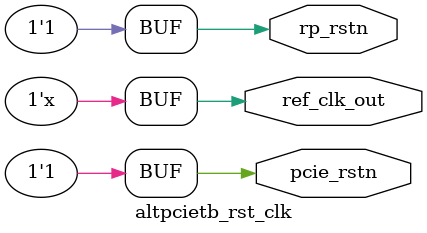
<source format=v>



`timescale 1 ps / 1 ps
module altpcie_pclk_align
(
rst,
clock,
offset,
onestep,
onestep_dir,
PCLK_Master,
PCLK_Slave,
PhaseUpDown,
PhaseStep,
PhaseDone,
AlignLock,
pcie_sw_in,
pcie_sw_out

);


input rst;
input clock;
input [7:0] offset;
input       onestep;
input       onestep_dir;
input PCLK_Master;
input PCLK_Slave;
input PhaseDone;
output PhaseUpDown;
output PhaseStep;
output AlignLock;
input  pcie_sw_in;
output pcie_sw_out;

reg    PhaseUpDown;
reg    PhaseStep;
reg    AlignLock;


localparam DREG_SIZE = 16;
localparam BIAS_ONE = 1;


reg [3:0] align_sm;
localparam INIT = 0;
localparam EVAL = 1;
localparam ADVC = 2;
localparam DELY = 3;
localparam BACK = 4;
localparam ERR = 5;
localparam DONE = 6;
localparam MNUL = 7;
// debug txt
reg [4 * 8 -1 :0] align_sm_txt;
always@(align_sm)
  case(align_sm)
  INIT: align_sm_txt = "init";
  EVAL: align_sm_txt = "eval";
  ADVC: align_sm_txt = "advc";
  DELY: align_sm_txt = "dely";
  BACK: align_sm_txt = "back";
  ERR: align_sm_txt = "err";
  DONE: align_sm_txt = "done";
  MNUL: align_sm_txt = "mnul";
  endcase


reg [DREG_SIZE-1: 0] delay_reg;
integer              i;
reg                  all_zero;
reg                  all_one;
reg                  chk_req;
wire                 chk_ack;
reg [4:0]            chk_cnt;
reg                  chk_ack_r;
reg                  chk_ack_rr;
reg                  chk_ok;

// controls
reg                  found_zero; // found all zeros
reg                  found_meta; // found metastable region
reg                  found_one; // found all ones
reg [7:0]            window_cnt; // count the number of taps between all zero and all ones
reg                  clr_window_cnt;
reg                  inc_window_cnt;
reg                  dec_window_cnt;
reg                  half_window_cnt;
reg [1:0]            retrain_cnt;
reg                  pcie_sw_r;
reg                  pcie_sw_rr;
reg                  pcie_sw_out;

assign               chk_ack = chk_cnt[4];

always @ (posedge PCLK_Master or posedge rst)
  begin
  if (rst)
    begin
    delay_reg <= {DREG_SIZE{1'b0}};
    all_zero <= 1'b1;
    all_one <= 1'b0;
    chk_cnt <= 0;
    end

  else
    begin
    delay_reg[0] <= PCLK_Slave;
    for (i = 1; i < DREG_SIZE; i = i + 1)
      delay_reg[i] <= delay_reg[i-1];

    // discount the first two flops which are sync flops
    if (chk_cnt == 5'h10)
      begin
      all_zero <= ~|delay_reg[DREG_SIZE-1:2];
      all_one <= &delay_reg[DREG_SIZE-1:2];
      end


    // handshake with slow clock
    if (chk_req & (chk_cnt == 5'h1f))
      chk_cnt <= 0;
    else if (chk_cnt == 5'h1f)
      chk_cnt <= chk_cnt;
    else
      chk_cnt <= chk_cnt + 1;

    end
  end


always @ (posedge clock or posedge rst)
  begin
  if (rst)
    begin
    align_sm <= INIT;
    chk_req <= 0;
    chk_ack_r <= 0;
    chk_ack_rr <= 0;
    chk_ok <= 0;
    found_zero <= 0;
    found_meta <= 0;
    found_one <= 0;
    PhaseUpDown <= 0;
    PhaseStep <= 0;
    window_cnt <= 8'h00;
    clr_window_cnt <= 0;
    inc_window_cnt <= 0;
    dec_window_cnt <= 0;
    half_window_cnt <= 0;
    AlignLock <= 0;
    retrain_cnt <= 0;
    end
  else
    begin

    chk_ack_r <= chk_ack;
    chk_ack_rr <= chk_ack_r;

    if ((chk_ack_rr == 0) & (chk_ack_r == 1))
      chk_ok <= 1;
    else
      chk_ok <= 0;

    if (align_sm == DONE)
      AlignLock <= 1'b1;

    if (clr_window_cnt)
      window_cnt <= offset;
    else if (window_cnt == 8'hff)
      window_cnt <= window_cnt;
    else if (inc_window_cnt)
      window_cnt <=  window_cnt + 1;
    else if (dec_window_cnt & (window_cnt > 0))
      window_cnt <=  window_cnt - 1;
    else if (half_window_cnt)
      window_cnt <= {1'b0,window_cnt[7:1]};

    // limit the number of retrains
    if (retrain_cnt == 2'b11)
      retrain_cnt <= retrain_cnt;
    else if (align_sm == ERR)
      retrain_cnt <= retrain_cnt + 1;

    case (align_sm)

    INIT:
      begin
      chk_req <= 1;
      align_sm <= EVAL;
      clr_window_cnt <= 1;
      end

    EVAL:
      if (chk_ok)
        begin
        chk_req <= 0;
        clr_window_cnt <= 0;
        casex ({found_zero,found_meta,found_one})
        3'b000 : // init case
          begin
          if (all_zero)
            begin
            found_zero <= 1;
            PhaseUpDown <= 0;
            PhaseStep <= 1;
            align_sm <= ADVC;
            end
          else if (all_one)
            begin
            found_one <= 1;
            PhaseUpDown <= 1;
            PhaseStep <= 1;
            align_sm <= DELY;
            end
          else
            begin
            found_meta <= 1;
            PhaseUpDown <= 0;
            PhaseStep <= 1;
            align_sm <= ADVC;
            end
          end

        3'b010 : // metasable, delay till get all zero
          begin
          if (all_zero)
            begin
            found_zero <= 1;
            PhaseUpDown <= 0;
            PhaseStep <= 1;
            align_sm <= ADVC;
            inc_window_cnt <= 1;
            end
          else
            begin
            PhaseUpDown <= 1;
            PhaseStep <= 1;
            align_sm <= DELY;
            end
          end

        3'b110 : // look for all one and compute window
          begin
          if (all_one)
            begin
            found_one <= 1;
            PhaseStep <= 1;
            align_sm <= BACK;
            if (BIAS_ONE)
              begin
              clr_window_cnt <= 1;
              PhaseUpDown <= 0;
              end
            else
              begin
              PhaseUpDown <= 1;
              half_window_cnt <= 1;
              end
            end
          else
            begin
            PhaseUpDown <= 0;
            PhaseStep <= 1;
            align_sm <= ADVC;
            inc_window_cnt <= 1;
            end
          end

        3'b100 : // keep advancing to look for metasable phase
          begin
          PhaseUpDown <= 0;
          PhaseStep <= 1;
          align_sm <= ADVC;
          if (all_zero == 0) // got either metsable or ones and found the window edge
            begin
            found_meta <= 1;
            inc_window_cnt <= 1;
            end
          end

        3'b001 : // keep delaying to look for metasable phase
          begin
          PhaseUpDown <= 1;
          PhaseStep <= 1;
          align_sm <= DELY;
          if (all_one == 0) // got either metsable or ones and found the window edge
            begin
            found_meta <= 1;
            inc_window_cnt <= 1;
            end
          end


        3'b011 : // look for all zero and compute window
          begin
          if (all_zero)
            begin
            found_zero <= 1;
            PhaseStep <= 1;
            PhaseUpDown <= 0;
            align_sm <= BACK;
            if (BIAS_ONE == 0) // if bias to one, go back all the way
              half_window_cnt <= 1;
            else
              inc_window_cnt <= 1;
            end
          else
            begin
            PhaseUpDown <= 1;
            PhaseStep <= 1;
            align_sm <= DELY;
            inc_window_cnt <= 1;
            end
          end

        3'b111 : // middling the setup hold window
          begin
          if (window_cnt > 0)
            begin
            PhaseStep <= 1;
            align_sm <= BACK;
            dec_window_cnt <= 1;
            end
          else
            align_sm <= DONE;

          end

        3'b101 : // error case should never happen
          begin
          align_sm <= ERR;
          clr_window_cnt <= 1;
          found_zero <= 0;
          found_one <= 0;
          found_meta <= 0;
          end

        endcase
        end

    ADVC:
      begin
      inc_window_cnt <= 0;
      if (PhaseDone == 0)
        begin
        PhaseStep <= 0;
        chk_req <= 1;
        align_sm <= EVAL;
        end
      end

    DELY:
      begin
      inc_window_cnt <= 0;
      if (PhaseDone == 0)
        begin
        PhaseStep <= 0;
        chk_req <= 1;
        align_sm <= EVAL;
        end
      end


    BACK:
      begin
      half_window_cnt <= 0;
      dec_window_cnt <= 0;
      inc_window_cnt <= 0;
      clr_window_cnt <= 0;
      if (PhaseDone == 0)
        begin
        PhaseStep <= 0;
        chk_req <= 1;
        align_sm <= EVAL;
        end
      end

    DONE:
      begin
      if (onestep) // manual adjust
        begin
        align_sm <= MNUL;
        PhaseStep <= 1;
        PhaseUpDown <= onestep_dir;
        end
      end

    MNUL:
      if (PhaseDone == 0)
        begin
        PhaseStep <= 0;
        align_sm <= DONE;
        end

    ERR:
      begin
      clr_window_cnt <= 0;
      align_sm <= INIT;
      end

    default:
      align_sm <= INIT;

    endcase
    end
  end

// synchronization for pcie_sw
always @ (posedge PCLK_Master or posedge rst)
  begin
  if (rst)
    begin
    pcie_sw_r <= 0;
    pcie_sw_rr <= 0;
    pcie_sw_out <= 0;
    end
  else
    begin
    pcie_sw_r <= pcie_sw_in;
    pcie_sw_rr <= pcie_sw_r;
    pcie_sw_out <= pcie_sw_rr;
    end
  end
endmodule
// megafunction wizard: %ALTGX_RECONFIG%
// GENERATION: STANDARD
// VERSION: WM1.0
// MODULE: alt2gxb_reconfig

// ============================================================
// File Name: altpcie_reconfig_4sgx.v
// Megafunction Name(s):
//                      alt2gxb_reconfig
//
// Simulation Library Files(s):
//
// ============================================================
// ************************************************************
// THIS IS A WIZARD-GENERATED FILE. DO NOT EDIT THIS FILE!
//
// 10.1 Internal Build 128 10/05/2010 SJ Full Version
// ************************************************************


//Copyright (C) 1991-2010 Altera Corporation
//Your use of Altera Corporation's design tools, logic functions
//and other software and tools, and its AMPP partner logic
//functions, and any output files from any of the foregoing
//(including device programming or simulation files), and any
//associated documentation or information are expressly subject
//to the terms and conditions of the Altera Program License
//Subscription Agreement, Altera MegaCore Function License
//Agreement, or other applicable license agreement, including,
//without limitation, that your use is for the sole purpose of
//programming logic devices manufactured by Altera and sold by
//Altera or its authorized distributors.  Please refer to the
//applicable agreement for further details.


//alt2gxb_reconfig BASE_PORT_WIDTH=1 CBX_AUTO_BLACKBOX="ALL" CHANNEL_ADDRESS_WIDTH=3 DEVICE_FAMILY="Stratix IV" ENABLE_BUF_CAL="TRUE" ENABLE_CHL_ADDR_FOR_ANALOG_CTRL="TRUE" NUMBER_OF_CHANNELS=8 NUMBER_OF_RECONFIG_PORTS=2 READ_BASE_PORT_WIDTH=1 RECONFIG_FROMGXB_WIDTH=34 RECONFIG_TOGXB_WIDTH=4 RX_EQDCGAIN_PORT_WIDTH=3 TX_PREEMP_PORT_WIDTH=5 busy data_valid logical_channel_address offset_cancellation_reset read reconfig_clk reconfig_fromgxb reconfig_mode_sel reconfig_togxb rx_eqctrl rx_eqctrl_out rx_eqdcgain rx_eqdcgain_out tx_preemp_0t tx_preemp_0t_out tx_preemp_1t tx_preemp_1t_out tx_preemp_2t tx_preemp_2t_out tx_vodctrl tx_vodctrl_out write_all
//VERSION_BEGIN 10.1 cbx_alt2gxb_reconfig 2010:10:05:21:13:55:SJ cbx_alt_cal 2010:10:05:21:13:55:SJ cbx_alt_dprio 2010:10:05:21:13:55:SJ cbx_altsyncram 2010:10:05:21:13:55:SJ cbx_cycloneii 2010:10:05:21:13:55:SJ cbx_lpm_add_sub 2010:10:05:21:13:55:SJ cbx_lpm_compare 2010:10:05:21:13:55:SJ cbx_lpm_counter 2010:10:05:21:13:55:SJ cbx_lpm_decode 2010:10:05:21:13:55:SJ cbx_lpm_mux 2010:10:05:21:13:55:SJ cbx_lpm_shiftreg 2010:10:05:21:13:55:SJ cbx_mgl 2010:10:05:21:28:31:SJ cbx_stratix 2010:10:05:21:13:55:SJ cbx_stratixii 2010:10:05:21:13:55:SJ cbx_stratixiii 2010:10:05:21:13:55:SJ cbx_stratixv 2010:10:05:21:13:55:SJ cbx_util_mgl 2010:10:05:21:13:55:SJ  VERSION_END
// synthesis VERILOG_INPUT_VERSION VERILOG_2001
// altera message_off 10463



//alt_dprio address_width=16 CBX_AUTO_BLACKBOX="ALL" device_family="Stratix IV" quad_address_width=9 address busy datain dataout dpclk dpriodisable dprioin dprioload dprioout quad_address rden reset wren wren_data
//VERSION_BEGIN 10.1 cbx_alt_dprio 2010:10:05:21:13:55:SJ cbx_cycloneii 2010:10:05:21:13:55:SJ cbx_lpm_add_sub 2010:10:05:21:13:55:SJ cbx_lpm_compare 2010:10:05:21:13:55:SJ cbx_lpm_counter 2010:10:05:21:13:55:SJ cbx_lpm_decode 2010:10:05:21:13:55:SJ cbx_lpm_shiftreg 2010:10:05:21:13:55:SJ cbx_mgl 2010:10:05:21:28:31:SJ cbx_stratix 2010:10:05:21:13:55:SJ cbx_stratixii 2010:10:05:21:13:55:SJ  VERSION_END

//synthesis_resources = lpm_compare 3 lpm_counter 1 lpm_decode 1 lut 1 reg 102
//synopsys translate_off
`timescale 1 ps / 1 ps
//synopsys translate_on
(* ALTERA_ATTRIBUTE = {"{-to addr_shift_reg[31]} DPRIO_INTERFACE_REG=ON;{-to wr_out_data_shift_reg[31]} DPRIO_INTERFACE_REG=ON;{-to rd_out_data_shift_reg[13]} DPRIO_INTERFACE_REG=ON;{-to in_data_shift_reg[0]} DPRIO_INTERFACE_REG=ON;{-to startup_cntr[0]} DPRIO_INTERFACE_REG=ON;{-to startup_cntr[1]} DPRIO_INTERFACE_REG=ON;{-to startup_cntr[2]} DPRIO_INTERFACE_REG=ON"} *)
module  altpcie_reconfig_4sgx_alt_dprio_2vj
        (
        address,
        busy,
        datain,
        dataout,
        dpclk,
        dpriodisable,
        dprioin,
        dprioload,
        dprioout,
        quad_address,
        rden,
        reset,
        wren,
        wren_data) /* synthesis synthesis_clearbox=2 */;
        input   [15:0]  address;
        output   busy;
        input   [15:0]  datain;
        output   [15:0]  dataout;
        input   dpclk;
        output   dpriodisable;
        output   dprioin;
        output   dprioload;
        input   dprioout;
        input   [8:0]  quad_address;
        input   rden;
        input   reset;
        input   wren;
        input   wren_data;
`ifndef ALTERA_RESERVED_QIS
// synopsys translate_off
`endif
        tri0   [15:0]  datain;
        tri0   rden;
        tri0   reset;
        tri0   wren;
        tri0   wren_data;
`ifndef ALTERA_RESERVED_QIS
// synopsys translate_on
`endif

        (* ALTERA_ATTRIBUTE = {"PRESERVE_REGISTER=ON;POWER_UP_LEVEL=LOW"} *)
        reg     [31:0]  addr_shift_reg;
        (* ALTERA_ATTRIBUTE = {"PRESERVE_REGISTER=ON;POWER_UP_LEVEL=LOW"} *)
        reg     [15:0]  in_data_shift_reg;
        (* ALTERA_ATTRIBUTE = {"PRESERVE_REGISTER=ON;POWER_UP_LEVEL=LOW"} *)
        reg     [15:0]  rd_out_data_shift_reg;
        wire    [2:0]   wire_startup_cntr_d;
        (* ALTERA_ATTRIBUTE = {"PRESERVE_REGISTER=ON;POWER_UP_LEVEL=LOW"} *)
        reg     [2:0]   startup_cntr;
        wire    [2:0]   wire_startup_cntr_ena;
        (* ALTERA_ATTRIBUTE = {"POWER_UP_LEVEL=LOW"} *)
        reg     [2:0]   state_mc_reg;
        (* ALTERA_ATTRIBUTE = {"PRESERVE_REGISTER=ON;POWER_UP_LEVEL=LOW"} *)
        reg     [31:0]  wr_out_data_shift_reg;
        wire  wire_pre_amble_cmpr_aeb;
        wire  wire_pre_amble_cmpr_agb;
        wire  wire_rd_data_output_cmpr_ageb;
        wire  wire_rd_data_output_cmpr_alb;
        wire  wire_state_mc_cmpr_aeb;
        wire  [5:0]   wire_state_mc_counter_q;
        wire  [7:0]   wire_state_mc_decode_eq;
        wire    wire_dprioin_mux_dataout;
        wire  busy_state;
        wire  idle_state;
        wire  rd_addr_done;
        wire  rd_addr_state;
        wire  rd_data_done;
        wire  rd_data_input_state;
        wire  rd_data_output_state;
        wire  rd_data_state;
        wire rdinc;
        wire  read_state;
        wire  s0_to_0;
        wire  s0_to_1;
        wire  s1_to_0;
        wire  s1_to_1;
        wire  s2_to_0;
        wire  s2_to_1;
        wire  startup_done;
        wire  startup_idle;
        wire  wr_addr_done;
        wire  wr_addr_state;
        wire  wr_data_done;
        wire  wr_data_state;
        wire  write_state;

        // synopsys translate_off
        initial
                addr_shift_reg = 0;
        // synopsys translate_on
        always @ ( posedge dpclk or  posedge reset)
                if (reset == 1'b1) addr_shift_reg <= 32'b0;
                else
                        if (wire_pre_amble_cmpr_aeb == 1'b1) addr_shift_reg <= {{2{{2{1'b0}}}}, 1'b0, quad_address[8:0], 2'b10, address};
                        else  addr_shift_reg <= {addr_shift_reg[30:0], 1'b0};
        // synopsys translate_off
        initial
                in_data_shift_reg = 0;
        // synopsys translate_on
        always @ ( posedge dpclk or  posedge reset)
                if (reset == 1'b1) in_data_shift_reg <= 16'b0;
                else if  (rd_data_input_state == 1'b1)   in_data_shift_reg <= {in_data_shift_reg[14:0], dprioout};
        // synopsys translate_off
        initial
                rd_out_data_shift_reg = 0;
        // synopsys translate_on
        always @ ( posedge dpclk or  posedge reset)
                if (reset == 1'b1) rd_out_data_shift_reg <= 16'b0;
                else
                        if (wire_pre_amble_cmpr_aeb == 1'b1) rd_out_data_shift_reg <= {{2{1'b0}}, {2{1'b1}}, 1'b0, quad_address, 2'b10};
                        else  rd_out_data_shift_reg <= {rd_out_data_shift_reg[14:0], 1'b0};
        // synopsys translate_off
        initial
                startup_cntr[0:0] = 0;
        // synopsys translate_on
        always @ ( posedge dpclk)
                if (wire_startup_cntr_ena[0:0] == 1'b1)
                        if (reset == 1'b1) startup_cntr[0:0] <= 1'b0;
                        else  startup_cntr[0:0] <= wire_startup_cntr_d[0:0];
        // synopsys translate_off
        initial
                startup_cntr[1:1] = 0;
        // synopsys translate_on
        always @ ( posedge dpclk)
                if (wire_startup_cntr_ena[1:1] == 1'b1)
                        if (reset == 1'b1) startup_cntr[1:1] <= 1'b0;
                        else  startup_cntr[1:1] <= wire_startup_cntr_d[1:1];
        // synopsys translate_off
        initial
                startup_cntr[2:2] = 0;
        // synopsys translate_on
        always @ ( posedge dpclk)
                if (wire_startup_cntr_ena[2:2] == 1'b1)
                        if (reset == 1'b1) startup_cntr[2:2] <= 1'b0;
                        else  startup_cntr[2:2] <= wire_startup_cntr_d[2:2];
        assign
                wire_startup_cntr_d = {(startup_cntr[2] ^ (startup_cntr[1] & startup_cntr[0])), (startup_cntr[0] ^ startup_cntr[1]), (~ startup_cntr[0])};
        assign
                wire_startup_cntr_ena = {3{((((rden | wren) | rdinc) | (~ startup_idle)) & (~ startup_done))}};
        // synopsys translate_off
        initial
                state_mc_reg = 0;
        // synopsys translate_on
        always @ ( posedge dpclk or  posedge reset)
                if (reset == 1'b1) state_mc_reg <= 3'b0;
                else  state_mc_reg <= {(s2_to_1 | (((~ s2_to_0) & (~ s2_to_1)) & state_mc_reg[2])), (s1_to_1 | (((~ s1_to_0) & (~ s1_to_1)) & state_mc_reg[1])), (s0_to_1 | (((~ s0_to_0) & (~ s0_to_1)) & state_mc_reg[0]))};
        // synopsys translate_off
        initial
                wr_out_data_shift_reg = 0;
        // synopsys translate_on
        always @ ( posedge dpclk or  posedge reset)
                if (reset == 1'b1) wr_out_data_shift_reg <= 32'b0;
                else
                        if (wire_pre_amble_cmpr_aeb == 1'b1) wr_out_data_shift_reg <= {{2{1'b0}}, 2'b01, 1'b0, quad_address[8:0], 2'b10, datain};
                        else  wr_out_data_shift_reg <= {wr_out_data_shift_reg[30:0], 1'b0};
        lpm_compare   pre_amble_cmpr
        (
        .aeb(wire_pre_amble_cmpr_aeb),
        .agb(wire_pre_amble_cmpr_agb),
        .ageb(),
        .alb(),
        .aleb(),
        .aneb(),
        .dataa(wire_state_mc_counter_q),
        .datab(6'b011111)
        `ifndef FORMAL_VERIFICATION
        // synopsys translate_off
        `endif
        ,
        .aclr(1'b0),
        .clken(1'b1),
        .clock(1'b0)
        `ifndef FORMAL_VERIFICATION
        // synopsys translate_on
        `endif
        );
        defparam
                pre_amble_cmpr.lpm_width = 6,
                pre_amble_cmpr.lpm_type = "lpm_compare";
        lpm_compare   rd_data_output_cmpr
        (
        .aeb(),
        .agb(),
        .ageb(wire_rd_data_output_cmpr_ageb),
        .alb(wire_rd_data_output_cmpr_alb),
        .aleb(),
        .aneb(),
        .dataa(wire_state_mc_counter_q),
        .datab(6'b110000)
        `ifndef FORMAL_VERIFICATION
        // synopsys translate_off
        `endif
        ,
        .aclr(1'b0),
        .clken(1'b1),
        .clock(1'b0)
        `ifndef FORMAL_VERIFICATION
        // synopsys translate_on
        `endif
        );
        defparam
                rd_data_output_cmpr.lpm_width = 6,
                rd_data_output_cmpr.lpm_type = "lpm_compare";
        lpm_compare   state_mc_cmpr
        (
        .aeb(wire_state_mc_cmpr_aeb),
        .agb(),
        .ageb(),
        .alb(),
        .aleb(),
        .aneb(),
        .dataa(wire_state_mc_counter_q),
        .datab({6{1'b1}})
        `ifndef FORMAL_VERIFICATION
        // synopsys translate_off
        `endif
        ,
        .aclr(1'b0),
        .clken(1'b1),
        .clock(1'b0)
        `ifndef FORMAL_VERIFICATION
        // synopsys translate_on
        `endif
        );
        defparam
                state_mc_cmpr.lpm_width = 6,
                state_mc_cmpr.lpm_type = "lpm_compare";
        lpm_counter   state_mc_counter
        (
        .clock(dpclk),
        .cnt_en((write_state | read_state)),
        .cout(),
        .eq(),
        .q(wire_state_mc_counter_q),
        .sclr(reset)
        `ifndef FORMAL_VERIFICATION
        // synopsys translate_off
        `endif
        ,
        .aclr(1'b0),
        .aload(1'b0),
        .aset(1'b0),
        .cin(1'b1),
        .clk_en(1'b1),
        .data({6{1'b0}}),
        .sload(1'b0),
        .sset(1'b0),
        .updown(1'b1)
        `ifndef FORMAL_VERIFICATION
        // synopsys translate_on
        `endif
        );
        defparam
                state_mc_counter.lpm_port_updown = "PORT_UNUSED",
                state_mc_counter.lpm_width = 6,
                state_mc_counter.lpm_type = "lpm_counter";
        lpm_decode   state_mc_decode
        (
        .data(state_mc_reg),
        .eq(wire_state_mc_decode_eq)
        `ifndef FORMAL_VERIFICATION
        // synopsys translate_off
        `endif
        ,
        .aclr(1'b0),
        .clken(1'b1),
        .clock(1'b0),
        .enable(1'b1)
        `ifndef FORMAL_VERIFICATION
        // synopsys translate_on
        `endif
        );
        defparam
                state_mc_decode.lpm_decodes = 8,
                state_mc_decode.lpm_width = 3,
                state_mc_decode.lpm_type = "lpm_decode";
        or(wire_dprioin_mux_dataout, ((((((wr_addr_state | rd_addr_state) & addr_shift_reg[31]) & wire_pre_amble_cmpr_agb) | ((~ wire_pre_amble_cmpr_agb) & (wr_addr_state | rd_addr_state))) | (((wr_data_state & wr_out_data_shift_reg[31]) & wire_pre_amble_cmpr_agb) | ((~ wire_pre_amble_cmpr_agb) & wr_data_state))) | (((rd_data_output_state & rd_out_data_shift_reg[15]) & wire_pre_amble_cmpr_agb) | ((~ wire_pre_amble_cmpr_agb) & rd_data_output_state))), ~(((write_state | rd_addr_state) | rd_data_output_state)));
        assign
                busy = busy_state,
                busy_state = (write_state | read_state),
                dataout = in_data_shift_reg,
                dpriodisable = (~ (startup_cntr[2] & (startup_cntr[0] | startup_cntr[1]))),
                dprioin = wire_dprioin_mux_dataout,
                dprioload = (~ ((startup_cntr[0] ^ startup_cntr[1]) & (~ startup_cntr[2]))),
                idle_state = wire_state_mc_decode_eq[0],
                rd_addr_done = (rd_addr_state & wire_state_mc_cmpr_aeb),
                rd_addr_state = (wire_state_mc_decode_eq[5] & startup_done),
                rd_data_done = (rd_data_state & wire_state_mc_cmpr_aeb),
                rd_data_input_state = (wire_rd_data_output_cmpr_ageb & rd_data_state),
                rd_data_output_state = (wire_rd_data_output_cmpr_alb & rd_data_state),
                rd_data_state = (wire_state_mc_decode_eq[7] & startup_done),
                rdinc = 1'b0,
                read_state = (rd_addr_state | rd_data_state),
                s0_to_0 = ((wr_data_state & wr_data_done) | (rd_data_state & rd_data_done)),
                s0_to_1 = (((idle_state & (wren | ((~ wren) & ((rden | rdinc) | wren_data)))) | (wr_addr_state & wr_addr_done)) | (rd_addr_state & rd_addr_done)),
                s1_to_0 = (((wr_data_state & wr_data_done) | (rd_data_state & rd_data_done)) | (idle_state & (wren | (((~ wren) & (~ wren_data)) & rden)))),
                s1_to_1 = (((idle_state & ((~ wren) & (rdinc | wren_data))) | (wr_addr_state & wr_addr_done)) | (rd_addr_state & rd_addr_done)),
                s2_to_0 = ((((wr_addr_state & wr_addr_done) | (wr_data_state & wr_data_done)) | (rd_data_state & rd_data_done)) | (idle_state & (wren | wren_data))),
                s2_to_1 = ((idle_state & (((~ wren) & (~ wren_data)) & (rdinc | rden))) | (rd_addr_state & rd_addr_done)),
                startup_done = ((startup_cntr[2] & (~ startup_cntr[0])) & startup_cntr[1]),
                startup_idle = ((~ startup_cntr[0]) & (~ (startup_cntr[2] ^ startup_cntr[1]))),
                wr_addr_done = (wr_addr_state & wire_state_mc_cmpr_aeb),
                wr_addr_state = (wire_state_mc_decode_eq[1] & startup_done),
                wr_data_done = (wr_data_state & wire_state_mc_cmpr_aeb),
                wr_data_state = (wire_state_mc_decode_eq[3] & startup_done),
                write_state = (wr_addr_state | wr_data_state);
endmodule //altpcie_reconfig_4sgx_alt_dprio_2vj


//lpm_mux CBX_AUTO_BLACKBOX="ALL" DEVICE_FAMILY="Stratix IV" LPM_SIZE=8 LPM_WIDTH=1 LPM_WIDTHS=3 data result sel
//VERSION_BEGIN 10.1 cbx_lpm_mux 2010:10:05:21:13:55:SJ cbx_mgl 2010:10:05:21:28:31:SJ  VERSION_END

//synthesis_resources = lut 3
//synopsys translate_off
`timescale 1 ps / 1 ps
//synopsys translate_on
module  altpcie_reconfig_4sgx_mux_c6a
        (
        data,
        result,
        sel) ;
        input   [7:0]  data;
        output   [0:0]  result;
        input   [2:0]  sel;
`ifndef ALTERA_RESERVED_QIS
// synopsys translate_off
`endif
        tri0   [7:0]  data;
        tri0   [2:0]  sel;
`ifndef ALTERA_RESERVED_QIS
// synopsys translate_on
`endif

        wire    wire_l1_w0_n0_mux_dataout;
        wire    wire_l1_w0_n1_mux_dataout;
        wire    wire_l1_w0_n2_mux_dataout;
        wire    wire_l1_w0_n3_mux_dataout;
        wire    wire_l2_w0_n0_mux_dataout;
        wire    wire_l2_w0_n1_mux_dataout;
        wire    wire_l3_w0_n0_mux_dataout;
        wire  [13:0]  data_wire;
        wire  [0:0]  result_wire_ext;
        wire  [8:0]  sel_wire;

        assign          wire_l1_w0_n0_mux_dataout = (sel_wire[0] === 1'b1) ? data_wire[1] : data_wire[0];
        assign          wire_l1_w0_n1_mux_dataout = (sel_wire[0] === 1'b1) ? data_wire[3] : data_wire[2];
        assign          wire_l1_w0_n2_mux_dataout = (sel_wire[0] === 1'b1) ? data_wire[5] : data_wire[4];
        assign          wire_l1_w0_n3_mux_dataout = (sel_wire[0] === 1'b1) ? data_wire[7] : data_wire[6];
        assign          wire_l2_w0_n0_mux_dataout = (sel_wire[4] === 1'b1) ? data_wire[9] : data_wire[8];
        assign          wire_l2_w0_n1_mux_dataout = (sel_wire[4] === 1'b1) ? data_wire[11] : data_wire[10];
        assign          wire_l3_w0_n0_mux_dataout = (sel_wire[8] === 1'b1) ? data_wire[13] : data_wire[12];
        assign
                data_wire = {wire_l2_w0_n1_mux_dataout, wire_l2_w0_n0_mux_dataout, wire_l1_w0_n3_mux_dataout, wire_l1_w0_n2_mux_dataout, wire_l1_w0_n1_mux_dataout, wire_l1_w0_n0_mux_dataout, data},
                result = result_wire_ext,
                result_wire_ext = {wire_l3_w0_n0_mux_dataout},
                sel_wire = {sel[2], {3{1'b0}}, sel[1], {3{1'b0}}, sel[0]};
endmodule //altpcie_reconfig_4sgx_mux_c6a


//lpm_mux CBX_AUTO_BLACKBOX="ALL" DEVICE_FAMILY="Stratix IV" LPM_SIZE=2 LPM_WIDTH=1 LPM_WIDTHS=1 data result sel
//VERSION_BEGIN 10.1 cbx_lpm_mux 2010:10:05:21:13:55:SJ cbx_mgl 2010:10:05:21:28:31:SJ  VERSION_END

//synthesis_resources = lut 1
//synopsys translate_off
`timescale 1 ps / 1 ps
//synopsys translate_on
module  altpcie_reconfig_4sgx_mux_46a
        (
        data,
        result,
        sel) ;
        input   [1:0]  data;
        output   [0:0]  result;
        input   [0:0]  sel;
`ifndef ALTERA_RESERVED_QIS
// synopsys translate_off
`endif
        tri0   [1:0]  data;
        tri0   [0:0]  sel;
`ifndef ALTERA_RESERVED_QIS
// synopsys translate_on
`endif

        wire    wire_l1_w0_n0_mux_dataout;
        wire  [1:0]  data_wire;
        wire  [0:0]  result_wire_ext;
        wire  [0:0]  sel_wire;

        assign          wire_l1_w0_n0_mux_dataout = (sel_wire[0] === 1'b1) ? data_wire[1] : data_wire[0];
        assign
                data_wire = {data},
                result = result_wire_ext,
                result_wire_ext = {wire_l1_w0_n0_mux_dataout},
                sel_wire = {sel[0]};
endmodule //altpcie_reconfig_4sgx_mux_46a

//synthesis_resources = alt_cal 1 lpm_add_sub 4 lpm_compare 7 lpm_counter 4 lpm_decode 3 lut 5 reg 149
//synopsys translate_off
`timescale 1 ps / 1 ps
//synopsys translate_on
(* ALTERA_ATTRIBUTE = {"{-to address_pres_reg[11]} DPRIO_CHANNEL_NUM=11;{-to address_pres_reg[10]} DPRIO_CHANNEL_NUM=10;{-to address_pres_reg[9]} DPRIO_CHANNEL_NUM=9;{-to address_pres_reg[8]} DPRIO_CHANNEL_NUM=8;{-to address_pres_reg[7]} DPRIO_CHANNEL_NUM=7;{-to address_pres_reg[6]} DPRIO_CHANNEL_NUM=6;{-to address_pres_reg[5]} DPRIO_CHANNEL_NUM=5;{-to address_pres_reg[4]} DPRIO_CHANNEL_NUM=4;{-to address_pres_reg[3]} DPRIO_CHANNEL_NUM=3;{-to address_pres_reg[2]} DPRIO_CHANNEL_NUM=2;{-to address_pres_reg[1]} DPRIO_CHANNEL_NUM=1;{-to address_pres_reg[0]} DPRIO_CHANNEL_NUM=0"} *)
module  altpcie_reconfig_4sgx_alt2gxb_reconfig_squ1
        (
        busy,
        data_valid,
        logical_channel_address,
        offset_cancellation_reset,
        read,
        reconfig_clk,
        reconfig_fromgxb,
        reconfig_mode_sel,
        reconfig_togxb,
        rx_eqctrl,
        rx_eqctrl_out,
        rx_eqdcgain,
        rx_eqdcgain_out,
        tx_preemp_0t,
        tx_preemp_0t_out,
        tx_preemp_1t,
        tx_preemp_1t_out,
        tx_preemp_2t,
        tx_preemp_2t_out,
        tx_vodctrl,
        tx_vodctrl_out,
        write_all) /* synthesis synthesis_clearbox=2 */;
        output   busy;
        output   data_valid;
        input   [2:0]  logical_channel_address;
        input   offset_cancellation_reset;
        input   read;
        input   reconfig_clk;
        input   [33:0]  reconfig_fromgxb;
        input   [2:0]  reconfig_mode_sel;
        output   [3:0]  reconfig_togxb;
        input   [3:0]  rx_eqctrl;
        output   [3:0]  rx_eqctrl_out;
        input   [2:0]  rx_eqdcgain;
        output   [2:0]  rx_eqdcgain_out;
        input   [4:0]  tx_preemp_0t;
        output   [4:0]  tx_preemp_0t_out;
        input   [4:0]  tx_preemp_1t;
        output   [4:0]  tx_preemp_1t_out;
        input   [4:0]  tx_preemp_2t;
        output   [4:0]  tx_preemp_2t_out;
        input   [2:0]  tx_vodctrl;
        output   [2:0]  tx_vodctrl_out;
        input   write_all;
`ifndef ALTERA_RESERVED_QIS
// synopsys translate_off
`endif
        tri0   [2:0]  logical_channel_address;
        tri0   offset_cancellation_reset;
        tri0   read;
        tri0   [2:0]  reconfig_mode_sel;
        tri0   [3:0]  rx_eqctrl;
        tri0   [2:0]  rx_eqdcgain;
        tri0   [4:0]  tx_preemp_0t;
        tri0   [4:0]  tx_preemp_1t;
        tri0   [4:0]  tx_preemp_2t;
        tri0   [2:0]  tx_vodctrl;
        tri0   write_all;
`ifndef ALTERA_RESERVED_QIS
// synopsys translate_on
`endif

        wire  wire_calibration_busy;
        wire  [15:0]   wire_calibration_dprio_addr;
        wire  [15:0]   wire_calibration_dprio_dataout;
        wire  wire_calibration_dprio_rden;
        wire  wire_calibration_dprio_wren;
        wire  [8:0]   wire_calibration_quad_addr;
        wire  wire_calibration_retain_addr;
        wire  wire_dprio_busy;
        wire  [15:0]   wire_dprio_dataout;
        wire  wire_dprio_dpriodisable;
        wire  wire_dprio_dprioin;
        wire  wire_dprio_dprioload;
        (* ALTERA_ATTRIBUTE = {"PRESERVE_REGISTER=ON"} *)
        reg     [11:0]  address_pres_reg;
        (* ALTERA_ATTRIBUTE = {"POWER_UP_LEVEL=LOW"} *)
        reg     data_valid_reg;
        wire    wire_data_valid_reg_ena;
        (* ALTERA_ATTRIBUTE = {"POWER_UP_LEVEL=LOW"} *)
        reg     dprio_pulse_reg;
        wire    wire_dprio_pulse_reg_ena;
        (* ALTERA_ATTRIBUTE = {"POWER_UP_LEVEL=LOW"} *)
        reg     [2:0]   reconf_mode_sel_reg;
        wire    [3:0]   wire_rx_eqctrl_reg_d;
        (* ALTERA_ATTRIBUTE = {"POWER_UP_LEVEL=LOW"} *)
        reg     [3:0]   rx_eqctrl_reg;
        wire    [3:0]   wire_rx_eqctrl_reg_ena;
        wire    [2:0]   wire_rx_equalizer_dcgain_reg_d;
        (* ALTERA_ATTRIBUTE = {"POWER_UP_LEVEL=LOW"} *)
        reg     [2:0]   rx_equalizer_dcgain_reg;
        wire    [2:0]   wire_rx_equalizer_dcgain_reg_ena;
        (* ALTERA_ATTRIBUTE = {"POWER_UP_LEVEL=LOW"} *)
        reg     [1:0]   state_mc_reg;
        (* ALTERA_ATTRIBUTE = {"POWER_UP_LEVEL=LOW"} *)
        reg     [0:0]   tx_preemp_0t_inv_reg;
        wire    wire_tx_preemp_0t_inv_reg_ena;
        (* ALTERA_ATTRIBUTE = {"POWER_UP_LEVEL=LOW"} *)
        reg     [0:0]   tx_preemp_2t_inv_reg;
        wire    wire_tx_preemp_2t_inv_reg_ena;
        wire    [4:0]   wire_tx_preemphasisctrl_1stposttap_reg_d;
        (* ALTERA_ATTRIBUTE = {"POWER_UP_LEVEL=LOW"} *)
        reg     [4:0]   tx_preemphasisctrl_1stposttap_reg;
        wire    [4:0]   wire_tx_preemphasisctrl_1stposttap_reg_ena;
        wire    [3:0]   wire_tx_preemphasisctrl_2ndposttap_reg_d;
        (* ALTERA_ATTRIBUTE = {"POWER_UP_LEVEL=LOW"} *)
        reg     [3:0]   tx_preemphasisctrl_2ndposttap_reg;
        wire    [3:0]   wire_tx_preemphasisctrl_2ndposttap_reg_ena;
        wire    [3:0]   wire_tx_preemphasisctrl_pretap_reg_d;
        (* ALTERA_ATTRIBUTE = {"POWER_UP_LEVEL=LOW"} *)
        reg     [3:0]   tx_preemphasisctrl_pretap_reg;
        wire    [3:0]   wire_tx_preemphasisctrl_pretap_reg_ena;
        wire    [2:0]   wire_tx_vodctrl_reg_d;
        (* ALTERA_ATTRIBUTE = {"POWER_UP_LEVEL=LOW"} *)
        reg     [2:0]   tx_vodctrl_reg;
        wire    [2:0]   wire_tx_vodctrl_reg_ena;
        (* ALTERA_ATTRIBUTE = {"POWER_UP_LEVEL=LOW"} *)
        reg     wr_addr_inc_reg;
        (* ALTERA_ATTRIBUTE = {"POWER_UP_LEVEL=LOW"} *)
        reg     wr_rd_pulse_reg;
        wire    wire_wr_rd_pulse_reg_ena;
        wire    wire_wr_rd_pulse_reg_sclr;
        (* ALTERA_ATTRIBUTE = {"POWER_UP_LEVEL=LOW"} *)
        reg     wren_data_reg;
        wire    wire_wren_data_reg_clrn;
        wire    wire_wren_data_reg_ena;
        wire  [3:0]   wire_add_sub1_result;
        wire  [3:0]   wire_add_sub10_result;
        wire  [3:0]   wire_add_sub11_result;
        wire  [3:0]   wire_add_sub2_result;
        wire  wire_cmpr6_agb;
        wire  wire_cmpr7_agb;
        wire  wire_cmpr8_agb;
        wire  wire_cmpr9_agb;
        wire  [2:0]   wire_addr_cntr_q;
        wire  [2:0]   wire_read_addr_cntr_q;
        wire  [2:0]   wire_write_addr_cntr_q;
        wire  [7:0]   wire_chl_addr_decode_eq;
        wire  [7:0]   wire_reconf_mode_dec_eq;
        wire  [0:0]   wire_aeq_ch_done_mux_result;
        wire  [0:0]   wire_dprioout_mux_result;
        wire  [15:0]  a2gr_dprio_addr;
        wire  [15:0]  a2gr_dprio_data;
        wire  a2gr_dprio_rden;
        wire  a2gr_dprio_wren;
        wire  a2gr_dprio_wren_data;
        wire  adce_busy_state;
        wire  adce_state;
        wire  [7:0]  aeq_ch_done;
        wire  bonded_skip;
        wire  busy_state;
        wire  cal_busy;
        wire  [2:0]  cal_channel_address;
        wire  [2:0]  cal_channel_address_out;
        wire  [15:0]  cal_dprio_address;
        wire  [1:0]  cal_dprioout_wire;
        wire  [8:0]  cal_quad_address;
        wire  [31:0]  cal_testbuses;
        wire  [1:0]  channel_address;
        wire  [1:0]  channel_address_out;
        wire  dfe_busy;
        wire  diff_mif_wr_rd_busy;
        wire  [15:0]  dprio_datain;
        wire  [15:0]  dprio_datain_64_67;
        wire  [15:0]  dprio_datain_68_6B;
        wire  [15:0]  dprio_datain_7c_7f;
        wire  [15:0]  dprio_datain_7c_7f_inv;
        wire  [15:0]  dprio_datain_preemp1t;
        wire  [15:0]  dprio_datain_vodctrl;
        wire  dprio_pulse;
        wire  en_read_trigger;
        wire  en_write_trigger;
        wire  eyemon_busy;
        wire  header_proc;
        wire  idle_state;
        wire  internal_write_pulse;
        wire  is_adce;
        wire  is_adce_all_control;
        wire  is_adce_continuous_single_control;
        wire  is_adce_one_time_single_control;
        wire  is_adce_single_control;
        wire  is_adce_standby_single_control;
        wire  is_analog_control;
        wire  is_bonded_global_clk_div;
        wire  is_bonded_reconfig;
        wire  is_central_pcs;
        wire  is_cruclk_addr0;
        wire  is_diff_mif;
        wire  is_do_dfe;
        wire  is_do_eyemon;
        wire  is_global_clk_div_mode;
        wire  is_illegal_reg_d;
        wire  is_illegal_reg_out;
        wire  is_pll_address;
        wire  is_protected_bit;
        wire  is_rcxpat_chnl_en_ch;
        wire  is_table_33;
        wire  is_table_59;
        wire  is_table_61;
        wire  is_tier_1;
        wire  is_tier_2;
        wire  is_tx_local_div_ctrl;
        wire  legal_rd_mode_type;
        wire  legal_wr_mode_type;
        wire  local_ch_dec;
        wire  [1:0]  logical_pll_sel_num;
        wire  mif_reconfig_done;
        wire  [8:0]  quad_address;
        wire  [8:0]  quad_address_out;
        wire  rd_pulse;
        wire  read_addr_inc;
        wire  [15:0]  read_address;
        wire  read_done;
        wire  read_state;
        wire  read_word_64_67_data_valid;
        wire  read_word_68_6B_data_valid;
        wire  read_word_7c_7f_data_valid;
        wire  read_word_7c_7f_inv_data_valid;
        wire  read_word_done;
        wire  read_word_preemp_1t_data_valid;
        wire  read_word_vodctrl_data_valid;
        wire  [15:0]  reconfig_datain;
        wire  reconfig_reset_all;
        wire  reset_addr_done;
        wire  reset_reconf_addr;
        wire  reset_system;
        wire  rx_reconfig;
        wire  s0_to_0;
        wire  s0_to_1;
        wire  s0_to_2;
        wire  s1_to_0;
        wire  s1_to_1;
        wire  s2_to_0;
        wire  [1:0]  state_mc_reg_in;
        wire transceiver_init;
        wire  [3:0]  tx_preemp_0t_out_wire;
        wire  [3:0]  tx_preemp_0t_wire;
        wire  [3:0]  tx_preemp_2t_out_wire;
        wire  [3:0]  tx_preemp_2t_wire;
        wire  tx_reconfig;
        wire  [10:0]  w334w;
        wire  [2:0]  w_rx_eqa542w;
        wire  [2:0]  w_rx_eqb541w;
        wire  [2:0]  w_rx_eqc540w;
        wire  [2:0]  w_rx_eqd539w;
        wire  [2:0]  w_rx_eqv543w;
        wire  wr_pulse;
        wire  write_addr_inc;
        wire  [15:0]  write_address;
        wire  write_all_int;
        wire  write_done;
        wire  write_happened;
        wire  write_skip;
        wire  write_state;
        wire  write_word_64_67_data_valid;
        wire  write_word_68_6B_data_valid;
        wire  write_word_7c_7f_data_valid;
        wire  write_word_7c_7f_inv_data_valid;
        wire  write_word_done;
        wire  write_word_preemp1t_data_valid;
        wire  write_word_vodctrl_data_valid;

        alt_cal   calibration
        (
        .busy(wire_calibration_busy),
        .cal_error(),
        .clock(reconfig_clk),
        .dprio_addr(wire_calibration_dprio_addr),
        .dprio_busy(wire_dprio_busy),
        .dprio_datain(wire_dprio_dataout),
        .dprio_dataout(wire_calibration_dprio_dataout),
        .dprio_rden(wire_calibration_dprio_rden),
        .dprio_wren(wire_calibration_dprio_wren),
        .quad_addr(wire_calibration_quad_addr),
        .remap_addr(address_pres_reg),
        .reset((offset_cancellation_reset | reconfig_reset_all)),
        .retain_addr(wire_calibration_retain_addr),
        .testbuses(cal_testbuses),
        .transceiver_init(transceiver_init)
        `ifndef FORMAL_VERIFICATION
        // synopsys translate_off
        `endif
        ,
        .start(1'b0)
        `ifndef FORMAL_VERIFICATION
        // synopsys translate_on
        `endif
        );
        defparam
                calibration.channel_address_width = 3,
                calibration.number_of_channels = 8,
                calibration.sim_model_mode = "FALSE",
                calibration.lpm_type = "alt_cal";
        altpcie_reconfig_4sgx_alt_dprio_2vj   dprio
        (
        .address((({16{wire_calibration_busy}} & cal_dprio_address) | ({16{(~ wire_calibration_busy)}} & a2gr_dprio_addr))),
        .busy(wire_dprio_busy),
        .datain((({16{wire_calibration_busy}} & wire_calibration_dprio_dataout) | ({16{(~ wire_calibration_busy)}} & a2gr_dprio_data))),
        .dataout(wire_dprio_dataout),
        .dpclk(reconfig_clk),
        .dpriodisable(wire_dprio_dpriodisable),
        .dprioin(wire_dprio_dprioin),
        .dprioload(wire_dprio_dprioload),
        .dprioout(wire_dprioout_mux_result),
        .quad_address(quad_address_out),
        .rden(((wire_calibration_busy & wire_calibration_dprio_rden) | ((~ wire_calibration_busy) & a2gr_dprio_rden))),
        .reset(reconfig_reset_all),
        .wren(((wire_calibration_busy & wire_calibration_dprio_wren) | ((~ wire_calibration_busy) & a2gr_dprio_wren))),
        .wren_data(((wire_calibration_busy & wire_calibration_retain_addr) | ((~ wire_calibration_busy) & a2gr_dprio_wren_data))));
        // synopsys translate_off
        initial
                address_pres_reg = 0;
        // synopsys translate_on
        always @ ( posedge reconfig_clk or  posedge reconfig_reset_all)
                if (reconfig_reset_all == 1'b1) address_pres_reg <= 12'b0;
                else  address_pres_reg <= {(({9{cal_busy}} & cal_quad_address) | ({9{(~ cal_busy)}} & quad_address)), ((cal_busy & cal_channel_address[2]) | ((~ cal_busy) & ((is_pll_address | is_central_pcs) | is_bonded_global_clk_div))), ((cal_busy & cal_channel_address[1]) | ((~ cal_busy) & ((((channel_address[1] | is_bonded_global_clk_div) & (~ is_pll_address)) | ((logical_pll_sel_num[1] | (is_table_59 & is_bonded_reconfig)) & is_pll_address)) | is_central_pcs))), ((cal_busy & cal_channel_address[0]) | ((~ cal_busy) & (((((channel_address[0] | is_bonded_global_clk_div) & (~ is_pll_address)) | ((logical_pll_sel_num[0] | (is_table_59 & is_bonded_reconfig)) & is_pll_address)) & (~ is_central_pcs)) | (is_table_61 & is_central_pcs))))};
        // synopsys translate_off
        initial
                data_valid_reg = 0;
        // synopsys translate_on
        always @ ( posedge reconfig_clk or  posedge reconfig_reset_all)
                if (reconfig_reset_all == 1'b1) data_valid_reg <= 1'b0;
                else if  (wire_data_valid_reg_ena == 1'b1)   data_valid_reg <= (~ (is_illegal_reg_out | reset_system));
        assign
                wire_data_valid_reg_ena = (read_state | write_state);
        // synopsys translate_off
        initial
                dprio_pulse_reg = 0;
        // synopsys translate_on
        always @ ( posedge reconfig_clk or  posedge reconfig_reset_all)
                if (reconfig_reset_all == 1'b1) dprio_pulse_reg <= 1'b0;
                else if  (wire_dprio_pulse_reg_ena == 1'b1)   dprio_pulse_reg <= wire_dprio_busy;
        assign
                wire_dprio_pulse_reg_ena = (read_state | write_state);
        // synopsys translate_off
        initial
                reconf_mode_sel_reg = 0;
        // synopsys translate_on
        always @ ( posedge reconfig_clk or  posedge reconfig_reset_all)
                if (reconfig_reset_all == 1'b1) reconf_mode_sel_reg <= 3'b0;
                else  reconf_mode_sel_reg <= reconfig_mode_sel;
        // synopsys translate_off
        initial
                rx_eqctrl_reg[0:0] = 0;
        // synopsys translate_on
        always @ ( posedge reconfig_clk)
                if (wire_rx_eqctrl_reg_ena[0:0] == 1'b1)   rx_eqctrl_reg[0:0] <= wire_rx_eqctrl_reg_d[0:0];
        // synopsys translate_off
        initial
                rx_eqctrl_reg[1:1] = 0;
        // synopsys translate_on
        always @ ( posedge reconfig_clk)
                if (wire_rx_eqctrl_reg_ena[1:1] == 1'b1)   rx_eqctrl_reg[1:1] <= wire_rx_eqctrl_reg_d[1:1];
        // synopsys translate_off
        initial
                rx_eqctrl_reg[2:2] = 0;
        // synopsys translate_on
        always @ ( posedge reconfig_clk)
                if (wire_rx_eqctrl_reg_ena[2:2] == 1'b1)   rx_eqctrl_reg[2:2] <= wire_rx_eqctrl_reg_d[2:2];
        // synopsys translate_off
        initial
                rx_eqctrl_reg[3:3] = 0;
        // synopsys translate_on
        always @ ( posedge reconfig_clk)
                if (wire_rx_eqctrl_reg_ena[3:3] == 1'b1)   rx_eqctrl_reg[3:3] <= wire_rx_eqctrl_reg_d[3:3];
        assign
                wire_rx_eqctrl_reg_d = (({4{read_state}} & (((({{2{1'b0}}, (w_rx_eqv543w[2] & (~ (w_rx_eqv543w[1] ^ w_rx_eqv543w[0]))), (((w_rx_eqv543w[2] & w_rx_eqv543w[1]) & w_rx_eqv543w[0]) | (((~ w_rx_eqv543w[2]) & (~ w_rx_eqv543w[1])) & (~ w_rx_eqv543w[0])))} & {4{(((((w_rx_eqd539w[2] & w_rx_eqd539w[1]) & w_rx_eqd539w[0]) & (~ ((w_rx_eqc540w[2] & w_rx_eqc540w[1]) & w_rx_eqc540w[0]))) & (~ ((w_rx_eqb541w[2] & w_rx_eqb541w[1]) & w_rx_eqb541w[0]))) & (~ ((w_rx_eqa542w[2] & w_rx_eqa542w[1]) & w_rx_eqa542w[0])))}}) | ({1'b0, 1'b1, ((w_rx_eqv543w[2] & w_rx_eqv543w[1]) & w_rx_eqv543w[0]), ((w_rx_eqv543w[2] & (~ w_rx_eqv543w[1])) & (~ w_rx_eqv543w[0]))} & {4{(((((w_rx_eqd539w[2] & w_rx_eqd539w[1]) & w_rx_eqd539w[0]) & ((w_rx_eqc540w[2] & w_rx_eqc540w[1]) & w_rx_eqc540w[0])) & (~ ((w_rx_eqb541w[2] & w_rx_eqb541w[1]) & w_rx_eqb541w[0]))) & (~ ((w_rx_eqa542w[2] & w_rx_eqa542w[1]) & w_rx_eqa542w[0])))}})) | ({w_rx_eqv543w[2], (~ w_rx_eqv543w[2]), (((w_rx_eqv543w[2] & w_rx_eqv543w[1]) & w_rx_eqv543w[0]) | (((~ w_rx_eqv543w[2]) & (~ w_rx_eqv543w[1])) & (~ w_rx_eqv543w[0]))), ((~ w_rx_eqv543w[1]) & (~ (w_rx_eqv543w[2] ^ w_rx_eqv543w[0])))} & {4{(((((w_rx_eqd539w[2] & w_rx_eqd539w[1]) & w_rx_eqd539w[0]) & ((w_rx_eqc540w[2] & w_rx_eqc540w[1]) & w_rx_eqc540w[0])) & ((w_rx_eqb541w[2] & w_rx_eqb541w[1]) & w_rx_eqb541w[0])) & (~ ((w_rx_eqa542w[2] & w_rx_eqa542w[1]) & w_rx_eqa542w[0])))}})) | ({1'b1, ((w_rx_eqv543w[2] | w_rx_eqv543w[1]) | w_rx_eqv543w[0]), (((~ w_rx_eqv543w[1]) & (~ (w_rx_eqv543w[2] ^ w_rx_eqv543w[0]))) | ((w_rx_eqv543w[2] & w_rx_eqv543w[1]) & w_rx_eqv543w[0])), (((~ w_rx_eqv543w[1]) & (~ w_rx_eqv543w[0])) | ((w_rx_eqv543w[2] & w_rx_eqv543w[1]) & w_rx_eqv543w[0]))} & {4{(((((w_rx_eqd539w[2] & w_rx_eqd539w[1]) & w_rx_eqd539w[0]) & ((w_rx_eqc540w[2] & w_rx_eqc540w[1]) & w_rx_eqc540w[0])) & ((w_rx_eqb541w[2] & w_rx_eqb541w[1]) & w_rx_eqb541w[0])) & ((w_rx_eqa542w[2] & w_rx_eqa542w[1]) & w_rx_eqa542w[0]))}}))) | ({4{write_state}} & rx_eqctrl));
        assign
                wire_rx_eqctrl_reg_ena = {4{((read_word_68_6B_data_valid & read_state) | (write_state & write_word_68_6B_data_valid))}};
        // synopsys translate_off
        initial
                rx_equalizer_dcgain_reg[0:0] = 0;
        // synopsys translate_on
        always @ ( posedge reconfig_clk or  posedge reconfig_reset_all)
                if (reconfig_reset_all == 1'b1) rx_equalizer_dcgain_reg[0:0] <= 1'b0;
                else if  (wire_rx_equalizer_dcgain_reg_ena[0:0] == 1'b1)   rx_equalizer_dcgain_reg[0:0] <= wire_rx_equalizer_dcgain_reg_d[0:0];
        // synopsys translate_off
        initial
                rx_equalizer_dcgain_reg[1:1] = 0;
        // synopsys translate_on
        always @ ( posedge reconfig_clk or  posedge reconfig_reset_all)
                if (reconfig_reset_all == 1'b1) rx_equalizer_dcgain_reg[1:1] <= 1'b0;
                else if  (wire_rx_equalizer_dcgain_reg_ena[1:1] == 1'b1)   rx_equalizer_dcgain_reg[1:1] <= wire_rx_equalizer_dcgain_reg_d[1:1];
        // synopsys translate_off
        initial
                rx_equalizer_dcgain_reg[2:2] = 0;
        // synopsys translate_on
        always @ ( posedge reconfig_clk or  posedge reconfig_reset_all)
                if (reconfig_reset_all == 1'b1) rx_equalizer_dcgain_reg[2:2] <= 1'b0;
                else if  (wire_rx_equalizer_dcgain_reg_ena[2:2] == 1'b1)   rx_equalizer_dcgain_reg[2:2] <= wire_rx_equalizer_dcgain_reg_d[2:2];
        assign
                wire_rx_equalizer_dcgain_reg_d = (({3{read_state}} & {wire_dprio_dataout[10], (wire_dprio_dataout[8] & (~ wire_dprio_dataout[10])), (((wire_dprio_dataout[7] ^ wire_dprio_dataout[8]) ^ wire_dprio_dataout[9]) ^ wire_dprio_dataout[10])}) | ({3{write_state}} & rx_eqdcgain));
        assign
                wire_rx_equalizer_dcgain_reg_ena = {3{((read_word_64_67_data_valid & read_state) | (write_state & write_word_64_67_data_valid))}};
        // synopsys translate_off
        initial
                state_mc_reg = 2'b00;
        // synopsys translate_on
        always @ ( posedge reconfig_clk or  posedge reconfig_reset_all)
                if (reconfig_reset_all == 1'b1) state_mc_reg <= 2'b0;
                else  state_mc_reg <= state_mc_reg_in;
        // synopsys translate_off
        initial
                tx_preemp_0t_inv_reg = 0;
        // synopsys translate_on
        always @ ( posedge reconfig_clk or  posedge reconfig_reset_all)
                if (reconfig_reset_all == 1'b1) tx_preemp_0t_inv_reg <= 1'b0;
                else if  (wire_tx_preemp_0t_inv_reg_ena == 1'b1)   tx_preemp_0t_inv_reg <= ((read_state & wire_dprio_dataout[4]) | (write_state & (~ tx_preemp_0t[4])));
        assign
                wire_tx_preemp_0t_inv_reg_ena = ((read_word_7c_7f_inv_data_valid & read_state) | (write_state & write_word_7c_7f_inv_data_valid));
        // synopsys translate_off
        initial
                tx_preemp_2t_inv_reg = 0;
        // synopsys translate_on
        always @ ( posedge reconfig_clk or  posedge reconfig_reset_all)
                if (reconfig_reset_all == 1'b1) tx_preemp_2t_inv_reg <= 1'b0;
                else if  (wire_tx_preemp_2t_inv_reg_ena == 1'b1)   tx_preemp_2t_inv_reg <= ((read_state & wire_dprio_dataout[3]) | (write_state & (~ tx_preemp_2t[4])));
        assign
                wire_tx_preemp_2t_inv_reg_ena = ((read_word_7c_7f_inv_data_valid & read_state) | (write_state & write_word_7c_7f_inv_data_valid));
        // synopsys translate_off
        initial
                tx_preemphasisctrl_1stposttap_reg[0:0] = 0;
        // synopsys translate_on
        always @ ( posedge reconfig_clk or  posedge reconfig_reset_all)
                if (reconfig_reset_all == 1'b1) tx_preemphasisctrl_1stposttap_reg[0:0] <= 1'b0;
                else if  (wire_tx_preemphasisctrl_1stposttap_reg_ena[0:0] == 1'b1)   tx_preemphasisctrl_1stposttap_reg[0:0] <= wire_tx_preemphasisctrl_1stposttap_reg_d[0:0];
        // synopsys translate_off
        initial
                tx_preemphasisctrl_1stposttap_reg[1:1] = 0;
        // synopsys translate_on
        always @ ( posedge reconfig_clk or  posedge reconfig_reset_all)
                if (reconfig_reset_all == 1'b1) tx_preemphasisctrl_1stposttap_reg[1:1] <= 1'b0;
                else if  (wire_tx_preemphasisctrl_1stposttap_reg_ena[1:1] == 1'b1)   tx_preemphasisctrl_1stposttap_reg[1:1] <= wire_tx_preemphasisctrl_1stposttap_reg_d[1:1];
        // synopsys translate_off
        initial
                tx_preemphasisctrl_1stposttap_reg[2:2] = 0;
        // synopsys translate_on
        always @ ( posedge reconfig_clk or  posedge reconfig_reset_all)
                if (reconfig_reset_all == 1'b1) tx_preemphasisctrl_1stposttap_reg[2:2] <= 1'b0;
                else if  (wire_tx_preemphasisctrl_1stposttap_reg_ena[2:2] == 1'b1)   tx_preemphasisctrl_1stposttap_reg[2:2] <= wire_tx_preemphasisctrl_1stposttap_reg_d[2:2];
        // synopsys translate_off
        initial
                tx_preemphasisctrl_1stposttap_reg[3:3] = 0;
        // synopsys translate_on
        always @ ( posedge reconfig_clk or  posedge reconfig_reset_all)
                if (reconfig_reset_all == 1'b1) tx_preemphasisctrl_1stposttap_reg[3:3] <= 1'b0;
                else if  (wire_tx_preemphasisctrl_1stposttap_reg_ena[3:3] == 1'b1)   tx_preemphasisctrl_1stposttap_reg[3:3] <= wire_tx_preemphasisctrl_1stposttap_reg_d[3:3];
        // synopsys translate_off
        initial
                tx_preemphasisctrl_1stposttap_reg[4:4] = 0;
        // synopsys translate_on
        always @ ( posedge reconfig_clk or  posedge reconfig_reset_all)
                if (reconfig_reset_all == 1'b1) tx_preemphasisctrl_1stposttap_reg[4:4] <= 1'b0;
                else if  (wire_tx_preemphasisctrl_1stposttap_reg_ena[4:4] == 1'b1)   tx_preemphasisctrl_1stposttap_reg[4:4] <= wire_tx_preemphasisctrl_1stposttap_reg_d[4:4];
        assign
                wire_tx_preemphasisctrl_1stposttap_reg_d = (({5{read_state}} & wire_dprio_dataout[15:11]) | ({5{write_state}} & tx_preemp_1t));
        assign
                wire_tx_preemphasisctrl_1stposttap_reg_ena = {5{((read_word_preemp_1t_data_valid & read_state) | (write_state & write_word_preemp1t_data_valid))}};
        // synopsys translate_off
        initial
                tx_preemphasisctrl_2ndposttap_reg[0:0] = 0;
        // synopsys translate_on
        always @ ( posedge reconfig_clk or  posedge reconfig_reset_all)
                if (reconfig_reset_all == 1'b1) tx_preemphasisctrl_2ndposttap_reg[0:0] <= 1'b0;
                else if  (wire_tx_preemphasisctrl_2ndposttap_reg_ena[0:0] == 1'b1)   tx_preemphasisctrl_2ndposttap_reg[0:0] <= wire_tx_preemphasisctrl_2ndposttap_reg_d[0:0];
        // synopsys translate_off
        initial
                tx_preemphasisctrl_2ndposttap_reg[1:1] = 0;
        // synopsys translate_on
        always @ ( posedge reconfig_clk or  posedge reconfig_reset_all)
                if (reconfig_reset_all == 1'b1) tx_preemphasisctrl_2ndposttap_reg[1:1] <= 1'b0;
                else if  (wire_tx_preemphasisctrl_2ndposttap_reg_ena[1:1] == 1'b1)   tx_preemphasisctrl_2ndposttap_reg[1:1] <= wire_tx_preemphasisctrl_2ndposttap_reg_d[1:1];
        // synopsys translate_off
        initial
                tx_preemphasisctrl_2ndposttap_reg[2:2] = 0;
        // synopsys translate_on
        always @ ( posedge reconfig_clk or  posedge reconfig_reset_all)
                if (reconfig_reset_all == 1'b1) tx_preemphasisctrl_2ndposttap_reg[2:2] <= 1'b0;
                else if  (wire_tx_preemphasisctrl_2ndposttap_reg_ena[2:2] == 1'b1)   tx_preemphasisctrl_2ndposttap_reg[2:2] <= wire_tx_preemphasisctrl_2ndposttap_reg_d[2:2];
        // synopsys translate_off
        initial
                tx_preemphasisctrl_2ndposttap_reg[3:3] = 0;
        // synopsys translate_on
        always @ ( posedge reconfig_clk or  posedge reconfig_reset_all)
                if (reconfig_reset_all == 1'b1) tx_preemphasisctrl_2ndposttap_reg[3:3] <= 1'b0;
                else if  (wire_tx_preemphasisctrl_2ndposttap_reg_ena[3:3] == 1'b1)   tx_preemphasisctrl_2ndposttap_reg[3:3] <= wire_tx_preemphasisctrl_2ndposttap_reg_d[3:3];
        assign
                wire_tx_preemphasisctrl_2ndposttap_reg_d = (({4{read_state}} & wire_dprio_dataout[7:4]) | ({4{write_state}} & tx_preemp_2t_wire[3:0]));
        assign
                wire_tx_preemphasisctrl_2ndposttap_reg_ena = {4{((read_word_7c_7f_data_valid & read_state) | (write_state & write_word_7c_7f_data_valid))}};
        // synopsys translate_off
        initial
                tx_preemphasisctrl_pretap_reg[0:0] = 0;
        // synopsys translate_on
        always @ ( posedge reconfig_clk or  posedge reconfig_reset_all)
                if (reconfig_reset_all == 1'b1) tx_preemphasisctrl_pretap_reg[0:0] <= 1'b0;
                else if  (wire_tx_preemphasisctrl_pretap_reg_ena[0:0] == 1'b1)   tx_preemphasisctrl_pretap_reg[0:0] <= wire_tx_preemphasisctrl_pretap_reg_d[0:0];
        // synopsys translate_off
        initial
                tx_preemphasisctrl_pretap_reg[1:1] = 0;
        // synopsys translate_on
        always @ ( posedge reconfig_clk or  posedge reconfig_reset_all)
                if (reconfig_reset_all == 1'b1) tx_preemphasisctrl_pretap_reg[1:1] <= 1'b0;
                else if  (wire_tx_preemphasisctrl_pretap_reg_ena[1:1] == 1'b1)   tx_preemphasisctrl_pretap_reg[1:1] <= wire_tx_preemphasisctrl_pretap_reg_d[1:1];
        // synopsys translate_off
        initial
                tx_preemphasisctrl_pretap_reg[2:2] = 0;
        // synopsys translate_on
        always @ ( posedge reconfig_clk or  posedge reconfig_reset_all)
                if (reconfig_reset_all == 1'b1) tx_preemphasisctrl_pretap_reg[2:2] <= 1'b0;
                else if  (wire_tx_preemphasisctrl_pretap_reg_ena[2:2] == 1'b1)   tx_preemphasisctrl_pretap_reg[2:2] <= wire_tx_preemphasisctrl_pretap_reg_d[2:2];
        // synopsys translate_off
        initial
                tx_preemphasisctrl_pretap_reg[3:3] = 0;
        // synopsys translate_on
        always @ ( posedge reconfig_clk or  posedge reconfig_reset_all)
                if (reconfig_reset_all == 1'b1) tx_preemphasisctrl_pretap_reg[3:3] <= 1'b0;
                else if  (wire_tx_preemphasisctrl_pretap_reg_ena[3:3] == 1'b1)   tx_preemphasisctrl_pretap_reg[3:3] <= wire_tx_preemphasisctrl_pretap_reg_d[3:3];
        assign
                wire_tx_preemphasisctrl_pretap_reg_d = (({4{read_state}} & wire_dprio_dataout[3:0]) | ({4{write_state}} & tx_preemp_0t_wire[3:0]));
        assign
                wire_tx_preemphasisctrl_pretap_reg_ena = {4{((read_state & read_word_7c_7f_data_valid) | (write_state & write_word_7c_7f_data_valid))}};
        // synopsys translate_off
        initial
                tx_vodctrl_reg[0:0] = 0;
        // synopsys translate_on
        always @ ( posedge reconfig_clk or  posedge reconfig_reset_all)
                if (reconfig_reset_all == 1'b1) tx_vodctrl_reg[0:0] <= 1'b0;
                else if  (wire_tx_vodctrl_reg_ena[0:0] == 1'b1)   tx_vodctrl_reg[0:0] <= wire_tx_vodctrl_reg_d[0:0];
        // synopsys translate_off
        initial
                tx_vodctrl_reg[1:1] = 0;
        // synopsys translate_on
        always @ ( posedge reconfig_clk or  posedge reconfig_reset_all)
                if (reconfig_reset_all == 1'b1) tx_vodctrl_reg[1:1] <= 1'b0;
                else if  (wire_tx_vodctrl_reg_ena[1:1] == 1'b1)   tx_vodctrl_reg[1:1] <= wire_tx_vodctrl_reg_d[1:1];
        // synopsys translate_off
        initial
                tx_vodctrl_reg[2:2] = 0;
        // synopsys translate_on
        always @ ( posedge reconfig_clk or  posedge reconfig_reset_all)
                if (reconfig_reset_all == 1'b1) tx_vodctrl_reg[2:2] <= 1'b0;
                else if  (wire_tx_vodctrl_reg_ena[2:2] == 1'b1)   tx_vodctrl_reg[2:2] <= wire_tx_vodctrl_reg_d[2:2];
        assign
                wire_tx_vodctrl_reg_d = (({3{read_state}} & {((wire_dprio_dataout[14] & wire_dprio_dataout[13]) | (wire_dprio_dataout[15] & (~ wire_dprio_dataout[14]))), ((wire_dprio_dataout[14] & (~ wire_dprio_dataout[13])) | (wire_dprio_dataout[15] & (~ wire_dprio_dataout[14]))), (((~ wire_dprio_dataout[14]) & wire_dprio_dataout[13]) | (wire_dprio_dataout[15] & wire_dprio_dataout[14]))}) | ({3{write_state}} & tx_vodctrl));
        assign
                wire_tx_vodctrl_reg_ena = {3{((read_word_vodctrl_data_valid & read_state) | (write_state & write_word_vodctrl_data_valid))}};
        // synopsys translate_off
        initial
                wr_addr_inc_reg = 0;
        // synopsys translate_on
        always @ ( posedge reconfig_clk or  posedge reconfig_reset_all)
                if (reconfig_reset_all == 1'b1) wr_addr_inc_reg <= 1'b0;
                else  wr_addr_inc_reg <= (wr_pulse | (((~ wr_pulse) & (~ rd_pulse)) & wr_addr_inc_reg));
        // synopsys translate_off
        initial
                wr_rd_pulse_reg = 0;
        // synopsys translate_on
        always @ ( posedge reconfig_clk or  posedge reconfig_reset_all)
                if (reconfig_reset_all == 1'b1) wr_rd_pulse_reg <= 1'b0;
                else if  (wire_wr_rd_pulse_reg_ena == 1'b1)
                        if (wire_wr_rd_pulse_reg_sclr == 1'b1) wr_rd_pulse_reg <= 1'b0;
                        else  wr_rd_pulse_reg <= (~ wr_rd_pulse_reg);
        assign
                wire_wr_rd_pulse_reg_ena = (dprio_pulse & (~ read_state)),
                wire_wr_rd_pulse_reg_sclr = ((((reset_system | (is_tier_1 & mif_reconfig_done)) | (is_diff_mif & write_done)) | reset_addr_done) | is_illegal_reg_out);
        // synopsys translate_off
        initial
                wren_data_reg = 0;
        // synopsys translate_on
        always @ ( posedge reconfig_clk or  negedge wire_wren_data_reg_clrn)
                if (wire_wren_data_reg_clrn == 1'b0) wren_data_reg <= 1'b0;
                else if  (wire_wren_data_reg_ena == 1'b1)   wren_data_reg <= rd_pulse;
        assign
                wire_wren_data_reg_ena = ((rd_pulse & is_tier_1) & ((~ is_diff_mif) | (is_diff_mif & diff_mif_wr_rd_busy))),
                wire_wren_data_reg_clrn = (~ (write_done | reconfig_reset_all));
        lpm_add_sub   add_sub1
        (
        .add_sub(tx_preemp_0t[4]),
        .cout(),
        .dataa({4{1'b0}}),
        .datab(tx_preemp_0t[3:0]),
        .overflow(),
        .result(wire_add_sub1_result)
        `ifndef FORMAL_VERIFICATION
        // synopsys translate_off
        `endif
        ,
        .aclr(1'b0),
        .cin(),
        .clken(1'b1),
        .clock(1'b0)
        `ifndef FORMAL_VERIFICATION
        // synopsys translate_on
        `endif
        );
        defparam
                add_sub1.lpm_width = 4,
                add_sub1.lpm_type = "lpm_add_sub";
        lpm_add_sub   add_sub10
        (
        .add_sub((~ tx_preemp_0t_inv_reg[0])),
        .cout(),
        .dataa({4{1'b0}}),
        .datab(tx_preemp_0t_out_wire[3:0]),
        .overflow(),
        .result(wire_add_sub10_result)
        `ifndef FORMAL_VERIFICATION
        // synopsys translate_off
        `endif
        ,
        .aclr(1'b0),
        .cin(),
        .clken(1'b1),
        .clock(1'b0)
        `ifndef FORMAL_VERIFICATION
        // synopsys translate_on
        `endif
        );
        defparam
                add_sub10.lpm_width = 4,
                add_sub10.lpm_type = "lpm_add_sub";
        lpm_add_sub   add_sub11
        (
        .add_sub((~ tx_preemp_2t_inv_reg[0])),
        .cout(),
        .dataa({4{1'b0}}),
        .datab(tx_preemp_2t_out_wire[3:0]),
        .overflow(),
        .result(wire_add_sub11_result)
        `ifndef FORMAL_VERIFICATION
        // synopsys translate_off
        `endif
        ,
        .aclr(1'b0),
        .cin(),
        .clken(1'b1),
        .clock(1'b0)
        `ifndef FORMAL_VERIFICATION
        // synopsys translate_on
        `endif
        );
        defparam
                add_sub11.lpm_width = 4,
                add_sub11.lpm_type = "lpm_add_sub";
        lpm_add_sub   add_sub2
        (
        .add_sub(tx_preemp_2t[4]),
        .cout(),
        .dataa({4{1'b0}}),
        .datab(tx_preemp_2t[3:0]),
        .overflow(),
        .result(wire_add_sub2_result)
        `ifndef FORMAL_VERIFICATION
        // synopsys translate_off
        `endif
        ,
        .aclr(1'b0),
        .cin(),
        .clken(1'b1),
        .clock(1'b0)
        `ifndef FORMAL_VERIFICATION
        // synopsys translate_on
        `endif
        );
        defparam
                add_sub2.lpm_width = 4,
                add_sub2.lpm_type = "lpm_add_sub";
        lpm_compare   cmpr6
        (
        .aeb(),
        .agb(wire_cmpr6_agb),
        .ageb(),
        .alb(),
        .aleb(),
        .aneb(),
        .dataa(rx_eqctrl[3:0]),
        .datab(4'b1010)
        `ifndef FORMAL_VERIFICATION
        // synopsys translate_off
        `endif
        ,
        .aclr(1'b0),
        .clken(1'b1),
        .clock(1'b0)
        `ifndef FORMAL_VERIFICATION
        // synopsys translate_on
        `endif
        );
        defparam
                cmpr6.lpm_width = 4,
                cmpr6.lpm_type = "lpm_compare";
        lpm_compare   cmpr7
        (
        .aeb(),
        .agb(wire_cmpr7_agb),
        .ageb(),
        .alb(),
        .aleb(),
        .aneb(),
        .dataa(rx_eqctrl[3:0]),
        .datab(4'b0110)
        `ifndef FORMAL_VERIFICATION
        // synopsys translate_off
        `endif
        ,
        .aclr(1'b0),
        .clken(1'b1),
        .clock(1'b0)
        `ifndef FORMAL_VERIFICATION
        // synopsys translate_on
        `endif
        );
        defparam
                cmpr7.lpm_width = 4,
                cmpr7.lpm_type = "lpm_compare";
        lpm_compare   cmpr8
        (
        .aeb(),
        .agb(wire_cmpr8_agb),
        .ageb(),
        .alb(),
        .aleb(),
        .aneb(),
        .dataa(rx_eqctrl[3:0]),
        .datab(4'b0011)
        `ifndef FORMAL_VERIFICATION
        // synopsys translate_off
        `endif
        ,
        .aclr(1'b0),
        .clken(1'b1),
        .clock(1'b0)
        `ifndef FORMAL_VERIFICATION
        // synopsys translate_on
        `endif
        );
        defparam
                cmpr8.lpm_width = 4,
                cmpr8.lpm_type = "lpm_compare";
        lpm_compare   cmpr9
        (
        .aeb(),
        .agb(wire_cmpr9_agb),
        .ageb(),
        .alb(),
        .aleb(),
        .aneb(),
        .dataa(rx_eqctrl[3:0]),
        .datab({4{1'b0}})
        `ifndef FORMAL_VERIFICATION
        // synopsys translate_off
        `endif
        ,
        .aclr(1'b0),
        .clken(1'b1),
        .clock(1'b0)
        `ifndef FORMAL_VERIFICATION
        // synopsys translate_on
        `endif
        );
        defparam
                cmpr9.lpm_width = 4,
                cmpr9.lpm_type = "lpm_compare";
        lpm_counter   addr_cntr
        (
        .clock(reconfig_clk),
        .cnt_en(1'b0),
        .cout(),
        .data(logical_channel_address),
        .eq(),
        .q(wire_addr_cntr_q),
        .sclr((write_done | reconfig_reset_all)),
        .sload((idle_state & (write_all | read)))
        `ifndef FORMAL_VERIFICATION
        // synopsys translate_off
        `endif
        ,
        .aclr(1'b0),
        .aload(1'b0),
        .aset(1'b0),
        .cin(1'b1),
        .clk_en(1'b1),
        .sset(1'b0),
        .updown(1'b1)
        `ifndef FORMAL_VERIFICATION
        // synopsys translate_on
        `endif
        );
        defparam
                addr_cntr.lpm_modulus = 8,
                addr_cntr.lpm_port_updown = "PORT_UNUSED",
                addr_cntr.lpm_width = 3,
                addr_cntr.lpm_type = "lpm_counter";
        lpm_counter   read_addr_cntr
        (
        .clock(reconfig_clk),
        .cnt_en((read_addr_inc & is_analog_control)),
        .cout(),
        .data({(~ tx_reconfig), {2{1'b0}}}),
        .eq(),
        .q(wire_read_addr_cntr_q),
        .sclr(((read_done | reset_system) | reconfig_reset_all)),
        .sload(((idle_state & read) & (~ tx_reconfig)))
        `ifndef FORMAL_VERIFICATION
        // synopsys translate_off
        `endif
        ,
        .aclr(1'b0),
        .aload(1'b0),
        .aset(1'b0),
        .cin(1'b1),
        .clk_en(1'b1),
        .sset(1'b0),
        .updown(1'b1)
        `ifndef FORMAL_VERIFICATION
        // synopsys translate_on
        `endif
        );
        defparam
                read_addr_cntr.lpm_modulus = 6,
                read_addr_cntr.lpm_port_updown = "PORT_UNUSED",
                read_addr_cntr.lpm_width = 3,
                read_addr_cntr.lpm_type = "lpm_counter";
        lpm_counter   write_addr_cntr
        (
        .clock(reconfig_clk),
        .cnt_en(write_addr_inc),
        .cout(),
        .data({(~ tx_reconfig), {2{1'b0}}}),
        .eq(),
        .q(wire_write_addr_cntr_q),
        .sclr(((write_done | reset_system) | reconfig_reset_all)),
        .sload(((idle_state & write_all) & (~ tx_reconfig)))
        `ifndef FORMAL_VERIFICATION
        // synopsys translate_off
        `endif
        ,
        .aclr(1'b0),
        .aload(1'b0),
        .aset(1'b0),
        .cin(1'b1),
        .clk_en(1'b1),
        .sset(1'b0),
        .updown(1'b1)
        `ifndef FORMAL_VERIFICATION
        // synopsys translate_on
        `endif
        );
        defparam
                write_addr_cntr.lpm_modulus = 6,
                write_addr_cntr.lpm_port_updown = "PORT_UNUSED",
                write_addr_cntr.lpm_width = 3,
                write_addr_cntr.lpm_type = "lpm_counter";
        lpm_decode   chl_addr_decode
        (
        .data(wire_addr_cntr_q),
        .eq(wire_chl_addr_decode_eq)
        `ifndef FORMAL_VERIFICATION
        // synopsys translate_off
        `endif
        ,
        .aclr(1'b0),
        .clken(1'b1),
        .clock(1'b0),
        .enable(1'b1)
        `ifndef FORMAL_VERIFICATION
        // synopsys translate_on
        `endif
        );
        defparam
                chl_addr_decode.lpm_decodes = 8,
                chl_addr_decode.lpm_width = 3,
                chl_addr_decode.lpm_type = "lpm_decode";
        lpm_decode   reconf_mode_dec
        (
        .data(reconf_mode_sel_reg),
        .eq(wire_reconf_mode_dec_eq)
        `ifndef FORMAL_VERIFICATION
        // synopsys translate_off
        `endif
        ,
        .aclr(1'b0),
        .clken(1'b1),
        .clock(1'b0),
        .enable(1'b1)
        `ifndef FORMAL_VERIFICATION
        // synopsys translate_on
        `endif
        );
        defparam
                reconf_mode_dec.lpm_decodes = 8,
                reconf_mode_dec.lpm_width = 3,
                reconf_mode_dec.lpm_type = "lpm_decode";
        altpcie_reconfig_4sgx_mux_c6a   aeq_ch_done_mux
        (
        .data(aeq_ch_done),
        .result(wire_aeq_ch_done_mux_result),
        .sel(w334w[2:0]));
        altpcie_reconfig_4sgx_mux_46a   dprioout_mux
        (
        .data(cal_dprioout_wire),
        .result(wire_dprioout_mux_result),
        .sel(((cal_busy & cal_quad_address[0]) | ((~ cal_busy) & quad_address[0]))));
        assign
                a2gr_dprio_addr = ((write_address & {16{write_state}}) | (read_address & {16{read_state}})),
                a2gr_dprio_data = ((dprio_datain & {16{(~ header_proc)}}) & {16{write_state}}),
                a2gr_dprio_rden = (rd_pulse & ((~ is_diff_mif) | (is_diff_mif & diff_mif_wr_rd_busy))),
                a2gr_dprio_wren = (((wr_pulse & (~ wren_data_reg)) & (~ is_analog_control)) & ((~ is_diff_mif) | (is_diff_mif & diff_mif_wr_rd_busy))),
                a2gr_dprio_wren_data = ((wr_pulse & (wren_data_reg | is_analog_control)) & ((~ is_diff_mif) | (is_diff_mif & diff_mif_wr_rd_busy))),
                adce_busy_state = 1'b0,
                adce_state = (state_mc_reg[0:0] & state_mc_reg[1:1]),
                aeq_ch_done = {8{1'b0}},
                bonded_skip = 1'b0,
                busy = (((((~ is_bonded_reconfig) & busy_state) | (is_bonded_reconfig & (((~ is_table_33) & busy_state) | (is_table_33 & (((~ is_bonded_global_clk_div) & busy_state) | is_bonded_global_clk_div))))) | internal_write_pulse) | cal_busy),
                busy_state = ((((read_state | write_state) | adce_state) | eyemon_busy) | dfe_busy),
                cal_busy = wire_calibration_busy,
                cal_channel_address = wire_calibration_dprio_addr[14:12],
                cal_channel_address_out = address_pres_reg[2:0],
                cal_dprio_address = {wire_calibration_dprio_addr[15], cal_channel_address_out, wire_calibration_dprio_addr[11:0]},
                cal_dprioout_wire = {reconfig_fromgxb[17], reconfig_fromgxb[0]},
                cal_quad_address = wire_calibration_quad_addr,
                cal_testbuses = {reconfig_fromgxb[33:18], reconfig_fromgxb[16:1]},
                channel_address = wire_addr_cntr_q[1:0],
                channel_address_out = (address_pres_reg[1:0] & {2{(~ ((address_pres_reg[2] & address_pres_reg[1]) & address_pres_reg[0]))}}),
                data_valid = (data_valid_reg & idle_state),
                dfe_busy = 1'b0,
                diff_mif_wr_rd_busy = 1'b0,
                dprio_datain = ((((((((dprio_datain_vodctrl & {16{write_word_vodctrl_data_valid}}) | (dprio_datain_preemp1t & {16{write_word_preemp1t_data_valid}})) | (dprio_datain_64_67 & {16{write_word_64_67_data_valid}})) | ((dprio_datain_68_6B | {16{local_ch_dec}}) & {16{write_word_68_6B_data_valid}})) | (dprio_datain_7c_7f & {16{write_word_7c_7f_data_valid}})) | (dprio_datain_7c_7f_inv & {16{write_word_7c_7f_inv_data_valid}})) & {16{is_analog_control}}) | ({16{((is_tier_1 | is_tier_2) | is_tx_local_div_ctrl)}} & reconfig_datain)),
                dprio_datain_64_67 = {wire_dprio_dataout[15:11], {rx_eqdcgain[2], (rx_eqdcgain[2] | (rx_eqdcgain[1] & rx_eqdcgain[0])), (rx_eqdcgain[2] | rx_eqdcgain[1]), ((rx_eqdcgain[2] | rx_eqdcgain[1]) | rx_eqdcgain[0])}, wire_dprio_dataout[6:0]},
                dprio_datain_68_6B = {wire_dprio_dataout[15], {{3{wire_cmpr6_agb}}, {3{wire_cmpr7_agb}}, {3{wire_cmpr8_agb}}, {3{wire_cmpr9_agb}}, (((((rx_eqctrl[1] & (~ rx_eqctrl[0])) | (((~ rx_eqctrl[3]) & (~ rx_eqctrl[2])) & rx_eqctrl[1])) | ((rx_eqctrl[2] & (~ rx_eqctrl[1])) & rx_eqctrl[0])) | ((rx_eqctrl[3] & rx_eqctrl[2]) & rx_eqctrl[0])) | ((rx_eqctrl[3] & (~ rx_eqctrl[2])) & (~ rx_eqctrl[1]))), ((rx_eqctrl[1] & (rx_eqctrl[0] ^ (rx_eqctrl[2] ^ rx_eqctrl[3]))) | (((rx_eqctrl[3] & rx_eqctrl[2]) & (~ rx_eqctrl[1])) & (~ rx_eqctrl[0]))), (((((((~ (rx_eqctrl[3] ^ rx_eqctrl[2])) & rx_eqctrl[1]) & rx_eqctrl[0]) | ((rx_eqctrl[2] & rx_eqctrl[1]) & (~ rx_eqctrl[0]))) | ((rx_eqctrl[3] & rx_eqctrl[1]) & (~ rx_eqctrl[0]))) | ((rx_eqctrl[3] & rx_eqctrl[2]) & (~ rx_eqctrl[0]))) | (((rx_eqctrl[3] & (~ rx_eqctrl[2])) & (~ rx_eqctrl[1])) & rx_eqctrl[0]))}},
                dprio_datain_7c_7f = {wire_dprio_dataout[15:8], tx_preemp_2t_wire[3:0], tx_preemp_0t_wire[3:0]},
                dprio_datain_7c_7f_inv = {wire_dprio_dataout[15:5], (~ tx_preemp_0t[4]), (~ tx_preemp_2t[4]), wire_dprio_dataout[2:0]},
                dprio_datain_preemp1t = {tx_preemp_1t, wire_dprio_dataout[10:0]},
                dprio_datain_vodctrl = {{((tx_vodctrl[2] & tx_vodctrl[1]) | (tx_vodctrl[0] & (tx_vodctrl[2] ^ tx_vodctrl[1]))), (tx_vodctrl[2] ^ tx_vodctrl[1]), ((tx_vodctrl[2] & (~ tx_vodctrl[1])) | (tx_vodctrl[0] & (~ (tx_vodctrl[2] ^ tx_vodctrl[1]))))}, wire_dprio_dataout[12:0]},
                dprio_pulse = ((dprio_pulse_reg ^ wire_dprio_busy) & (~ wire_dprio_busy)),
                en_read_trigger = legal_rd_mode_type,
                en_write_trigger = legal_wr_mode_type,
                eyemon_busy = 1'b0,
                header_proc = 1'b0,
                idle_state = ((~ state_mc_reg[0:0]) & (~ state_mc_reg[1:1])),
                internal_write_pulse = 1'b0,
                is_adce = ((((is_adce_single_control | is_adce_all_control) | is_adce_continuous_single_control) | is_adce_one_time_single_control) | is_adce_standby_single_control),
                is_adce_all_control = 1'b0,
                is_adce_continuous_single_control = 1'b0,
                is_adce_one_time_single_control = 1'b0,
                is_adce_single_control = 1'b0,
                is_adce_standby_single_control = 1'b0,
                is_analog_control = wire_reconf_mode_dec_eq[0],
                is_bonded_global_clk_div = 1'b0,
                is_bonded_reconfig = 1'b0,
                is_central_pcs = 1'b0,
                is_cruclk_addr0 = 1'b0,
                is_diff_mif = 1'b0,
                is_do_dfe = 1'b0,
                is_do_eyemon = 1'b0,
                is_illegal_reg_d = 1'b0,
                is_illegal_reg_out = 1'b0,
                is_pll_address = 1'b0,
                is_protected_bit = 1'b0,
                is_rcxpat_chnl_en_ch = 1'b0,
                is_table_33 = 1'b0,
                is_table_59 = 1'b0,
                is_table_61 = 1'b0,
                is_tier_1 = 1'b0,
                is_tier_2 = 1'b0,
                is_tx_local_div_ctrl = 1'b0,
                legal_rd_mode_type = ((~ reconfig_mode_sel[2]) & ((~ reconfig_mode_sel[1]) & (~ reconfig_mode_sel[0]))),
                legal_wr_mode_type = ((reconfig_mode_sel[2] | (((~ reconfig_mode_sel[2]) & reconfig_mode_sel[1]) & (~ reconfig_mode_sel[0]))) | ((~ reconfig_mode_sel[2]) & (~ reconfig_mode_sel[1]))),
                local_ch_dec = wire_aeq_ch_done_mux_result,
                logical_pll_sel_num = {2{1'b0}},
                mif_reconfig_done = 1'b0,
                quad_address = {{8{1'b0}}, wire_addr_cntr_q[2]},
                quad_address_out = address_pres_reg[11:3],
                rd_pulse = ((((((~ dprio_pulse) & (~ write_done)) & (~ wr_rd_pulse_reg)) & (write_state & (((~ header_proc) & (~ reset_reconf_addr)) & ((~ is_tier_1) | (is_tier_1 & (((((is_rcxpat_chnl_en_ch | is_cruclk_addr0) | write_skip) | bonded_skip) | is_protected_bit) | is_global_clk_div_mode)))))) | ((read_state & (~ dprio_pulse)) & (~ read_done))) & (~ is_illegal_reg_d)),
                read_addr_inc = (read_state & dprio_pulse),
                read_address = {1'b0, address_pres_reg[2], channel_address_out, 1'b1, wire_read_addr_cntr_q[2], {6{1'b0}}, (wire_read_addr_cntr_q[2] & wire_read_addr_cntr_q[0]), 1'b0, (wire_read_addr_cntr_q[1] | (wire_read_addr_cntr_q[0] & wire_read_addr_cntr_q[2])), wire_read_addr_cntr_q[0]},
                read_done = (((read_word_done & read_addr_inc) | (is_illegal_reg_out & read_state)) | reset_system),
                read_state = (state_mc_reg[0:0] & (~ state_mc_reg[1:1])),
                read_word_64_67_data_valid = (((dprio_pulse & wire_read_addr_cntr_q[2]) & (~ wire_read_addr_cntr_q[1])) & (~ wire_read_addr_cntr_q[0])),
                read_word_68_6B_data_valid = (((dprio_pulse & wire_read_addr_cntr_q[2]) & (~ wire_read_addr_cntr_q[1])) & wire_read_addr_cntr_q[0]),
                read_word_7c_7f_data_valid = (((dprio_pulse & (~ wire_read_addr_cntr_q[2])) & wire_read_addr_cntr_q[1]) & (~ wire_read_addr_cntr_q[0])),
                read_word_7c_7f_inv_data_valid = (((dprio_pulse & (~ wire_read_addr_cntr_q[2])) & wire_read_addr_cntr_q[1]) & wire_read_addr_cntr_q[0]),
                read_word_done = ((read_word_68_6B_data_valid & rx_reconfig) | (read_word_7c_7f_inv_data_valid & (~ rx_reconfig))),
                read_word_preemp_1t_data_valid = (((dprio_pulse & (~ wire_read_addr_cntr_q[2])) & (~ wire_read_addr_cntr_q[1])) & wire_read_addr_cntr_q[0]),
                read_word_vodctrl_data_valid = (((dprio_pulse & (~ wire_read_addr_cntr_q[2])) & (~ wire_read_addr_cntr_q[1])) & (~ wire_read_addr_cntr_q[0])),
                reconfig_datain = {16{1'b0}},
                reconfig_reset_all = 1'b0,
                reconfig_togxb = {wire_calibration_busy, wire_dprio_dprioload, wire_dprio_dpriodisable, wire_dprio_dprioin},
                reset_addr_done = reconfig_reset_all,
                reset_reconf_addr = 1'b0,
                reset_system = 1'b0,
                rx_eqctrl_out = rx_eqctrl_reg,
                rx_eqdcgain_out = rx_equalizer_dcgain_reg,
                rx_reconfig = 1'b1,
                s0_to_0 = ((idle_state & write_all_int) | read_done),
                s0_to_1 = (((idle_state & (read & en_read_trigger)) & (~ write_state)) & (~ write_all_int)),
                s0_to_2 = ((idle_state & ((is_adce | is_do_eyemon) | is_do_dfe)) & ((write_all & ((~ is_bonded_reconfig) | (is_bonded_reconfig & (~ is_bonded_global_clk_div)))) | (is_bonded_reconfig & is_bonded_global_clk_div))),
                s1_to_0 = (((idle_state & (read & en_read_trigger)) & (~ write_state)) | write_done),
                s1_to_1 = (idle_state & write_all_int),
                s2_to_0 = (adce_state & (~ ((adce_busy_state | eyemon_busy) | dfe_busy))),
                state_mc_reg_in = {((s0_to_2 | s1_to_1) | ((((~ s2_to_0) & (~ s1_to_1)) & (~ s1_to_0)) & state_mc_reg[1])), ((s0_to_2 | s0_to_1) | ((((~ s2_to_0) & (~ s0_to_1)) & (~ s0_to_0)) & state_mc_reg[0]))},
                transceiver_init = 1'b0,
                tx_preemp_0t_out = {(~ tx_preemp_0t_inv_reg[0]), wire_add_sub10_result},
                tx_preemp_0t_out_wire = tx_preemphasisctrl_pretap_reg,
                tx_preemp_0t_wire = wire_add_sub1_result,
                tx_preemp_1t_out = tx_preemphasisctrl_1stposttap_reg,
                tx_preemp_2t_out = {(~ tx_preemp_2t_inv_reg[0]), wire_add_sub11_result},
                tx_preemp_2t_out_wire = tx_preemphasisctrl_2ndposttap_reg,
                tx_preemp_2t_wire = wire_add_sub2_result,
                tx_reconfig = 1'b1,
                tx_vodctrl_out = tx_vodctrl_reg,
                w334w = {quad_address, channel_address},
                w_rx_eqa542w = wire_dprio_dataout[14:12],
                w_rx_eqb541w = wire_dprio_dataout[11:9],
                w_rx_eqc540w = wire_dprio_dataout[8:6],
                w_rx_eqd539w = wire_dprio_dataout[5:3],
                w_rx_eqv543w = wire_dprio_dataout[2:0],
                wr_pulse = ((((write_state & (~ dprio_pulse)) & (~ write_done)) & ((wr_rd_pulse_reg & ((~ is_tier_1) | ((is_tier_1 & (~ header_proc)) & (((((is_rcxpat_chnl_en_ch | is_cruclk_addr0) | write_skip) | bonded_skip) | is_protected_bit) | is_global_clk_div_mode)))) | ((is_tier_1 & (~ header_proc)) & ((((((~ is_rcxpat_chnl_en_ch) & (~ is_cruclk_addr0)) & (~ write_skip)) & (~ bonded_skip)) & (~ is_protected_bit)) & (~ is_global_clk_div_mode))))) & (~ is_illegal_reg_d)),
                write_addr_inc = ((write_state & dprio_pulse) & write_happened),
                write_address = {1'b0, address_pres_reg[2], channel_address_out, 1'b1, wire_write_addr_cntr_q[2], {6{1'b0}}, (wire_write_addr_cntr_q[2] & wire_write_addr_cntr_q[0]), 1'b0, (wire_write_addr_cntr_q[1] | (wire_write_addr_cntr_q[0] & wire_write_addr_cntr_q[2])), wire_write_addr_cntr_q[0]},
                write_all_int = (((write_all & ((~ is_bonded_reconfig) | (is_bonded_reconfig & (~ is_bonded_global_clk_div)))) | (is_bonded_reconfig & is_bonded_global_clk_div)) & en_write_trigger),
                write_done = ((((write_word_done & write_addr_inc) & write_happened) | (is_illegal_reg_out & write_state)) | reset_system),
                write_happened = wr_addr_inc_reg,
                write_skip = 1'b0,
                write_state = ((~ state_mc_reg[0:0]) & state_mc_reg[1:1]),
                write_word_64_67_data_valid = ((wire_write_addr_cntr_q[2] & (~ wire_write_addr_cntr_q[1])) & (~ wire_write_addr_cntr_q[0])),
                write_word_68_6B_data_valid = ((wire_write_addr_cntr_q[2] & (~ wire_write_addr_cntr_q[1])) & wire_write_addr_cntr_q[0]),
                write_word_7c_7f_data_valid = (((~ wire_write_addr_cntr_q[2]) & wire_write_addr_cntr_q[1]) & (~ wire_write_addr_cntr_q[0])),
                write_word_7c_7f_inv_data_valid = (((~ wire_write_addr_cntr_q[2]) & wire_write_addr_cntr_q[1]) & wire_write_addr_cntr_q[0]),
                write_word_done = (dprio_pulse & ((write_word_68_6B_data_valid & rx_reconfig) | (write_word_7c_7f_inv_data_valid & (~ rx_reconfig)))),
                write_word_preemp1t_data_valid = (((~ wire_write_addr_cntr_q[2]) & (~ wire_write_addr_cntr_q[1])) & wire_write_addr_cntr_q[0]),
                write_word_vodctrl_data_valid = (((~ wire_write_addr_cntr_q[2]) & (~ wire_write_addr_cntr_q[1])) & (~ wire_write_addr_cntr_q[0]));
endmodule //altpcie_reconfig_4sgx_alt2gxb_reconfig_squ1
//VALID FILE


// synopsys translate_off
`timescale 1 ps / 1 ps
// synopsys translate_on
module altpcie_reconfig_4sgx (
        logical_channel_address,
        offset_cancellation_reset,
        read,
        reconfig_clk,
        reconfig_fromgxb,
        rx_eqctrl,
        rx_eqdcgain,
        tx_preemp_0t,
        tx_preemp_1t,
        tx_preemp_2t,
        tx_vodctrl,
        write_all,
        busy,
        data_valid,
        reconfig_togxb,
        rx_eqctrl_out,
        rx_eqdcgain_out,
        tx_preemp_0t_out,
        tx_preemp_1t_out,
        tx_preemp_2t_out,
        tx_vodctrl_out)/* synthesis synthesis_clearbox = 2 */;

        input   [2:0]  logical_channel_address;
        input     offset_cancellation_reset;
        input     read;
        input     reconfig_clk;
        input   [33:0]  reconfig_fromgxb;
        input   [3:0]  rx_eqctrl;
        input   [2:0]  rx_eqdcgain;
        input   [4:0]  tx_preemp_0t;
        input   [4:0]  tx_preemp_1t;
        input   [4:0]  tx_preemp_2t;
        input   [2:0]  tx_vodctrl;
        input     write_all;
        output    busy;
        output    data_valid;
        output  [3:0]  reconfig_togxb;
        output  [3:0]  rx_eqctrl_out;
        output  [2:0]  rx_eqdcgain_out;
        output  [4:0]  tx_preemp_0t_out;
        output  [4:0]  tx_preemp_1t_out;
        output  [4:0]  tx_preemp_2t_out;
        output  [2:0]  tx_vodctrl_out;
`ifndef ALTERA_RESERVED_QIS
// synopsys translate_off
`endif
        tri0      offset_cancellation_reset;
`ifndef ALTERA_RESERVED_QIS
// synopsys translate_on
`endif

        wire [3:0] sub_wire0;
        wire [4:0] sub_wire1;
        wire [2:0] sub_wire2;
        wire  sub_wire3;
        wire [4:0] sub_wire4;
        wire  sub_wire5;
        wire [3:0] sub_wire6;
        wire [4:0] sub_wire7;
        wire [2:0] sub_wire8;
        wire [2:0] sub_wire9 = 3'h0;
        wire [3:0] reconfig_togxb = sub_wire0[3:0];
        wire [4:0] tx_preemp_2t_out = sub_wire1[4:0];
        wire [2:0] tx_vodctrl_out = sub_wire2[2:0];
        wire  data_valid = sub_wire3;
        wire [4:0] tx_preemp_0t_out = sub_wire4[4:0];
        wire  busy = sub_wire5;
        wire [3:0] rx_eqctrl_out = sub_wire6[3:0];
        wire [4:0] tx_preemp_1t_out = sub_wire7[4:0];
        wire [2:0] rx_eqdcgain_out = sub_wire8[2:0];

        altpcie_reconfig_4sgx_alt2gxb_reconfig_squ1     altpcie_reconfig_4sgx_alt2gxb_reconfig_squ1_component (
                                .logical_channel_address (logical_channel_address),
                                .tx_preemp_1t (tx_preemp_1t),
                                .reconfig_fromgxb (reconfig_fromgxb),
                                .tx_preemp_2t (tx_preemp_2t),
                                .tx_vodctrl (tx_vodctrl),
                                .reconfig_clk (reconfig_clk),
                                .tx_preemp_0t (tx_preemp_0t),
                                .write_all (write_all),
                                .read (read),
                                .reconfig_mode_sel (sub_wire9),
                                .rx_eqctrl (rx_eqctrl),
                                .offset_cancellation_reset (offset_cancellation_reset),
                                .rx_eqdcgain (rx_eqdcgain),
                                .reconfig_togxb (sub_wire0),
                                .tx_preemp_2t_out (sub_wire1),
                                .tx_vodctrl_out (sub_wire2),
                                .data_valid (sub_wire3),
                                .tx_preemp_0t_out (sub_wire4),
                                .busy (sub_wire5),
                                .rx_eqctrl_out (sub_wire6),
                                .tx_preemp_1t_out (sub_wire7),
                                .rx_eqdcgain_out (sub_wire8))/* synthesis synthesis_clearbox=2
         clearbox_macroname = alt2gxb_reconfig
         clearbox_defparam = "base_port_width=1;cbx_blackbox_list=-lpm_mux;channel_address_width=3;enable_chl_addr_for_analog_ctrl=TRUE;intended_device_family=Stratix IV;number_of_channels=8;number_of_reconfig_ports=2;read_base_port_width=1;rx_eqdcgain_port_width=3;tx_preemp_port_width=5;enable_buf_cal=true;reconfig_fromgxb_width=34;reconfig_togxb_width=4;" */;

endmodule

// ============================================================
// CNX file retrieval info
// ============================================================
// Retrieval info: PRIVATE: ADCE NUMERIC "0"
// Retrieval info: PRIVATE: CMU_PLL NUMERIC "0"
// Retrieval info: PRIVATE: DATA_RATE NUMERIC "0"
// Retrieval info: PRIVATE: INTENDED_DEVICE_FAMILY STRING "Stratix IV"
// Retrieval info: PRIVATE: PMA NUMERIC "1"
// Retrieval info: PRIVATE: PROTO_SWITCH NUMERIC "0"
// Retrieval info: PRIVATE: SYNTH_WRAPPER_GEN_POSTFIX STRING "0"
// Retrieval info: CONSTANT: BASE_PORT_WIDTH NUMERIC "1"
// Retrieval info: CONSTANT: CBX_BLACKBOX_LIST STRING "-lpm_mux"
// Retrieval info: CONSTANT: CHANNEL_ADDRESS_WIDTH NUMERIC "3"
// Retrieval info: CONSTANT: ENABLE_CHL_ADDR_FOR_ANALOG_CTRL STRING "TRUE"
// Retrieval info: CONSTANT: INTENDED_DEVICE_FAMILY STRING "Stratix IV"
// Retrieval info: CONSTANT: NUMBER_OF_CHANNELS NUMERIC "8"
// Retrieval info: CONSTANT: NUMBER_OF_RECONFIG_PORTS NUMERIC "2"
// Retrieval info: CONSTANT: READ_BASE_PORT_WIDTH NUMERIC "1"
// Retrieval info: CONSTANT: RX_EQDCGAIN_PORT_WIDTH NUMERIC "3"
// Retrieval info: CONSTANT: TX_PREEMP_PORT_WIDTH NUMERIC "5"
// Retrieval info: CONSTANT: enable_buf_cal STRING "true"
// Retrieval info: CONSTANT: reconfig_fromgxb_width NUMERIC "34"
// Retrieval info: CONSTANT: reconfig_togxb_width NUMERIC "4"
// Retrieval info: USED_PORT: busy 0 0 0 0 OUTPUT NODEFVAL "busy"
// Retrieval info: USED_PORT: data_valid 0 0 0 0 OUTPUT NODEFVAL "data_valid"
// Retrieval info: USED_PORT: logical_channel_address 0 0 3 0 INPUT NODEFVAL "logical_channel_address[2..0]"
// Retrieval info: USED_PORT: read 0 0 0 0 INPUT NODEFVAL "read"
// Retrieval info: USED_PORT: reconfig_clk 0 0 0 0 INPUT NODEFVAL "reconfig_clk"
// Retrieval info: USED_PORT: reconfig_fromgxb 0 0 34 0 INPUT NODEFVAL "reconfig_fromgxb[33..0]"
// Retrieval info: USED_PORT: reconfig_togxb 0 0 4 0 OUTPUT NODEFVAL "reconfig_togxb[3..0]"
// Retrieval info: USED_PORT: rx_eqctrl 0 0 4 0 INPUT NODEFVAL "rx_eqctrl[3..0]"
// Retrieval info: USED_PORT: rx_eqctrl_out 0 0 4 0 OUTPUT NODEFVAL "rx_eqctrl_out[3..0]"
// Retrieval info: USED_PORT: rx_eqdcgain 0 0 3 0 INPUT NODEFVAL "rx_eqdcgain[2..0]"
// Retrieval info: USED_PORT: rx_eqdcgain_out 0 0 3 0 OUTPUT NODEFVAL "rx_eqdcgain_out[2..0]"
// Retrieval info: USED_PORT: tx_preemp_0t 0 0 5 0 INPUT NODEFVAL "tx_preemp_0t[4..0]"
// Retrieval info: USED_PORT: tx_preemp_0t_out 0 0 5 0 OUTPUT NODEFVAL "tx_preemp_0t_out[4..0]"
// Retrieval info: USED_PORT: tx_preemp_1t 0 0 5 0 INPUT NODEFVAL "tx_preemp_1t[4..0]"
// Retrieval info: USED_PORT: tx_preemp_1t_out 0 0 5 0 OUTPUT NODEFVAL "tx_preemp_1t_out[4..0]"
// Retrieval info: USED_PORT: tx_preemp_2t 0 0 5 0 INPUT NODEFVAL "tx_preemp_2t[4..0]"
// Retrieval info: USED_PORT: tx_preemp_2t_out 0 0 5 0 OUTPUT NODEFVAL "tx_preemp_2t_out[4..0]"
// Retrieval info: USED_PORT: tx_vodctrl 0 0 3 0 INPUT NODEFVAL "tx_vodctrl[2..0]"
// Retrieval info: USED_PORT: tx_vodctrl_out 0 0 3 0 OUTPUT NODEFVAL "tx_vodctrl_out[2..0]"
// Retrieval info: USED_PORT: write_all 0 0 0 0 INPUT NODEFVAL "write_all"
// Retrieval info: CONNECT: @logical_channel_address 0 0 3 0 logical_channel_address 0 0 3 0
// Retrieval info: CONNECT: @read 0 0 0 0 read 0 0 0 0
// Retrieval info: CONNECT: @reconfig_clk 0 0 0 0 reconfig_clk 0 0 0 0
// Retrieval info: CONNECT: @reconfig_fromgxb 0 0 34 0 reconfig_fromgxb 0 0 34 0
// Retrieval info: CONNECT: @reconfig_mode_sel 0 0 3 0 GND 0 0 3 0
// Retrieval info: CONNECT: @rx_eqctrl 0 0 4 0 rx_eqctrl 0 0 4 0
// Retrieval info: CONNECT: @rx_eqdcgain 0 0 3 0 rx_eqdcgain 0 0 3 0
// Retrieval info: CONNECT: @tx_preemp_0t 0 0 5 0 tx_preemp_0t 0 0 5 0
// Retrieval info: CONNECT: @tx_preemp_1t 0 0 5 0 tx_preemp_1t 0 0 5 0
// Retrieval info: CONNECT: @tx_preemp_2t 0 0 5 0 tx_preemp_2t 0 0 5 0
// Retrieval info: CONNECT: @tx_vodctrl 0 0 3 0 tx_vodctrl 0 0 3 0
// Retrieval info: CONNECT: @write_all 0 0 0 0 write_all 0 0 0 0
// Retrieval info: CONNECT: busy 0 0 0 0 @busy 0 0 0 0
// Retrieval info: CONNECT: data_valid 0 0 0 0 @data_valid 0 0 0 0
// Retrieval info: CONNECT: reconfig_togxb 0 0 4 0 @reconfig_togxb 0 0 4 0
// Retrieval info: CONNECT: rx_eqctrl_out 0 0 4 0 @rx_eqctrl_out 0 0 4 0
// Retrieval info: CONNECT: rx_eqdcgain_out 0 0 3 0 @rx_eqdcgain_out 0 0 3 0
// Retrieval info: CONNECT: tx_preemp_0t_out 0 0 5 0 @tx_preemp_0t_out 0 0 5 0
// Retrieval info: CONNECT: tx_preemp_1t_out 0 0 5 0 @tx_preemp_1t_out 0 0 5 0
// Retrieval info: CONNECT: tx_preemp_2t_out 0 0 5 0 @tx_preemp_2t_out 0 0 5 0
// Retrieval info: CONNECT: tx_vodctrl_out 0 0 3 0 @tx_vodctrl_out 0 0 3 0
// Retrieval info: GEN_FILE: TYPE_NORMAL altpcie_reconfig_4sgx.v TRUE
// Retrieval info: GEN_FILE: TYPE_NORMAL altpcie_reconfig_4sgx.inc FALSE
// Retrieval info: GEN_FILE: TYPE_NORMAL altpcie_reconfig_4sgx.cmp FALSE
// Retrieval info: GEN_FILE: TYPE_NORMAL altpcie_reconfig_4sgx.bsf FALSE
// Retrieval info: GEN_FILE: TYPE_NORMAL altpcie_reconfig_4sgx_inst.v FALSE
// Retrieval info: GEN_FILE: TYPE_NORMAL altpcie_reconfig_4sgx_bb.v FALSE
// megafunction wizard: %ALTPLL%
// GENERATION: STANDARD
// VERSION: WM1.0
// MODULE: altpll

// ============================================================
// File Name: altpcie_pll_125_250.v
// Megafunction Name(s):
//                      altpll
// ============================================================
// ************************************************************
// THIS IS A WIZARD-GENERATED FILE. DO NOT EDIT THIS FILE!
//
// 5.1 Internal Build 139 08/21/2005 SJ Full Version
// ************************************************************


//Copyright (C) 1991-2005 Altera Corporation
//Your use of Altera Corporation's design tools, logic functions
//and other software and tools, and its AMPP partner logic
//functions, and any output files any of the foregoing
//(including device programming or simulation files), and any
//associated documentation or information are expressly subject
//to the terms and conditions of the Altera Program License
//Subscription Agreement, Altera MegaCore Function License
//Agreement, or other applicable license agreement, including,
//without limitation, that your use is for the sole purpose of
//programming logic devices manufactured by Altera and sold by
//Altera or its authorized distributors.  Please refer to the
//applicable agreement for further details.


// synopsys translate_off
`timescale 1 ps / 1 ps
// synopsys translate_on
module altpcie_pll_125_250 (
        areset,
        inclk0,
        c0);

        input     areset;
        input     inclk0;
        output    c0;

        wire [5:0] sub_wire0;
        wire [0:0] sub_wire2 = 1'h0;
        wire [0:0] sub_wire4 = 1'h1;
        wire [0:0] sub_wire1 = sub_wire0[0:0];
        wire  c0 = sub_wire1;
        wire [5:0] sub_wire3 = {sub_wire2, sub_wire2, sub_wire2, sub_wire2, sub_wire2, sub_wire4};
        wire  sub_wire5 = inclk0;
        wire [1:0] sub_wire6 = {sub_wire2, sub_wire5};
        wire [3:0] sub_wire7 = {sub_wire2, sub_wire2, sub_wire2, sub_wire2};

        altpll  altpll_component (
                                .clkena (sub_wire3),
                                .inclk (sub_wire6),
                                .extclkena (sub_wire7),
                                .areset (areset),
                                .clk (sub_wire0)
                                // synopsys translate_off
                                ,
                                .scanclk (),
                                .pllena (),
                                .sclkout1 (),
                                .sclkout0 (),
                                .fbin (),
                                .scandone (),
                                .clkloss (),
                                .extclk (),
                                .clkswitch (),
                                .pfdena (),
                                .scanaclr (),
                                .clkbad (),
                                .scandata (),
                                .enable1 (),
                                .scandataout (),
                                .enable0 (),
                                .scanwrite (),
                                .locked (),
                                .activeclock (),
                                .scanread ()
                                // synopsys translate_on
                                );
        defparam
                altpll_component.bandwidth = 500000,
                altpll_component.bandwidth_type = "CUSTOM",
                altpll_component.clk0_divide_by = 1,
                altpll_component.clk0_duty_cycle = 50,
                altpll_component.clk0_multiply_by = 2,
                altpll_component.clk0_phase_shift = "0",
                altpll_component.compensate_clock = "CLK0",
                altpll_component.inclk0_input_frequency = 8000,
                altpll_component.intended_device_family = "Stratix GX",
                altpll_component.lpm_type = "altpll",
                altpll_component.operation_mode = "NORMAL",
                altpll_component.pll_type = "ENHANCED",
                altpll_component.spread_frequency = 0;


endmodule

// ============================================================
// CNX file retrieval info
// ============================================================
// Retrieval info: PRIVATE: ACTIVECLK_CHECK STRING "0"
// Retrieval info: PRIVATE: BANDWIDTH STRING "2.000"
// Retrieval info: PRIVATE: BANDWIDTH_FEATURE_ENABLED STRING "1"
// Retrieval info: PRIVATE: BANDWIDTH_FREQ_UNIT STRING "MHz"
// Retrieval info: PRIVATE: BANDWIDTH_PRESET STRING "Low"
// Retrieval info: PRIVATE: BANDWIDTH_USE_AUTO STRING "0"
// Retrieval info: PRIVATE: BANDWIDTH_USE_CUSTOM STRING "1"
// Retrieval info: PRIVATE: BANDWIDTH_USE_PRESET STRING "0"
// Retrieval info: PRIVATE: CLKBAD_SWITCHOVER_CHECK STRING "0"
// Retrieval info: PRIVATE: CLKLOSS_CHECK STRING "0"
// Retrieval info: PRIVATE: CLKSWITCH_CHECK STRING "0"
// Retrieval info: PRIVATE: CNX_NO_COMPENSATE_RADIO STRING "0"
// Retrieval info: PRIVATE: CREATE_CLKBAD_CHECK STRING "0"
// Retrieval info: PRIVATE: CREATE_INCLK1_CHECK STRING "0"
// Retrieval info: PRIVATE: CUR_DEDICATED_CLK STRING "c0"
// Retrieval info: PRIVATE: CUR_FBIN_CLK STRING "e0"
// Retrieval info: PRIVATE: DEVICE_FAMILY NUMERIC "10"
// Retrieval info: PRIVATE: DEVICE_SPEED_GRADE STRING "5"
// Retrieval info: PRIVATE: DEV_FAMILY STRING "Stratix GX"
// Retrieval info: PRIVATE: DIV_FACTOR0 NUMERIC "1"
// Retrieval info: PRIVATE: DUTY_CYCLE0 STRING "50.00000000"
// Retrieval info: PRIVATE: EXT_FEEDBACK_RADIO STRING "0"
// Retrieval info: PRIVATE: GLOCKED_COUNTER_EDIT_CHANGED STRING "1"
// Retrieval info: PRIVATE: GLOCKED_FEATURE_ENABLED STRING "0"
// Retrieval info: PRIVATE: GLOCKED_MODE_CHECK STRING "0"
// Retrieval info: PRIVATE: GLOCK_COUNTER_EDIT NUMERIC "10000"
// Retrieval info: PRIVATE: HAS_MANUAL_SWITCHOVER STRING "0"
// Retrieval info: PRIVATE: INCLK0_FREQ_EDIT STRING "125.000"
// Retrieval info: PRIVATE: INCLK0_FREQ_UNIT_COMBO STRING "MHz"
// Retrieval info: PRIVATE: INCLK1_FREQ_EDIT STRING "100.000"
// Retrieval info: PRIVATE: INCLK1_FREQ_EDIT_CHANGED STRING "1"
// Retrieval info: PRIVATE: INCLK1_FREQ_UNIT_CHANGED STRING "1"
// Retrieval info: PRIVATE: INCLK1_FREQ_UNIT_COMBO STRING "MHz"
// Retrieval info: PRIVATE: INT_FEEDBACK__MODE_RADIO STRING "1"
// Retrieval info: PRIVATE: LOCKED_OUTPUT_CHECK STRING "0"
// Retrieval info: PRIVATE: LOCK_LOSS_SWITCHOVER_CHECK STRING "0"
// Retrieval info: PRIVATE: LONG_SCAN_RADIO STRING "1"
// Retrieval info: PRIVATE: LVDS_MODE_DATA_RATE STRING "Not Available"
// Retrieval info: PRIVATE: LVDS_MODE_DATA_RATE_DIRTY NUMERIC "0"
// Retrieval info: PRIVATE: LVDS_PHASE_SHIFT_UNIT0 STRING "ps"
// Retrieval info: PRIVATE: MIRROR_CLK0 STRING "0"
// Retrieval info: PRIVATE: MULT_FACTOR0 NUMERIC "1"
// Retrieval info: PRIVATE: NORMAL_MODE_RADIO STRING "1"
// Retrieval info: PRIVATE: OUTPUT_FREQ0 STRING "250.000"
// Retrieval info: PRIVATE: OUTPUT_FREQ_MODE0 STRING "1"
// Retrieval info: PRIVATE: OUTPUT_FREQ_UNIT0 STRING "MHz"
// Retrieval info: PRIVATE: PHASE_SHIFT0 STRING "0.00000000"
// Retrieval info: PRIVATE: PHASE_SHIFT_UNIT0 STRING "ps"
// Retrieval info: PRIVATE: PLL_ADVANCED_PARAM_CHECK STRING "0"
// Retrieval info: PRIVATE: PLL_ARESET_CHECK STRING "1"
// Retrieval info: PRIVATE: PLL_AUTOPLL_CHECK NUMERIC "0"
// Retrieval info: PRIVATE: PLL_ENA_CHECK STRING "0"
// Retrieval info: PRIVATE: PLL_ENHPLL_CHECK NUMERIC "1"
// Retrieval info: PRIVATE: PLL_FASTPLL_CHECK NUMERIC "0"
// Retrieval info: PRIVATE: PLL_LVDS_PLL_CHECK NUMERIC "0"
// Retrieval info: PRIVATE: PLL_PFDENA_CHECK STRING "0"
// Retrieval info: PRIVATE: PRIMARY_CLK_COMBO STRING "inclk0"
// Retrieval info: PRIVATE: SACN_INPUTS_CHECK STRING "0"
// Retrieval info: PRIVATE: SCAN_FEATURE_ENABLED STRING "1"
// Retrieval info: PRIVATE: SHORT_SCAN_RADIO STRING "0"
// Retrieval info: PRIVATE: SPREAD_FEATURE_ENABLED STRING "1"
// Retrieval info: PRIVATE: SPREAD_FREQ STRING "50.000"
// Retrieval info: PRIVATE: SPREAD_FREQ_UNIT STRING "KHz"
// Retrieval info: PRIVATE: SPREAD_PERCENT STRING "0.500"
// Retrieval info: PRIVATE: SPREAD_USE STRING "0"
// Retrieval info: PRIVATE: SRC_SYNCH_COMP_RADIO STRING "0"
// Retrieval info: PRIVATE: STICKY_CLK0 STRING "1"
// Retrieval info: PRIVATE: SWITCHOVER_COUNT_EDIT NUMERIC "1"
// Retrieval info: PRIVATE: SWITCHOVER_FEATURE_ENABLED STRING "1"
// Retrieval info: PRIVATE: USE_CLK0 STRING "1"
// Retrieval info: PRIVATE: USE_CLKENA0 STRING "0"
// Retrieval info: PRIVATE: ZERO_DELAY_RADIO STRING "0"
// Retrieval info: LIBRARY: altera_mf altera_mf.altera_mf_components.all
// Retrieval info: CONSTANT: BANDWIDTH NUMERIC "500000"
// Retrieval info: CONSTANT: BANDWIDTH_TYPE STRING "CUSTOM"
// Retrieval info: CONSTANT: CLK0_DIVIDE_BY NUMERIC "1"
// Retrieval info: CONSTANT: CLK0_DUTY_CYCLE NUMERIC "50"
// Retrieval info: CONSTANT: CLK0_MULTIPLY_BY NUMERIC "2"
// Retrieval info: CONSTANT: CLK0_PHASE_SHIFT STRING "0"
// Retrieval info: CONSTANT: COMPENSATE_CLOCK STRING "CLK0"
// Retrieval info: CONSTANT: INCLK0_INPUT_FREQUENCY NUMERIC "8000"
// Retrieval info: CONSTANT: INTENDED_DEVICE_FAMILY STRING "Stratix GX"
// Retrieval info: CONSTANT: LPM_TYPE STRING "altpll"
// Retrieval info: CONSTANT: OPERATION_MODE STRING "NORMAL"
// Retrieval info: CONSTANT: PLL_TYPE STRING "ENHANCED"
// Retrieval info: CONSTANT: SPREAD_FREQUENCY NUMERIC "0"
// Retrieval info: USED_PORT: @clk 0 0 6 0 OUTPUT VCC "@clk[5..0]"
// Retrieval info: USED_PORT: @extclk 0 0 4 0 OUTPUT VCC "@extclk[3..0]"
// Retrieval info: USED_PORT: areset 0 0 0 0 INPUT GND "areset"
// Retrieval info: USED_PORT: c0 0 0 0 0 OUTPUT VCC "c0"
// Retrieval info: USED_PORT: inclk0 0 0 0 0 INPUT GND "inclk0"
// Retrieval info: CONNECT: @inclk 0 0 1 0 inclk0 0 0 0 0
// Retrieval info: CONNECT: @extclkena 0 0 1 1 GND 0 0 0 0
// Retrieval info: CONNECT: @clkena 0 0 1 4 GND 0 0 0 0
// Retrieval info: CONNECT: @clkena 0 0 1 1 GND 0 0 0 0
// Retrieval info: CONNECT: c0 0 0 0 0 @clk 0 0 1 0
// Retrieval info: CONNECT: @extclkena 0 0 1 2 GND 0 0 0 0
// Retrieval info: CONNECT: @clkena 0 0 1 5 GND 0 0 0 0
// Retrieval info: CONNECT: @clkena 0 0 1 2 GND 0 0 0 0
// Retrieval info: CONNECT: @clkena 0 0 1 0 VCC 0 0 0 0
// Retrieval info: CONNECT: @inclk 0 0 1 1 GND 0 0 0 0
// Retrieval info: CONNECT: @extclkena 0 0 1 3 GND 0 0 0 0
// Retrieval info: CONNECT: @extclkena 0 0 1 0 GND 0 0 0 0
// Retrieval info: CONNECT: @areset 0 0 0 0 areset 0 0 0 0
// Retrieval info: CONNECT: @clkena 0 0 1 3 GND 0 0 0 0
// Retrieval info: GEN_FILE: TYPE_NORMAL altpcie_pll_125_250.v TRUE FALSE
// Retrieval info: GEN_FILE: TYPE_NORMAL altpcie_pll_125_250.inc FALSE FALSE
// Retrieval info: GEN_FILE: TYPE_NORMAL altpcie_pll_125_250.cmp FALSE FALSE
// Retrieval info: GEN_FILE: TYPE_NORMAL altpcie_pll_125_250.bsf FALSE FALSE
// Retrieval info: GEN_FILE: TYPE_NORMAL altpcie_pll_125_250_inst.v FALSE FALSE
// Retrieval info: GEN_FILE: TYPE_NORMAL altpcie_pll_125_250_bb.v FALSE FALSE
// Retrieval info: GEN_FILE: TYPE_NORMAL altpcie_pll_125_250_waveforms.html FALSE FALSE
// Retrieval info: GEN_FILE: TYPE_NORMAL altpcie_pll_125_250_wave*.jpg FALSE FALSE
// megafunction wizard: %ALTPLL%
// GENERATION: STANDARD
// VERSION: WM1.0
// MODULE: altpll

// ============================================================
// File Name: altpcie_pll_100_250.v
// Megafunction Name(s):
//                      altpll
// ============================================================
// ************************************************************
// THIS IS A WIZARD-GENERATED FILE. DO NOT EDIT THIS FILE!
//
// 5.1 Build 175 10/25/2005 SJ Full Version
// ************************************************************


//Copyright (C) 1991-2005 Altera Corporation
//Your use of Altera Corporation's design tools, logic functions
//and other software and tools, and its AMPP partner logic
//functions, and any output files any of the foregoing
//(including device programming or simulation files), and any
//associated documentation or information are expressly subject
//to the terms and conditions of the Altera Program License
//Subscription Agreement, Altera MegaCore Function License
//Agreement, or other applicable license agreement, including,
//without limitation, that your use is for the sole purpose of
//programming logic devices manufactured by Altera and sold by
//Altera or its authorized distributors.  Please refer to the
//applicable agreement for further details.


// synopsys translate_off
`timescale 1 ps / 1 ps
// synopsys translate_on
module altpcie_pll_100_250 (
        areset,
        inclk0,
        c0);

        input     areset;
        input     inclk0;
        output    c0;

        wire [5:0] sub_wire0;
        wire [0:0] sub_wire2 = 1'h0;
        wire [0:0] sub_wire4 = 1'h1;
        wire [0:0] sub_wire1 = sub_wire0[0:0];
        wire  c0 = sub_wire1;
        wire [5:0] sub_wire3 = {sub_wire2, sub_wire2, sub_wire2, sub_wire2, sub_wire2, sub_wire4};
        wire  sub_wire5 = inclk0;
        wire [1:0] sub_wire6 = {sub_wire2, sub_wire5};
        wire [3:0] sub_wire7 = {sub_wire2, sub_wire2, sub_wire2, sub_wire2};

        altpll  altpll_component (
                                .clkena (sub_wire3),
                                .inclk (sub_wire6),
                                .extclkena (sub_wire7),
                                .areset (areset),
                                .clk (sub_wire0)
                                // synopsys translate_off
                                ,
                                .scanclk (),
                                .pllena (),
                                .sclkout1 (),
                                .sclkout0 (),
                                .fbin (),
                                .scandone (),
                                .clkloss (),
                                .extclk (),
                                .clkswitch (),
                                .pfdena (),
                                .scanaclr (),
                                .clkbad (),
                                .scandata (),
                                .enable1 (),
                                .scandataout (),
                                .enable0 (),
                                .scanwrite (),
                                .locked (),
                                .activeclock (),
                                .scanread ()
                                // synopsys translate_on
                                );
        defparam
                altpll_component.bandwidth = 500000,
                altpll_component.bandwidth_type = "CUSTOM",
                altpll_component.clk0_divide_by = 2,
                altpll_component.clk0_duty_cycle = 50,
                altpll_component.clk0_multiply_by = 5,
                altpll_component.clk0_phase_shift = "0",
                altpll_component.compensate_clock = "CLK0",
                altpll_component.inclk0_input_frequency = 10000,
                altpll_component.intended_device_family = "Stratix GX",
                altpll_component.lpm_type = "altpll",
                altpll_component.operation_mode = "NORMAL",
                altpll_component.pll_type = "ENHANCED",
                altpll_component.spread_frequency = 0;


endmodule

// ============================================================
// CNX file retrieval info
// ============================================================
// Retrieval info: PRIVATE: ACTIVECLK_CHECK STRING "0"
// Retrieval info: PRIVATE: BANDWIDTH STRING "2.000"
// Retrieval info: PRIVATE: BANDWIDTH_FEATURE_ENABLED STRING "1"
// Retrieval info: PRIVATE: BANDWIDTH_FREQ_UNIT STRING "MHz"
// Retrieval info: PRIVATE: BANDWIDTH_PRESET STRING "Low"
// Retrieval info: PRIVATE: BANDWIDTH_USE_AUTO STRING "0"
// Retrieval info: PRIVATE: BANDWIDTH_USE_CUSTOM STRING "1"
// Retrieval info: PRIVATE: BANDWIDTH_USE_PRESET STRING "0"
// Retrieval info: PRIVATE: CLKBAD_SWITCHOVER_CHECK STRING "0"
// Retrieval info: PRIVATE: CLKLOSS_CHECK STRING "0"
// Retrieval info: PRIVATE: CLKSWITCH_CHECK STRING "0"
// Retrieval info: PRIVATE: CNX_NO_COMPENSATE_RADIO STRING "0"
// Retrieval info: PRIVATE: CREATE_CLKBAD_CHECK STRING "0"
// Retrieval info: PRIVATE: CREATE_INCLK1_CHECK STRING "0"
// Retrieval info: PRIVATE: CUR_DEDICATED_CLK STRING "c0"
// Retrieval info: PRIVATE: CUR_FBIN_CLK STRING "e0"
// Retrieval info: PRIVATE: DEVICE_FAMILY NUMERIC "10"
// Retrieval info: PRIVATE: DEVICE_SPEED_GRADE STRING "5"
// Retrieval info: PRIVATE: DEV_FAMILY STRING "Stratix GX"
// Retrieval info: PRIVATE: DIV_FACTOR0 NUMERIC "1"
// Retrieval info: PRIVATE: DUTY_CYCLE0 STRING "50.00000000"
// Retrieval info: PRIVATE: EXT_FEEDBACK_RADIO STRING "0"
// Retrieval info: PRIVATE: GLOCKED_COUNTER_EDIT_CHANGED STRING "1"
// Retrieval info: PRIVATE: GLOCKED_FEATURE_ENABLED STRING "0"
// Retrieval info: PRIVATE: GLOCKED_MODE_CHECK STRING "0"
// Retrieval info: PRIVATE: GLOCK_COUNTER_EDIT NUMERIC "1048575"
// Retrieval info: PRIVATE: HAS_MANUAL_SWITCHOVER STRING "1"
// Retrieval info: PRIVATE: INCLK0_FREQ_EDIT STRING "100.000"
// Retrieval info: PRIVATE: INCLK0_FREQ_UNIT_COMBO STRING "MHz"
// Retrieval info: PRIVATE: INCLK1_FREQ_EDIT STRING "100.000"
// Retrieval info: PRIVATE: INCLK1_FREQ_EDIT_CHANGED STRING "1"
// Retrieval info: PRIVATE: INCLK1_FREQ_UNIT_CHANGED STRING "1"
// Retrieval info: PRIVATE: INCLK1_FREQ_UNIT_COMBO STRING "MHz"
// Retrieval info: PRIVATE: INT_FEEDBACK__MODE_RADIO STRING "1"
// Retrieval info: PRIVATE: LOCKED_OUTPUT_CHECK STRING "0"
// Retrieval info: PRIVATE: LOCK_LOSS_SWITCHOVER_CHECK STRING "0"
// Retrieval info: PRIVATE: LONG_SCAN_RADIO STRING "1"
// Retrieval info: PRIVATE: LVDS_MODE_DATA_RATE STRING "300.000"
// Retrieval info: PRIVATE: LVDS_MODE_DATA_RATE_DIRTY NUMERIC "0"
// Retrieval info: PRIVATE: LVDS_PHASE_SHIFT_UNIT0 STRING "deg"
// Retrieval info: PRIVATE: MIRROR_CLK0 STRING "0"
// Retrieval info: PRIVATE: MULT_FACTOR0 NUMERIC "1"
// Retrieval info: PRIVATE: NORMAL_MODE_RADIO STRING "1"
// Retrieval info: PRIVATE: OUTPUT_FREQ0 STRING "250.000"
// Retrieval info: PRIVATE: OUTPUT_FREQ_MODE0 STRING "1"
// Retrieval info: PRIVATE: OUTPUT_FREQ_UNIT0 STRING "MHz"
// Retrieval info: PRIVATE: PHASE_SHIFT0 STRING "0.00000000"
// Retrieval info: PRIVATE: PHASE_SHIFT_UNIT0 STRING "ps"
// Retrieval info: PRIVATE: PLL_ADVANCED_PARAM_CHECK STRING "0"
// Retrieval info: PRIVATE: PLL_ARESET_CHECK STRING "1"
// Retrieval info: PRIVATE: PLL_AUTOPLL_CHECK NUMERIC "0"
// Retrieval info: PRIVATE: PLL_ENA_CHECK STRING "0"
// Retrieval info: PRIVATE: PLL_ENHPLL_CHECK NUMERIC "1"
// Retrieval info: PRIVATE: PLL_FASTPLL_CHECK NUMERIC "0"
// Retrieval info: PRIVATE: PLL_LVDS_PLL_CHECK NUMERIC "0"
// Retrieval info: PRIVATE: PLL_PFDENA_CHECK STRING "0"
// Retrieval info: PRIVATE: PLL_TARGET_HARCOPY_CHECK NUMERIC "0"
// Retrieval info: PRIVATE: PRIMARY_CLK_COMBO STRING "inclk0"
// Retrieval info: PRIVATE: SACN_INPUTS_CHECK STRING "0"
// Retrieval info: PRIVATE: SCAN_FEATURE_ENABLED STRING "1"
// Retrieval info: PRIVATE: SHORT_SCAN_RADIO STRING "0"
// Retrieval info: PRIVATE: SPREAD_FEATURE_ENABLED STRING "1"
// Retrieval info: PRIVATE: SPREAD_FREQ STRING "50.000"
// Retrieval info: PRIVATE: SPREAD_FREQ_UNIT STRING "KHz"
// Retrieval info: PRIVATE: SPREAD_PERCENT STRING "0.500"
// Retrieval info: PRIVATE: SPREAD_USE STRING "0"
// Retrieval info: PRIVATE: SRC_SYNCH_COMP_RADIO STRING "0"
// Retrieval info: PRIVATE: STICKY_CLK0 STRING "1"
// Retrieval info: PRIVATE: SWITCHOVER_COUNT_EDIT NUMERIC "1"
// Retrieval info: PRIVATE: SWITCHOVER_FEATURE_ENABLED STRING "1"
// Retrieval info: PRIVATE: USE_CLK0 STRING "1"
// Retrieval info: PRIVATE: USE_CLKENA0 STRING "0"
// Retrieval info: PRIVATE: ZERO_DELAY_RADIO STRING "0"
// Retrieval info: LIBRARY: altera_mf altera_mf.altera_mf_components.all
// Retrieval info: CONSTANT: BANDWIDTH NUMERIC "500000"
// Retrieval info: CONSTANT: BANDWIDTH_TYPE STRING "CUSTOM"
// Retrieval info: CONSTANT: CLK0_DIVIDE_BY NUMERIC "2"
// Retrieval info: CONSTANT: CLK0_DUTY_CYCLE NUMERIC "50"
// Retrieval info: CONSTANT: CLK0_MULTIPLY_BY NUMERIC "5"
// Retrieval info: CONSTANT: CLK0_PHASE_SHIFT STRING "0"
// Retrieval info: CONSTANT: COMPENSATE_CLOCK STRING "CLK0"
// Retrieval info: CONSTANT: INCLK0_INPUT_FREQUENCY NUMERIC "10000"
// Retrieval info: CONSTANT: INTENDED_DEVICE_FAMILY STRING "Stratix GX"
// Retrieval info: CONSTANT: LPM_TYPE STRING "altpll"
// Retrieval info: CONSTANT: OPERATION_MODE STRING "NORMAL"
// Retrieval info: CONSTANT: PLL_TYPE STRING "ENHANCED"
// Retrieval info: CONSTANT: SPREAD_FREQUENCY NUMERIC "0"
// Retrieval info: USED_PORT: @clk 0 0 6 0 OUTPUT VCC "@clk[5..0]"
// Retrieval info: USED_PORT: @extclk 0 0 4 0 OUTPUT VCC "@extclk[3..0]"
// Retrieval info: USED_PORT: areset 0 0 0 0 INPUT GND "areset"
// Retrieval info: USED_PORT: c0 0 0 0 0 OUTPUT VCC "c0"
// Retrieval info: USED_PORT: inclk0 0 0 0 0 INPUT GND "inclk0"
// Retrieval info: CONNECT: @inclk 0 0 1 0 inclk0 0 0 0 0
// Retrieval info: CONNECT: @extclkena 0 0 1 1 GND 0 0 0 0
// Retrieval info: CONNECT: @clkena 0 0 1 4 GND 0 0 0 0
// Retrieval info: CONNECT: @clkena 0 0 1 1 GND 0 0 0 0
// Retrieval info: CONNECT: c0 0 0 0 0 @clk 0 0 1 0
// Retrieval info: CONNECT: @extclkena 0 0 1 2 GND 0 0 0 0
// Retrieval info: CONNECT: @clkena 0 0 1 5 GND 0 0 0 0
// Retrieval info: CONNECT: @clkena 0 0 1 2 GND 0 0 0 0
// Retrieval info: CONNECT: @clkena 0 0 1 0 VCC 0 0 0 0
// Retrieval info: CONNECT: @inclk 0 0 1 1 GND 0 0 0 0
// Retrieval info: CONNECT: @extclkena 0 0 1 3 GND 0 0 0 0
// Retrieval info: CONNECT: @extclkena 0 0 1 0 GND 0 0 0 0
// Retrieval info: CONNECT: @areset 0 0 0 0 areset 0 0 0 0
// Retrieval info: CONNECT: @clkena 0 0 1 3 GND 0 0 0 0
// Retrieval info: GEN_FILE: TYPE_NORMAL altpcie_pll_100_250.v TRUE FALSE
// Retrieval info: GEN_FILE: TYPE_NORMAL altpcie_pll_100_250.inc FALSE FALSE
// Retrieval info: GEN_FILE: TYPE_NORMAL altpcie_pll_100_250.cmp FALSE FALSE
// Retrieval info: GEN_FILE: TYPE_NORMAL altpcie_pll_100_250.bsf FALSE FALSE
// Retrieval info: GEN_FILE: TYPE_NORMAL altpcie_pll_100_250_inst.v FALSE FALSE
// Retrieval info: GEN_FILE: TYPE_NORMAL altpcie_pll_100_250_bb.v FALSE FALSE
// Retrieval info: GEN_FILE: TYPE_NORMAL altpcie_pll_100_250_waveforms.html FALSE FALSE
// Retrieval info: GEN_FILE: TYPE_NORMAL altpcie_pll_100_250_wave*.jpg FALSE FALSE
// megafunction wizard: %PCI Express Compiler v10.0%
// GENERATION: XML
// ============================================================
// Megafunction Name(s):
// ============================================================

//Legal Notice: (C)2010 Altera Corporation. All rights reserved.  Your
//use of Altera Corporation's design tools, logic functions and other
//software and tools, and its AMPP partner logic functions, and any
//output files any of the foregoing (including device programming or
//simulation files), and any associated documentation or information are
//expressly subject to the terms and conditions of the Altera Program
//License Subscription Agreement or other applicable license agreement,
//including, without limitation, that your use is for the sole purpose
//of programming logic devices manufactured by Altera and sold by Altera
//or its authorized distributors.  Please refer to the applicable
//agreement for further details.

// synthesis translate_off
`timescale 1ns / 1ps
// synthesis translate_on

// turn off superfluous verilog processor warnings
// altera message_level Level1
// altera message_off 10034 10035 10036 10037 10230 10240 10030

//$Revision: #3
//Phy type: Stratix IV GX Hard IP
//Number of Lanes: 8
//Ref Clk Freq: 100Mhz
//Number of VCs: 1
module altpcietb_bfm_ep (
                          // inputs:
                           app_int_sts,
                           app_msi_num,
                           app_msi_req,
                           app_msi_tc,
                           cal_blk_clk,
                           cpl_err,
                           cpl_pending,
                           crst,
                           gxb_powerdown,
                           hpg_ctrler,
                           lmi_addr,
                           lmi_din,
                           lmi_rden,
                           lmi_wren,
                           npor,
                           pclk_in,
                           pex_msi_num,
                           phystatus_ext,
                           pipe_mode,
                           pld_clk,
                           pll_powerdown,
                           pm_auxpwr,
                           pm_data,
                           pm_event,
                           pme_to_cr,
                           reconfig_clk,
                           reconfig_togxb,
                           refclk,
                           rx_in0,
                           rx_in1,
                           rx_in2,
                           rx_in3,
                           rx_in4,
                           rx_in5,
                           rx_in6,
                           rx_in7,
                           rx_st_mask0,
                           rx_st_ready0,
                           rxdata0_ext,
                           rxdata1_ext,
                           rxdata2_ext,
                           rxdata3_ext,
                           rxdata4_ext,
                           rxdata5_ext,
                           rxdata6_ext,
                           rxdata7_ext,
                           rxdatak0_ext,
                           rxdatak1_ext,
                           rxdatak2_ext,
                           rxdatak3_ext,
                           rxdatak4_ext,
                           rxdatak5_ext,
                           rxdatak6_ext,
                           rxdatak7_ext,
                           rxelecidle0_ext,
                           rxelecidle1_ext,
                           rxelecidle2_ext,
                           rxelecidle3_ext,
                           rxelecidle4_ext,
                           rxelecidle5_ext,
                           rxelecidle6_ext,
                           rxelecidle7_ext,
                           rxstatus0_ext,
                           rxstatus1_ext,
                           rxstatus2_ext,
                           rxstatus3_ext,
                           rxstatus4_ext,
                           rxstatus5_ext,
                           rxstatus6_ext,
                           rxstatus7_ext,
                           rxvalid0_ext,
                           rxvalid1_ext,
                           rxvalid2_ext,
                           rxvalid3_ext,
                           rxvalid4_ext,
                           rxvalid5_ext,
                           rxvalid6_ext,
                           rxvalid7_ext,
                           srst,
                           test_in,
                           tx_st_data0,
                           tx_st_empty0,
                           tx_st_eop0,
                           tx_st_err0,
                           tx_st_sop0,
                           tx_st_valid0,

                          // outputs:
                           app_int_ack,
                           app_msi_ack,
                           clk250_out,
                           clk500_out,
                           core_clk_out,
                           derr_cor_ext_rcv0,
                           derr_cor_ext_rpl,
                           derr_rpl,
                           dlup_exit,
                           hotrst_exit,
                           ko_cpl_spc_vc0,
                           l2_exit,
                           lane_act,
                           lmi_ack,
                           lmi_dout,
                           ltssm,
                           npd_alloc_1cred_vc0,
                           npd_cred_vio_vc0,
                           nph_alloc_1cred_vc0,
                           nph_cred_vio_vc0,
                           pme_to_sr,
                           powerdown_ext,
                           r2c_err0,
                           rate_ext,
                           rc_pll_locked,
                           reconfig_fromgxb,
                           reset_status,
                           rx_fifo_empty0,
                           rx_fifo_full0,
                           rx_freqlocked_one,
                           rx_st_bardec0,
                           rx_st_be0,
                           rx_st_data0,
                           rx_st_empty0,
                           rx_st_eop0,
                           rx_st_err0,
                           rx_st_sop0,
                           rx_st_valid0,
                           rxpolarity0_ext,
                           rxpolarity1_ext,
                           rxpolarity2_ext,
                           rxpolarity3_ext,
                           rxpolarity4_ext,
                           rxpolarity5_ext,
                           rxpolarity6_ext,
                           rxpolarity7_ext,
                           suc_spd_neg,
                           test_out,
                           tl_cfg_add,
                           tl_cfg_ctl,
                           tl_cfg_ctl_wr,
                           tl_cfg_sts,
                           tl_cfg_sts_wr,
                           tx_cred0,
                           tx_fifo_empty0,
                           tx_fifo_full0,
                           tx_fifo_rdptr0,
                           tx_fifo_wrptr0,
                           tx_out0,
                           tx_out1,
                           tx_out2,
                           tx_out3,
                           tx_out4,
                           tx_out5,
                           tx_out6,
                           tx_out7,
                           tx_st_ready0,
                           txcompl0_ext,
                           txcompl1_ext,
                           txcompl2_ext,
                           txcompl3_ext,
                           txcompl4_ext,
                           txcompl5_ext,
                           txcompl6_ext,
                           txcompl7_ext,
                           txdata0_ext,
                           txdata1_ext,
                           txdata2_ext,
                           txdata3_ext,
                           txdata4_ext,
                           txdata5_ext,
                           txdata6_ext,
                           txdata7_ext,
                           txdatak0_ext,
                           txdatak1_ext,
                           txdatak2_ext,
                           txdatak3_ext,
                           txdatak4_ext,
                           txdatak5_ext,
                           txdatak6_ext,
                           txdatak7_ext,
                           txdetectrx_ext,
                           txelecidle0_ext,
                           txelecidle1_ext,
                           txelecidle2_ext,
                           txelecidle3_ext,
                           txelecidle4_ext,
                           txelecidle5_ext,
                           txelecidle6_ext,
                           txelecidle7_ext
                        )
;

  output           app_int_ack;
  output           app_msi_ack;
  input           clk250_out;
  input           clk500_out;
  output           core_clk_out;
  output           derr_cor_ext_rcv0;
  output           derr_cor_ext_rpl;
  output           derr_rpl;
  output           dlup_exit;
  output           hotrst_exit;
  output  [ 19: 0] ko_cpl_spc_vc0;
  output           l2_exit;
  output  [  3: 0] lane_act;
  output           lmi_ack;
  output  [ 31: 0] lmi_dout;
  output  [  4: 0] ltssm;
  output           npd_alloc_1cred_vc0;
  output           npd_cred_vio_vc0;
  output           nph_alloc_1cred_vc0;
  output           nph_cred_vio_vc0;
  output           pme_to_sr;
  output  [  1: 0] powerdown_ext;
  output           r2c_err0;
  output           rate_ext;
  output           rc_pll_locked;
  output  [ 33: 0] reconfig_fromgxb;
  output           reset_status;
  output           rx_fifo_empty0;
  output           rx_fifo_full0;
  output           rx_freqlocked_one;
  output  [  7: 0] rx_st_bardec0;
  output  [ 15: 0] rx_st_be0;
  output  [127: 0] rx_st_data0;
  output           rx_st_empty0;
  output           rx_st_eop0;
  output           rx_st_err0;
  output           rx_st_sop0;
  output           rx_st_valid0;
  output           rxpolarity0_ext;
  output           rxpolarity1_ext;
  output           rxpolarity2_ext;
  output           rxpolarity3_ext;
  output           rxpolarity4_ext;
  output           rxpolarity5_ext;
  output           rxpolarity6_ext;
  output           rxpolarity7_ext;
  output           suc_spd_neg;
  output  [  8: 0] test_out;
  output  [  3: 0] tl_cfg_add;
  output  [ 31: 0] tl_cfg_ctl;
  output           tl_cfg_ctl_wr;
  output  [ 52: 0] tl_cfg_sts;
  output           tl_cfg_sts_wr;
  output  [ 35: 0] tx_cred0;
  output           tx_fifo_empty0;
  output           tx_fifo_full0;
  output  [  3: 0] tx_fifo_rdptr0;
  output  [  3: 0] tx_fifo_wrptr0;
  output           tx_out0;
  output           tx_out1;
  output           tx_out2;
  output           tx_out3;
  output           tx_out4;
  output           tx_out5;
  output           tx_out6;
  output           tx_out7;
  output           tx_st_ready0;
  output           txcompl0_ext;
  output           txcompl1_ext;
  output           txcompl2_ext;
  output           txcompl3_ext;
  output           txcompl4_ext;
  output           txcompl5_ext;
  output           txcompl6_ext;
  output           txcompl7_ext;
  output  [  7: 0] txdata0_ext;
  output  [  7: 0] txdata1_ext;
  output  [  7: 0] txdata2_ext;
  output  [  7: 0] txdata3_ext;
  output  [  7: 0] txdata4_ext;
  output  [  7: 0] txdata5_ext;
  output  [  7: 0] txdata6_ext;
  output  [  7: 0] txdata7_ext;
  output           txdatak0_ext;
  output           txdatak1_ext;
  output           txdatak2_ext;
  output           txdatak3_ext;
  output           txdatak4_ext;
  output           txdatak5_ext;
  output           txdatak6_ext;
  output           txdatak7_ext;
  output           txdetectrx_ext;
  output           txelecidle0_ext;
  output           txelecidle1_ext;
  output           txelecidle2_ext;
  output           txelecidle3_ext;
  output           txelecidle4_ext;
  output           txelecidle5_ext;
  output           txelecidle6_ext;
  output           txelecidle7_ext;
  input            app_int_sts;
  input   [  4: 0] app_msi_num;
  input            app_msi_req;
  input   [  2: 0] app_msi_tc;
  input            cal_blk_clk;
  input   [  6: 0] cpl_err;
  input            cpl_pending;
  input            crst;
  input            gxb_powerdown;
  input   [  4: 0] hpg_ctrler;
  input   [ 11: 0] lmi_addr;
  input   [ 31: 0] lmi_din;
  input            lmi_rden;
  input            lmi_wren;
  input            npor;
  input            pclk_in;
  input   [  4: 0] pex_msi_num;
  input            phystatus_ext;
  input            pipe_mode;
  input            pld_clk;
  input            pll_powerdown;
  input            pm_auxpwr;
  input   [  9: 0] pm_data;
  input            pm_event;
  input            pme_to_cr;
  input            reconfig_clk;
  input   [  3: 0] reconfig_togxb;
  input            refclk;
  input            rx_in0;
  input            rx_in1;
  input            rx_in2;
  input            rx_in3;
  input            rx_in4;
  input            rx_in5;
  input            rx_in6;
  input            rx_in7;
  input            rx_st_mask0;
  input            rx_st_ready0;
  input   [  7: 0] rxdata0_ext;
  input   [  7: 0] rxdata1_ext;
  input   [  7: 0] rxdata2_ext;
  input   [  7: 0] rxdata3_ext;
  input   [  7: 0] rxdata4_ext;
  input   [  7: 0] rxdata5_ext;
  input   [  7: 0] rxdata6_ext;
  input   [  7: 0] rxdata7_ext;
  input            rxdatak0_ext;
  input            rxdatak1_ext;
  input            rxdatak2_ext;
  input            rxdatak3_ext;
  input            rxdatak4_ext;
  input            rxdatak5_ext;
  input            rxdatak6_ext;
  input            rxdatak7_ext;
  input            rxelecidle0_ext;
  input            rxelecidle1_ext;
  input            rxelecidle2_ext;
  input            rxelecidle3_ext;
  input            rxelecidle4_ext;
  input            rxelecidle5_ext;
  input            rxelecidle6_ext;
  input            rxelecidle7_ext;
  input   [  2: 0] rxstatus0_ext;
  input   [  2: 0] rxstatus1_ext;
  input   [  2: 0] rxstatus2_ext;
  input   [  2: 0] rxstatus3_ext;
  input   [  2: 0] rxstatus4_ext;
  input   [  2: 0] rxstatus5_ext;
  input   [  2: 0] rxstatus6_ext;
  input   [  2: 0] rxstatus7_ext;
  input            rxvalid0_ext;
  input            rxvalid1_ext;
  input            rxvalid2_ext;
  input            rxvalid3_ext;
  input            rxvalid4_ext;
  input            rxvalid5_ext;
  input            rxvalid6_ext;
  input            rxvalid7_ext;
  input            srst;
  input   [ 39: 0] test_in;
  input   [127: 0] tx_st_data0;
  input            tx_st_empty0;
  input            tx_st_eop0;
  input            tx_st_err0;
  input            tx_st_sop0;
  input            tx_st_valid0;

  wire             app_int_ack;
  wire             app_msi_ack;
  wire             core_clk_in;
  wire             core_clk_out;
  wire             derr_cor_ext_rcv0;
  wire             derr_cor_ext_rpl;
  wire             derr_rpl;
  wire             dlup_exit;
  wire    [  1: 0] done_st;
  wire    [ 23: 0] eidle_infer_sel;
  reg              fixedclk /* synthesis ALTERA_ATTRIBUTE = "SUPPRESS_DA_RULE_INTERNAL=R102"  */;
  wire             gnd_AvlClk_i;
  wire    [ 11: 0] gnd_CraAddress_i;
  wire    [  3: 0] gnd_CraByteEnable_i;
  wire             gnd_CraChipSelect_i;
  wire             gnd_CraRead;
  wire             gnd_CraWrite;
  wire    [ 31: 0] gnd_CraWriteData_i;
  wire             gnd_Rstn_i;
  wire    [  5: 0] gnd_RxmIrqNum_i;
  wire             gnd_RxmIrq_i;
  wire             gnd_RxmReadDataValid_i;
  wire    [ 63: 0] gnd_RxmReadData_i;
  wire             gnd_RxmWaitRequest_i;
  wire    [ 16: 0] gnd_TxsAddress_i;
  wire    [  9: 0] gnd_TxsBurstCount_i;
  wire    [  7: 0] gnd_TxsByteEnable_i;
  wire             gnd_TxsChipSelect_i;
  wire             gnd_TxsRead_i;
  wire    [ 63: 0] gnd_TxsWriteData_i;
  wire             gnd_TxsWrite_i;
  wire             gxb_powerdown_int;
  wire    [  1: 0] hip_extraclkout;
  wire    [  7: 0] hip_tx_clkout;
  wire             hotrst_exit;
  wire    [  1: 0] idle_st;
  wire    [ 19: 0] ko_cpl_spc_vc0;
  wire             l2_exit;
  wire    [  3: 0] lane_act;
  wire             lmi_ack;
  wire    [ 31: 0] lmi_dout;
  wire    [  4: 0] lts_det;
  wire    [  4: 0] lts_pol;
  wire    [  4: 0] ltssm;
  wire             npd_alloc_1cred_vc0;
  wire             npd_cred_vio_vc0;
  wire             nph_alloc_1cred_vc0;
  wire             nph_cred_vio_vc0;
  wire             open_CraIrq_o;
  wire    [ 31: 0] open_CraReadData_o;
  wire             open_CraWaitRequest_o;
  wire    [ 31: 0] open_RxmAddress_o;
  wire    [  9: 0] open_RxmBurstCount_o;
  wire    [  7: 0] open_RxmByteEnable_o;
  wire             open_RxmRead_o;
  wire    [ 63: 0] open_RxmWriteData_o;
  wire             open_RxmWrite_o;
  wire             open_TxsReadDataValid_o;
  wire    [ 63: 0] open_TxsReadData_o;
  wire             open_TxsWaitRequest_o;
  wire             open_gxb_powerdown;
  wire             open_rx_st_sop0_p1;
  wire             pclk_central;
  wire             pclk_central_serdes;
  wire             pclk_ch0;
  wire             pclk_ch0_serdes;
  wire    [  7: 0] phystatus;
  wire    [  7: 0] phystatus_pcs;
  wire             pipe_mode_int;
  wire             pll_fixed_clk;
  wire             pll_fixed_clk_serdes;
  wire             pll_locked;
  wire             pll_powerdown_int;
  wire             pme_to_sr;
  wire    [ 15: 0] powerdown;
  wire    [  1: 0] powerdown0_ext;
  wire    [  1: 0] powerdown0_int;
  wire    [  1: 0] powerdown1_ext;
  wire    [  1: 0] powerdown1_int;
  wire    [  1: 0] powerdown2_ext;
  wire    [  1: 0] powerdown2_int;
  wire    [  1: 0] powerdown3_ext;
  wire    [  1: 0] powerdown3_int;
  wire    [  1: 0] powerdown4_ext;
  wire    [  1: 0] powerdown4_int;
  wire    [  1: 0] powerdown5_ext;
  wire    [  1: 0] powerdown5_int;
  wire    [  1: 0] powerdown6_ext;
  wire    [  1: 0] powerdown6_int;
  wire    [  1: 0] powerdown7_ext;
  wire    [  1: 0] powerdown7_int;
  wire    [  1: 0] powerdown_ext;
  wire             r2c_err0;
  wire             rate_ext;
  wire             rate_int;
  wire    [  7: 0] rateswitch;
  wire    [  1: 0] rateswitchbaseclock;
  wire             rc_areset;
  wire             rc_inclk_eq_125mhz;
  wire             rc_pll_locked;
  wire             rc_rx_analogreset;
  wire             rc_rx_digitalreset;
  wire             rc_rx_pll_locked_one;
  wire             rc_tx_digitalreset;
  wire    [ 33: 0] reconfig_fromgxb;
  wire             reset_status;
  wire    [  1: 0] rset_st;
  wire             rst_rxpcs;
  reg     [  1: 0] rst_sm;
  wire    [  7: 0] rx_cruclk;
  wire             rx_digitalreset_serdes;
  wire             rx_fifo_empty0;
  wire             rx_fifo_full0;
  wire    [  7: 0] rx_freqlocked;
  wire             rx_freqlocked_one;
  reg     [ 19: 0] rx_idl_cnt;
  wire    [  7: 0] rx_in;
  wire    [  7: 0] rx_pll_locked;
  wire    [  7: 0] rx_signaldetect;
  reg     [  7: 0] rx_signaldetect_r0 /* synthesis ALTERA_ATTRIBUTE = "SUPPRESS_DA_RULE_INTERNAL=R102 ; SUPPRESS_DA_RULE_INTERNAL=R101"  */;
  reg     [  7: 0] rx_signaldetect_r1 /* synthesis ALTERA_ATTRIBUTE = "SUPPRESS_DA_RULE_INTERNAL=R102 ; SUPPRESS_DA_RULE_INTERNAL=R101"  */;
  reg     [  7: 0] rx_signaldetect_r2 /* synthesis ALTERA_ATTRIBUTE = "SUPPRESS_DA_RULE_INTERNAL=R102 ; SUPPRESS_DA_RULE_INTERNAL=R101"  */;
  wire    [  7: 0] rx_st_bardec0;
  wire    [ 15: 0] rx_st_be0;
  wire    [127: 0] rx_st_data0;
  wire             rx_st_empty0;
  wire             rx_st_eop0;
  wire             rx_st_err0;
  wire             rx_st_sop0;
  wire             rx_st_valid0;
  wire    [ 63: 0] rxdata;
  wire    [ 63: 0] rxdata_pcs;
  wire    [  7: 0] rxdatak;
  wire    [  7: 0] rxdatak_pcs;
  wire    [  7: 0] rxelecidle;
  wire    [  7: 0] rxelecidle_pcs;
  wire    [  7: 0] rxpolarity;
  wire             rxpolarity0_ext;
  wire             rxpolarity0_int;
  wire             rxpolarity1_ext;
  wire             rxpolarity1_int;
  wire             rxpolarity2_ext;
  wire             rxpolarity2_int;
  wire             rxpolarity3_ext;
  wire             rxpolarity3_int;
  wire             rxpolarity4_ext;
  wire             rxpolarity4_int;
  wire             rxpolarity5_ext;
  wire             rxpolarity5_int;
  wire             rxpolarity6_ext;
  wire             rxpolarity6_int;
  wire             rxpolarity7_ext;
  wire             rxpolarity7_int;
  wire    [ 23: 0] rxstatus;
  wire    [ 23: 0] rxstatus_pcs;
  wire    [  7: 0] rxvalid;
  wire    [  7: 0] rxvalid_pcs;
  wire             stable_sd;
  wire             suc_spd_neg;
  wire    [  8: 0] test_out;
  wire    [ 63: 0] test_out_int;
  wire    [  3: 0] tl_cfg_add;
  wire    [ 31: 0] tl_cfg_ctl;
  wire             tl_cfg_ctl_wr;
  wire    [ 52: 0] tl_cfg_sts;
  wire             tl_cfg_sts_wr;
  wire    [ 35: 0] tx_cred0;
  wire    [  7: 0] tx_deemph;
  wire             tx_fifo_empty0;
  wire             tx_fifo_full0;
  wire    [  3: 0] tx_fifo_rdptr0;
  wire    [  3: 0] tx_fifo_wrptr0;
  wire    [ 23: 0] tx_margin;
  wire    [  7: 0] tx_out;
  wire             tx_out0;
  wire             tx_out1;
  wire             tx_out2;
  wire             tx_out3;
  wire             tx_out4;
  wire             tx_out5;
  wire             tx_out6;
  wire             tx_out7;
  wire             tx_st_ready0;
  wire    [  7: 0] txcompl;
  wire             txcompl0_ext;
  wire             txcompl0_int;
  wire             txcompl1_ext;
  wire             txcompl1_int;
  wire             txcompl2_ext;
  wire             txcompl2_int;
  wire             txcompl3_ext;
  wire             txcompl3_int;
  wire             txcompl4_ext;
  wire             txcompl4_int;
  wire             txcompl5_ext;
  wire             txcompl5_int;
  wire             txcompl6_ext;
  wire             txcompl6_int;
  wire             txcompl7_ext;
  wire             txcompl7_int;
  wire    [ 63: 0] txdata;
  wire    [  7: 0] txdata0_ext;
  wire    [  7: 0] txdata0_int;
  wire    [  7: 0] txdata1_ext;
  wire    [  7: 0] txdata1_int;
  wire    [  7: 0] txdata2_ext;
  wire    [  7: 0] txdata2_int;
  wire    [  7: 0] txdata3_ext;
  wire    [  7: 0] txdata3_int;
  wire    [  7: 0] txdata4_ext;
  wire    [  7: 0] txdata4_int;
  wire    [  7: 0] txdata5_ext;
  wire    [  7: 0] txdata5_int;
  wire    [  7: 0] txdata6_ext;
  wire    [  7: 0] txdata6_int;
  wire    [  7: 0] txdata7_ext;
  wire    [  7: 0] txdata7_int;
  wire    [  7: 0] txdatak;
  wire             txdatak0_ext;
  wire             txdatak0_int;
  wire             txdatak1_ext;
  wire             txdatak1_int;
  wire             txdatak2_ext;
  wire             txdatak2_int;
  wire             txdatak3_ext;
  wire             txdatak3_int;
  wire             txdatak4_ext;
  wire             txdatak4_int;
  wire             txdatak5_ext;
  wire             txdatak5_int;
  wire             txdatak6_ext;
  wire             txdatak6_int;
  wire             txdatak7_ext;
  wire             txdatak7_int;
  wire    [  7: 0] txdetectrx;
  wire             txdetectrx0_ext;
  wire             txdetectrx0_int;
  wire             txdetectrx1_ext;
  wire             txdetectrx1_int;
  wire             txdetectrx2_ext;
  wire             txdetectrx2_int;
  wire             txdetectrx3_ext;
  wire             txdetectrx3_int;
  wire             txdetectrx4_ext;
  wire             txdetectrx4_int;
  wire             txdetectrx5_ext;
  wire             txdetectrx5_int;
  wire             txdetectrx6_ext;
  wire             txdetectrx6_int;
  wire             txdetectrx7_ext;
  wire             txdetectrx7_int;
  wire             txdetectrx_ext;
  wire    [  7: 0] txelecidle;
  wire             txelecidle0_ext;
  wire             txelecidle0_int;
  wire             txelecidle1_ext;
  wire             txelecidle1_int;
  wire             txelecidle2_ext;
  wire             txelecidle2_int;
  wire             txelecidle3_ext;
  wire             txelecidle3_int;
  wire             txelecidle4_ext;
  wire             txelecidle4_int;
  wire             txelecidle5_ext;
  wire             txelecidle5_int;
  wire             txelecidle6_ext;
  wire             txelecidle6_int;
  wire             txelecidle7_ext;
  wire             txelecidle7_int;
  assign test_out = {lane_act,ltssm};
  assign txdetectrx_ext = txdetectrx0_ext;
  assign powerdown_ext = powerdown0_ext;
  assign rxdata[7 : 0] = pipe_mode_int ? rxdata0_ext : rxdata_pcs[7 : 0];
  assign phystatus[0] = pipe_mode_int ? phystatus_ext : phystatus_pcs[0];
  assign rxelecidle[0] = pipe_mode_int ? rxelecidle0_ext : rxelecidle_pcs[0];
  assign rxvalid[0] = pipe_mode_int ? rxvalid0_ext : rxvalid_pcs[0];
  assign txdata[7 : 0] = txdata0_int;
  assign rxdatak[0] = pipe_mode_int ? rxdatak0_ext : rxdatak_pcs[0];
  assign rxstatus[2 : 0] = pipe_mode_int ? rxstatus0_ext : rxstatus_pcs[2 : 0];
  assign powerdown[1 : 0] = powerdown0_int;
  assign rxpolarity[0] = rxpolarity0_int;
  assign txcompl[0] = txcompl0_int;
  assign txdatak[0] = txdatak0_int;
  assign txdetectrx[0] = txdetectrx0_int;
  assign txelecidle[0] = txelecidle0_int;
  assign txdata0_ext = pipe_mode_int ? txdata0_int : 0;
  assign txdatak0_ext = pipe_mode_int ? txdatak0_int : 0;
  assign txdetectrx0_ext = pipe_mode_int ? txdetectrx0_int : 0;
  assign txelecidle0_ext = pipe_mode_int ? txelecidle0_int : 0;
  assign txcompl0_ext = pipe_mode_int ? txcompl0_int : 0;
  assign rxpolarity0_ext = pipe_mode_int ? rxpolarity0_int : 0;
  assign powerdown0_ext = pipe_mode_int ? powerdown0_int : 0;
  assign rxdata[15 : 8] = pipe_mode_int ? rxdata1_ext : rxdata_pcs[15 : 8];
  assign phystatus[1] = pipe_mode_int ? phystatus_ext : phystatus_pcs[1];
  assign rxelecidle[1] = pipe_mode_int ? rxelecidle1_ext : rxelecidle_pcs[1];
  assign rxvalid[1] = pipe_mode_int ? rxvalid1_ext : rxvalid_pcs[1];
  assign txdata[15 : 8] = txdata1_int;
  assign rxdatak[1] = pipe_mode_int ? rxdatak1_ext : rxdatak_pcs[1];
  assign rxstatus[5 : 3] = pipe_mode_int ? rxstatus1_ext : rxstatus_pcs[5 : 3];
  assign powerdown[3 : 2] = powerdown1_int;
  assign rxpolarity[1] = rxpolarity1_int;
  assign txcompl[1] = txcompl1_int;
  assign txdatak[1] = txdatak1_int;
  assign txdetectrx[1] = txdetectrx1_int;
  assign txelecidle[1] = txelecidle1_int;
  assign txdata1_ext = pipe_mode_int ? txdata1_int : 0;
  assign txdatak1_ext = pipe_mode_int ? txdatak1_int : 0;
  assign txdetectrx1_ext = pipe_mode_int ? txdetectrx1_int : 0;
  assign txelecidle1_ext = pipe_mode_int ? txelecidle1_int : 0;
  assign txcompl1_ext = pipe_mode_int ? txcompl1_int : 0;
  assign rxpolarity1_ext = pipe_mode_int ? rxpolarity1_int : 0;
  assign powerdown1_ext = pipe_mode_int ? powerdown1_int : 0;
  assign rxdata[23 : 16] = pipe_mode_int ? rxdata2_ext : rxdata_pcs[23 : 16];
  assign phystatus[2] = pipe_mode_int ? phystatus_ext : phystatus_pcs[2];
  assign rxelecidle[2] = pipe_mode_int ? rxelecidle2_ext : rxelecidle_pcs[2];
  assign rxvalid[2] = pipe_mode_int ? rxvalid2_ext : rxvalid_pcs[2];
  assign txdata[23 : 16] = txdata2_int;
  assign rxdatak[2] = pipe_mode_int ? rxdatak2_ext : rxdatak_pcs[2];
  assign rxstatus[8 : 6] = pipe_mode_int ? rxstatus2_ext : rxstatus_pcs[8 : 6];
  assign powerdown[5 : 4] = powerdown2_int;
  assign rxpolarity[2] = rxpolarity2_int;
  assign txcompl[2] = txcompl2_int;
  assign txdatak[2] = txdatak2_int;
  assign txdetectrx[2] = txdetectrx2_int;
  assign txelecidle[2] = txelecidle2_int;
  assign txdata2_ext = pipe_mode_int ? txdata2_int : 0;
  assign txdatak2_ext = pipe_mode_int ? txdatak2_int : 0;
  assign txdetectrx2_ext = pipe_mode_int ? txdetectrx2_int : 0;
  assign txelecidle2_ext = pipe_mode_int ? txelecidle2_int : 0;
  assign txcompl2_ext = pipe_mode_int ? txcompl2_int : 0;
  assign rxpolarity2_ext = pipe_mode_int ? rxpolarity2_int : 0;
  assign powerdown2_ext = pipe_mode_int ? powerdown2_int : 0;
  assign rxdata[31 : 24] = pipe_mode_int ? rxdata3_ext : rxdata_pcs[31 : 24];
  assign phystatus[3] = pipe_mode_int ? phystatus_ext : phystatus_pcs[3];
  assign rxelecidle[3] = pipe_mode_int ? rxelecidle3_ext : rxelecidle_pcs[3];
  assign rxvalid[3] = pipe_mode_int ? rxvalid3_ext : rxvalid_pcs[3];
  assign txdata[31 : 24] = txdata3_int;
  assign rxdatak[3] = pipe_mode_int ? rxdatak3_ext : rxdatak_pcs[3];
  assign rxstatus[11 : 9] = pipe_mode_int ? rxstatus3_ext : rxstatus_pcs[11 : 9];
  assign powerdown[7 : 6] = powerdown3_int;
  assign rxpolarity[3] = rxpolarity3_int;
  assign txcompl[3] = txcompl3_int;
  assign txdatak[3] = txdatak3_int;
  assign txdetectrx[3] = txdetectrx3_int;
  assign txelecidle[3] = txelecidle3_int;
  assign txdata3_ext = pipe_mode_int ? txdata3_int : 0;
  assign txdatak3_ext = pipe_mode_int ? txdatak3_int : 0;
  assign txdetectrx3_ext = pipe_mode_int ? txdetectrx3_int : 0;
  assign txelecidle3_ext = pipe_mode_int ? txelecidle3_int : 0;
  assign txcompl3_ext = pipe_mode_int ? txcompl3_int : 0;
  assign rxpolarity3_ext = pipe_mode_int ? rxpolarity3_int : 0;
  assign powerdown3_ext = pipe_mode_int ? powerdown3_int : 0;
  assign rxdata[39 : 32] = pipe_mode_int ? rxdata4_ext : rxdata_pcs[39 : 32];
  assign phystatus[4] = pipe_mode_int ? phystatus_ext : phystatus_pcs[4];
  assign rxelecidle[4] = pipe_mode_int ? rxelecidle4_ext : rxelecidle_pcs[4];
  assign rxvalid[4] = pipe_mode_int ? rxvalid4_ext : rxvalid_pcs[4];
  assign txdata[39 : 32] = txdata4_int;
  assign rxdatak[4] = pipe_mode_int ? rxdatak4_ext : rxdatak_pcs[4];
  assign rxstatus[14 : 12] = pipe_mode_int ? rxstatus4_ext : rxstatus_pcs[14 : 12];
  assign powerdown[9 : 8] = powerdown4_int;
  assign rxpolarity[4] = rxpolarity4_int;
  assign txcompl[4] = txcompl4_int;
  assign txdatak[4] = txdatak4_int;
  assign txdetectrx[4] = txdetectrx4_int;
  assign txelecidle[4] = txelecidle4_int;
  assign txdata4_ext = pipe_mode_int ? txdata4_int : 0;
  assign txdatak4_ext = pipe_mode_int ? txdatak4_int : 0;
  assign txdetectrx4_ext = pipe_mode_int ? txdetectrx4_int : 0;
  assign txelecidle4_ext = pipe_mode_int ? txelecidle4_int : 0;
  assign txcompl4_ext = pipe_mode_int ? txcompl4_int : 0;
  assign rxpolarity4_ext = pipe_mode_int ? rxpolarity4_int : 0;
  assign powerdown4_ext = pipe_mode_int ? powerdown4_int : 0;
  assign rxdata[47 : 40] = pipe_mode_int ? rxdata5_ext : rxdata_pcs[47 : 40];
  assign phystatus[5] = pipe_mode_int ? phystatus_ext : phystatus_pcs[5];
  assign rxelecidle[5] = pipe_mode_int ? rxelecidle5_ext : rxelecidle_pcs[5];
  assign rxvalid[5] = pipe_mode_int ? rxvalid5_ext : rxvalid_pcs[5];
  assign txdata[47 : 40] = txdata5_int;
  assign rxdatak[5] = pipe_mode_int ? rxdatak5_ext : rxdatak_pcs[5];
  assign rxstatus[17 : 15] = pipe_mode_int ? rxstatus5_ext : rxstatus_pcs[17 : 15];
  assign powerdown[11 : 10] = powerdown5_int;
  assign rxpolarity[5] = rxpolarity5_int;
  assign txcompl[5] = txcompl5_int;
  assign txdatak[5] = txdatak5_int;
  assign txdetectrx[5] = txdetectrx5_int;
  assign txelecidle[5] = txelecidle5_int;
  assign txdata5_ext = pipe_mode_int ? txdata5_int : 0;
  assign txdatak5_ext = pipe_mode_int ? txdatak5_int : 0;
  assign txdetectrx5_ext = pipe_mode_int ? txdetectrx5_int : 0;
  assign txelecidle5_ext = pipe_mode_int ? txelecidle5_int : 0;
  assign txcompl5_ext = pipe_mode_int ? txcompl5_int : 0;
  assign rxpolarity5_ext = pipe_mode_int ? rxpolarity5_int : 0;
  assign powerdown5_ext = pipe_mode_int ? powerdown5_int : 0;
  assign rxdata[55 : 48] = pipe_mode_int ? rxdata6_ext : rxdata_pcs[55 : 48];
  assign phystatus[6] = pipe_mode_int ? phystatus_ext : phystatus_pcs[6];
  assign rxelecidle[6] = pipe_mode_int ? rxelecidle6_ext : rxelecidle_pcs[6];
  assign rxvalid[6] = pipe_mode_int ? rxvalid6_ext : rxvalid_pcs[6];
  assign txdata[55 : 48] = txdata6_int;
  assign rxdatak[6] = pipe_mode_int ? rxdatak6_ext : rxdatak_pcs[6];
  assign rxstatus[20 : 18] = pipe_mode_int ? rxstatus6_ext : rxstatus_pcs[20 : 18];
  assign powerdown[13 : 12] = powerdown6_int;
  assign rxpolarity[6] = rxpolarity6_int;
  assign txcompl[6] = txcompl6_int;
  assign txdatak[6] = txdatak6_int;
  assign txdetectrx[6] = txdetectrx6_int;
  assign txelecidle[6] = txelecidle6_int;
  assign txdata6_ext = pipe_mode_int ? txdata6_int : 0;
  assign txdatak6_ext = pipe_mode_int ? txdatak6_int : 0;
  assign txdetectrx6_ext = pipe_mode_int ? txdetectrx6_int : 0;
  assign txelecidle6_ext = pipe_mode_int ? txelecidle6_int : 0;
  assign txcompl6_ext = pipe_mode_int ? txcompl6_int : 0;
  assign rxpolarity6_ext = pipe_mode_int ? rxpolarity6_int : 0;
  assign powerdown6_ext = pipe_mode_int ? powerdown6_int : 0;
  assign rxdata[63 : 56] = pipe_mode_int ? rxdata7_ext : rxdata_pcs[63 : 56];
  assign phystatus[7] = pipe_mode_int ? phystatus_ext : phystatus_pcs[7];
  assign rxelecidle[7] = pipe_mode_int ? rxelecidle7_ext : rxelecidle_pcs[7];
  assign rxvalid[7] = pipe_mode_int ? rxvalid7_ext : rxvalid_pcs[7];
  assign txdata[63 : 56] = txdata7_int;
  assign rxdatak[7] = pipe_mode_int ? rxdatak7_ext : rxdatak_pcs[7];
  assign rxstatus[23 : 21] = pipe_mode_int ? rxstatus7_ext : rxstatus_pcs[23 : 21];
  assign powerdown[15 : 14] = powerdown7_int;
  assign rxpolarity[7] = rxpolarity7_int;
  assign txcompl[7] = txcompl7_int;
  assign txdatak[7] = txdatak7_int;
  assign txdetectrx[7] = txdetectrx7_int;
  assign txelecidle[7] = txelecidle7_int;
  assign txdata7_ext = pipe_mode_int ? txdata7_int : 0;
  assign txdatak7_ext = pipe_mode_int ? txdatak7_int : 0;
  assign txdetectrx7_ext = pipe_mode_int ? txdetectrx7_int : 0;
  assign txelecidle7_ext = pipe_mode_int ? txelecidle7_int : 0;
  assign txcompl7_ext = pipe_mode_int ? txcompl7_int : 0;
  assign rxpolarity7_ext = pipe_mode_int ? rxpolarity7_int : 0;
  assign powerdown7_ext = pipe_mode_int ? powerdown7_int : 0;
  assign ko_cpl_spc_vc0 = 20'h1a470;
  assign rx_in[0] = rx_in0;
  assign tx_out0 = tx_out[0];
  assign rx_in[1] = rx_in1;
  assign tx_out1 = tx_out[1];
  assign rx_in[2] = rx_in2;
  assign tx_out2 = tx_out[2];
  assign rx_in[3] = rx_in3;
  assign tx_out3 = tx_out[3];
  assign rx_in[4] = rx_in4;
  assign tx_out4 = tx_out[4];
  assign rx_in[5] = rx_in5;
  assign tx_out5 = tx_out[5];
  assign rx_in[6] = rx_in6;
  assign tx_out6 = tx_out[6];
  assign rx_in[7] = rx_in7;
  assign tx_out7 = tx_out[7];
  //Div down pld_clk with T-Flop to drive fixedclk
  always @(posedge pld_clk or negedge npor)
    begin
      if (npor == 0)
          fixedclk <= 0;
      else
        fixedclk <= ~fixedclk;
    end


  assign rc_inclk_eq_125mhz = 0;
  assign pclk_central_serdes = hip_tx_clkout[0];
  assign pclk_ch0_serdes = pclk_central_serdes;
  assign pll_fixed_clk_serdes = rateswitchbaseclock[0];
  assign rc_pll_locked = (pipe_mode_int == 1'b1) ? 1'b1 : &pll_locked;
  assign gxb_powerdown_int = (pipe_mode_int == 1'b1) ? 1'b1 : gxb_powerdown;
  assign pll_powerdown_int = (pipe_mode_int == 1'b1) ? 1'b1 : pll_powerdown;
  assign rx_cruclk = {8{refclk}};
  assign rc_areset = pipe_mode_int | ~npor;
  assign pclk_central = (pipe_mode_int == 1'b1) ? pclk_in : pclk_central_serdes;
  assign pclk_ch0 = (pipe_mode_int == 1'b1) ? pclk_in : pclk_ch0_serdes;
  assign rateswitch = {8{rate_int}};
  assign rate_ext = pipe_mode_int ? rate_int : 0;
  assign pll_fixed_clk = (pipe_mode_int == 1'b1) ? clk500_out : pll_fixed_clk_serdes;
  assign rc_rx_pll_locked_one = 1'b1;
  assign rx_freqlocked_one = 1'b1;
  //Signal Detect Synchronizer Stage 0
  always @(posedge pld_clk or negedge npor)
    begin
      if (npor == 0)
          rx_signaldetect_r0 <= 0;
      else
        rx_signaldetect_r0 <= rx_signaldetect;
    end


  //Signal Detect Synchronizer Stage 1
  always @(posedge pld_clk or negedge npor)
    begin
      if (npor == 0)
          rx_signaldetect_r1 <= 0;
      else
        rx_signaldetect_r1 <= rx_signaldetect_r0;
    end


  //Signal Detect Synchronizer Stage 2
  always @(posedge pld_clk or negedge npor)
    begin
      if (npor == 0)
          rx_signaldetect_r2 <= 0;
      else
        rx_signaldetect_r2 <= rx_signaldetect_r1;
    end


  assign stable_sd = (rx_signaldetect_r2 == rx_signaldetect_r1) & (rx_signaldetect_r2 != 0);
  assign rst_rxpcs = rst_sm[0];
  assign idle_st = 2'b00;
  assign rset_st = 2'b01;
  assign done_st = 2'b10;
  assign lts_pol = 5'b00010;
  assign lts_det = 5'b00000;
  //signal detect based reset logic
  always @(posedge pld_clk or negedge npor)
    begin
      if (npor == 0)
        begin
          rx_idl_cnt <= 0;
          rst_sm <= idle_st;
        end
      else
        case (rst_sm)

            2'b00: begin
                //reset RXPCS on polling.active
                if (ltssm == lts_pol)
                  begin
                    rx_idl_cnt <= (rx_idl_cnt > 20'd10) ? rx_idl_cnt - 20'd10 : 0;
                    rst_sm <= rset_st;
                  end
                else //Incoming signal unstable, clear counter
                if (stable_sd == 1'b0)
                    rx_idl_cnt <= 0;
                else //Cap counter
                if ((stable_sd == 1'b1) & (rx_idl_cnt < 20'd750000))
                    rx_idl_cnt <= rx_idl_cnt + 1;
            end // 2'b00

            2'b01: begin
                //Incoming data unstable, back to idle iff in detect
                if (stable_sd == 1'b0)
                  begin
                    rx_idl_cnt <= 0;
                    rst_sm <= (ltssm == lts_det) ? idle_st : rset_st;
                  end
                else // synthesis translate_off
                if ((test_in[0] == 1'b1) & (rx_idl_cnt >= 20'd32))
                  begin
                    rx_idl_cnt <= 20'd32;
                    rst_sm <= done_st;
                  end
                else // synthesis translate_on
                if (rx_idl_cnt == 20'd750000)
                  begin
                    rx_idl_cnt <= 20'd750000;
                    rst_sm <= done_st;
                  end
                else if (stable_sd == 1'b1)
                    rx_idl_cnt <= rx_idl_cnt + 1;
            end // 2'b01

            2'b10: begin
                //Incoming data unstable, back to idle iff in detect
                if (stable_sd == 1'b0)
                  begin
                    rx_idl_cnt <= 0;
                    rst_sm <= (ltssm == lts_det) ? idle_st : done_st;
                  end
            end // 2'b10

            default: begin
                rx_idl_cnt <= 0;
                rst_sm <= idle_st;
            end // default

        endcase // rst_sm
    end


  assign rx_digitalreset_serdes = rc_rx_digitalreset | rst_rxpcs;
  assign core_clk_in = 1'b0;
  assign gnd_AvlClk_i = 1'b0;
  assign gnd_Rstn_i = 1'b0;
  assign gnd_TxsChipSelect_i = 1'b0;
  assign gnd_TxsRead_i = 1'b0;
  assign gnd_TxsWrite_i = 1'b0;
  assign gnd_TxsWriteData_i = 1'b0;
  assign gnd_TxsBurstCount_i = 1'b0;
  assign gnd_TxsAddress_i = 1'b0;
  assign gnd_TxsByteEnable_i = 1'b0;
  assign gnd_RxmWaitRequest_i = 1'b0;
  assign gnd_RxmReadData_i = 1'b0;
  assign gnd_RxmReadDataValid_i = 1'b0;
  assign gnd_RxmIrq_i = 1'b0;
  assign gnd_RxmIrqNum_i = 1'b0;
  assign gnd_CraChipSelect_i = 1'b0;
  assign gnd_CraRead = 1'b0;
  assign gnd_CraWrite = 1'b0;
  assign gnd_CraWriteData_i = 1'b0;
  assign gnd_CraAddress_i = 1'b0;
  assign gnd_CraByteEnable_i = 1'b0;
  altpcietb_bfm_ep_serdes serdes
    (
      .cal_blk_clk (cal_blk_clk),
      .fixedclk (fixedclk),
      .gxb_powerdown (gxb_powerdown_int),
      .hip_tx_clkout (hip_tx_clkout),
      .pipe8b10binvpolarity (rxpolarity),
      .pipedatavalid (rxvalid_pcs),
      .pipeelecidle (rxelecidle_pcs),
      .pipephydonestatus (phystatus_pcs),
      .pipestatus (rxstatus_pcs),
      .pll_inclk (refclk),
      .pll_locked (pll_locked),
      .pll_powerdown (pll_powerdown_int),
      .powerdn (powerdown),
      .rateswitch (rateswitch[0]),
      .rateswitchbaseclock (rateswitchbaseclock),
      .reconfig_clk (reconfig_clk),
      .reconfig_fromgxb (reconfig_fromgxb),
      .reconfig_togxb (reconfig_togxb),
      .rx_analogreset (rc_rx_analogreset),
      .rx_cruclk (rx_cruclk),
      .rx_ctrldetect (rxdatak_pcs),
      .rx_datain (rx_in),
      .rx_dataout (rxdata_pcs),
      .rx_digitalreset (rx_digitalreset_serdes),
      .rx_elecidleinfersel (eidle_infer_sel[23 : 0]),
      .rx_freqlocked (rx_freqlocked),
      .rx_pll_locked (rx_pll_locked),
      .rx_signaldetect (rx_signaldetect),
      .tx_ctrlenable (txdatak),
      .tx_datain (txdata),
      .tx_dataout (tx_out),
      .tx_detectrxloop (txdetectrx),
      .tx_digitalreset (rc_tx_digitalreset),
      .tx_forcedispcompliance (txcompl),
      .tx_forceelecidle (txelecidle),
      .tx_pipedeemph (tx_deemph[7 : 0]),
      .tx_pipemargin (tx_margin[23 : 0])
    );


  altpcietb_bfm_ep_core wrapper
    (
      .AvlClk_i (gnd_AvlClk_i),
      .CraAddress_i (gnd_CraAddress_i),
      .CraByteEnable_i (gnd_CraByteEnable_i),
      .CraChipSelect_i (gnd_CraChipSelect_i),
      .CraIrq_o (open_CraIrq_o),
      .CraRead (gnd_CraRead),
      .CraReadData_o (open_CraReadData_o),
      .CraWaitRequest_o (open_CraWaitRequest_o),
      .CraWrite (gnd_CraWrite),
      .CraWriteData_i (gnd_CraWriteData_i),
      .Rstn_i (gnd_Rstn_i),
      .RxmAddress_o (open_RxmAddress_o),
      .RxmBurstCount_o (open_RxmBurstCount_o),
      .RxmByteEnable_o (open_RxmByteEnable_o),
      .RxmIrqNum_i (gnd_RxmIrqNum_i),
      .RxmIrq_i (gnd_RxmIrq_i),
      .RxmReadDataValid_i (gnd_RxmReadDataValid_i),
      .RxmReadData_i (gnd_RxmReadData_i),
      .RxmRead_o (open_RxmRead_o),
      .RxmWaitRequest_i (gnd_RxmWaitRequest_i),
      .RxmWriteData_o (open_RxmWriteData_o),
      .RxmWrite_o (open_RxmWrite_o),
      .TxsAddress_i (gnd_TxsAddress_i),
      .TxsBurstCount_i (gnd_TxsBurstCount_i),
      .TxsByteEnable_i (gnd_TxsByteEnable_i),
      .TxsChipSelect_i (gnd_TxsChipSelect_i),
      .TxsReadDataValid_o (open_TxsReadDataValid_o),
      .TxsReadData_o (open_TxsReadData_o),
      .TxsRead_i (gnd_TxsRead_i),
      .TxsWaitRequest_o (open_TxsWaitRequest_o),
      .TxsWriteData_i (gnd_TxsWriteData_i),
      .TxsWrite_i (gnd_TxsWrite_i),
      .aer_msi_num (5'b00000),
      .app_int_ack (app_int_ack),
      .app_int_sts (app_int_sts),
      .app_msi_ack (app_msi_ack),
      .app_msi_num (app_msi_num),
      .app_msi_req (app_msi_req),
      .app_msi_tc (app_msi_tc),
      .core_clk_in (core_clk_in),
      .core_clk_out (core_clk_out),
      .cpl_err (cpl_err),
      .cpl_pending (cpl_pending),
      .crst (crst),
      .derr_cor_ext_rcv0 (derr_cor_ext_rcv0),
      .derr_cor_ext_rpl (derr_cor_ext_rpl),
      .derr_rpl (derr_rpl),
      .dl_ltssm (ltssm),
      .dlup_exit (dlup_exit),
      .eidle_infer_sel (eidle_infer_sel),
      .hip_extraclkout (hip_extraclkout),
      .hotrst_exit (hotrst_exit),
      .hpg_ctrler (hpg_ctrler),
      .l2_exit (l2_exit),
      .lane_act (lane_act),
      .lmi_ack (lmi_ack),
      .lmi_addr (lmi_addr),
      .lmi_din (lmi_din),
      .lmi_dout (lmi_dout),
      .lmi_rden (lmi_rden),
      .lmi_wren (lmi_wren),
      .npd_alloc_1cred_vc0 (npd_alloc_1cred_vc0),
      .npd_cred_vio_vc0 (npd_cred_vio_vc0),
      .nph_alloc_1cred_vc0 (nph_alloc_1cred_vc0),
      .nph_cred_vio_vc0 (nph_cred_vio_vc0),
      .npor (npor),
      .pclk_central (pclk_central),
      .pclk_ch0 (pclk_ch0),
      .pex_msi_num (pex_msi_num),
      .phystatus0_ext (phystatus[0]),
      .phystatus1_ext (phystatus[1]),
      .phystatus2_ext (phystatus[2]),
      .phystatus3_ext (phystatus[3]),
      .phystatus4_ext (phystatus[4]),
      .phystatus5_ext (phystatus[5]),
      .phystatus6_ext (phystatus[6]),
      .phystatus7_ext (phystatus[7]),
      .pld_clk (pld_clk),
      .pll_fixed_clk (pll_fixed_clk),
      .pm_auxpwr (pm_auxpwr),
      .pm_data (pm_data),
      .pm_event (pm_event),
      .pme_to_cr (pme_to_cr),
      .pme_to_sr (pme_to_sr),
      .powerdown0_ext (powerdown0_int),
      .powerdown1_ext (powerdown1_int),
      .powerdown2_ext (powerdown2_int),
      .powerdown3_ext (powerdown3_int),
      .powerdown4_ext (powerdown4_int),
      .powerdown5_ext (powerdown5_int),
      .powerdown6_ext (powerdown6_int),
      .powerdown7_ext (powerdown7_int),
      .r2c_err0 (r2c_err0),
      .rate_ext (rate_int),
      .rc_areset (rc_areset),
      .rc_gxb_powerdown (open_gxb_powerdown),
      .rc_inclk_eq_125mhz (rc_inclk_eq_125mhz),
      .rc_pll_locked (rc_pll_locked),
      .rc_rx_analogreset (rc_rx_analogreset),
      .rc_rx_digitalreset (rc_rx_digitalreset),
      .rc_rx_pll_locked_one (rc_rx_pll_locked_one),
      .rc_tx_digitalreset (rc_tx_digitalreset),
      .reset_status (reset_status),
      .rx_fifo_empty0 (rx_fifo_empty0),
      .rx_fifo_full0 (rx_fifo_full0),
      .rx_st_bardec0 (rx_st_bardec0),
      .rx_st_be0 (rx_st_be0[7 : 0]),
      .rx_st_be0_p1 (rx_st_be0[15 : 8]),
      .rx_st_data0 (rx_st_data0[63 : 0]),
      .rx_st_data0_p1 (rx_st_data0[127 : 64]),
      .rx_st_eop0 (rx_st_empty0),
      .rx_st_eop0_p1 (rx_st_eop0),
      .rx_st_err0 (rx_st_err0),
      .rx_st_mask0 (rx_st_mask0),
      .rx_st_ready0 (rx_st_ready0),
      .rx_st_sop0 (rx_st_sop0),
      .rx_st_sop0_p1 (open_rx_st_sop0_p1),
      .rx_st_valid0 (rx_st_valid0),
      .rxdata0_ext (rxdata[7 : 0]),
      .rxdata1_ext (rxdata[15 : 8]),
      .rxdata2_ext (rxdata[23 : 16]),
      .rxdata3_ext (rxdata[31 : 24]),
      .rxdata4_ext (rxdata[39 : 32]),
      .rxdata5_ext (rxdata[47 : 40]),
      .rxdata6_ext (rxdata[55 : 48]),
      .rxdata7_ext (rxdata[63 : 56]),
      .rxdatak0_ext (rxdatak[0]),
      .rxdatak1_ext (rxdatak[1]),
      .rxdatak2_ext (rxdatak[2]),
      .rxdatak3_ext (rxdatak[3]),
      .rxdatak4_ext (rxdatak[4]),
      .rxdatak5_ext (rxdatak[5]),
      .rxdatak6_ext (rxdatak[6]),
      .rxdatak7_ext (rxdatak[7]),
      .rxelecidle0_ext (rxelecidle[0]),
      .rxelecidle1_ext (rxelecidle[1]),
      .rxelecidle2_ext (rxelecidle[2]),
      .rxelecidle3_ext (rxelecidle[3]),
      .rxelecidle4_ext (rxelecidle[4]),
      .rxelecidle5_ext (rxelecidle[5]),
      .rxelecidle6_ext (rxelecidle[6]),
      .rxelecidle7_ext (rxelecidle[7]),
      .rxpolarity0_ext (rxpolarity0_int),
      .rxpolarity1_ext (rxpolarity1_int),
      .rxpolarity2_ext (rxpolarity2_int),
      .rxpolarity3_ext (rxpolarity3_int),
      .rxpolarity4_ext (rxpolarity4_int),
      .rxpolarity5_ext (rxpolarity5_int),
      .rxpolarity6_ext (rxpolarity6_int),
      .rxpolarity7_ext (rxpolarity7_int),
      .rxstatus0_ext (rxstatus[2 : 0]),
      .rxstatus1_ext (rxstatus[5 : 3]),
      .rxstatus2_ext (rxstatus[8 : 6]),
      .rxstatus3_ext (rxstatus[11 : 9]),
      .rxstatus4_ext (rxstatus[14 : 12]),
      .rxstatus5_ext (rxstatus[17 : 15]),
      .rxstatus6_ext (rxstatus[20 : 18]),
      .rxstatus7_ext (rxstatus[23 : 21]),
      .rxvalid0_ext (rxvalid[0]),
      .rxvalid1_ext (rxvalid[1]),
      .rxvalid2_ext (rxvalid[2]),
      .rxvalid3_ext (rxvalid[3]),
      .rxvalid4_ext (rxvalid[4]),
      .rxvalid5_ext (rxvalid[5]),
      .rxvalid6_ext (rxvalid[6]),
      .rxvalid7_ext (rxvalid[7]),
      .srst (srst),
      .suc_spd_neg (suc_spd_neg),
      .test_in (test_in),
      .test_out (test_out_int),
      .tl_cfg_add (tl_cfg_add),
      .tl_cfg_ctl (tl_cfg_ctl),
      .tl_cfg_ctl_wr (tl_cfg_ctl_wr),
      .tl_cfg_sts (tl_cfg_sts),
      .tl_cfg_sts_wr (tl_cfg_sts_wr),
      .tx_cred0 (tx_cred0),
      .tx_deemph (tx_deemph),
      .tx_fifo_empty0 (tx_fifo_empty0),
      .tx_fifo_full0 (tx_fifo_full0),
      .tx_fifo_rdptr0 (tx_fifo_rdptr0),
      .tx_fifo_wrptr0 (tx_fifo_wrptr0),
      .tx_margin (tx_margin),
      .tx_st_data0 (tx_st_data0[63 : 0]),
      .tx_st_data0_p1 (tx_st_data0[127 : 64]),
      .tx_st_eop0 (tx_st_empty0),
      .tx_st_eop0_p1 (tx_st_eop0),
      .tx_st_err0 (tx_st_err0),
      .tx_st_ready0 (tx_st_ready0),
      .tx_st_sop0 (tx_st_sop0),
      .tx_st_sop0_p1 (1'b0),
      .tx_st_valid0 (tx_st_valid0),
      .txcompl0_ext (txcompl0_int),
      .txcompl1_ext (txcompl1_int),
      .txcompl2_ext (txcompl2_int),
      .txcompl3_ext (txcompl3_int),
      .txcompl4_ext (txcompl4_int),
      .txcompl5_ext (txcompl5_int),
      .txcompl6_ext (txcompl6_int),
      .txcompl7_ext (txcompl7_int),
      .txdata0_ext (txdata0_int),
      .txdata1_ext (txdata1_int),
      .txdata2_ext (txdata2_int),
      .txdata3_ext (txdata3_int),
      .txdata4_ext (txdata4_int),
      .txdata5_ext (txdata5_int),
      .txdata6_ext (txdata6_int),
      .txdata7_ext (txdata7_int),
      .txdatak0_ext (txdatak0_int),
      .txdatak1_ext (txdatak1_int),
      .txdatak2_ext (txdatak2_int),
      .txdatak3_ext (txdatak3_int),
      .txdatak4_ext (txdatak4_int),
      .txdatak5_ext (txdatak5_int),
      .txdatak6_ext (txdatak6_int),
      .txdatak7_ext (txdatak7_int),
      .txdetectrx0_ext (txdetectrx0_int),
      .txdetectrx1_ext (txdetectrx1_int),
      .txdetectrx2_ext (txdetectrx2_int),
      .txdetectrx3_ext (txdetectrx3_int),
      .txdetectrx4_ext (txdetectrx4_int),
      .txdetectrx5_ext (txdetectrx5_int),
      .txdetectrx6_ext (txdetectrx6_int),
      .txdetectrx7_ext (txdetectrx7_int),
      .txelecidle0_ext (txelecidle0_int),
      .txelecidle1_ext (txelecidle1_int),
      .txelecidle2_ext (txelecidle2_int),
      .txelecidle3_ext (txelecidle3_int),
      .txelecidle4_ext (txelecidle4_int),
      .txelecidle5_ext (txelecidle5_int),
      .txelecidle6_ext (txelecidle6_int),
      .txelecidle7_ext (txelecidle7_int)
    );



//synthesis translate_off
//////////////// SIMULATION-ONLY CONTENTS
  assign pipe_mode_int = pipe_mode;

//////////////// END SIMULATION-ONLY CONTENTS

//synthesis translate_on
//synthesis read_comments_as_HDL on
//  assign pipe_mode_int = 0;
//synthesis read_comments_as_HDL off

endmodule


// =========================================================
// PCI Express Compiler Wizard Data
// ===============================
// DO NOT EDIT FOLLOWING DATA
// @Altera, IP Toolbench@
// Warning: If you modify this section, PCI Express Compiler Wizard may not be able to reproduce your chosen configuration.
//
// Retrieval info: <?xml version="1.0"?>
// Retrieval info: <MEGACORE title="PCI Express Compiler"  version="10.0"  build="183"  iptb_version="1.3.0 Build 183"  format_version="120" >
// Retrieval info:  <NETLIST_SECTION class="altera.ipbu.flowbase.netlist.model.MVCModel"  active_core="altpcie_hip_pipen1b" >
// Retrieval info:   <STATIC_SECTION>
// Retrieval info:    <PRIVATES>
// Retrieval info:     <NAMESPACE name = "parameterization">
// Retrieval info:      <PRIVATE name = "p_pcie_phy" value="Stratix IV GX"  type="STRING"  enable="1" />
// Retrieval info:      <PRIVATE name = "p_pcie_port_type" value="Native Endpoint"  type="STRING"  enable="1" />
// Retrieval info:      <PRIVATE name = "p_pcie_tag_supported" value="32"  type="INTEGER"  enable="1" />
// Retrieval info:      <PRIVATE name = "p_pcie_msi_message_requested" value="4"  type="INTEGER"  enable="1" />
// Retrieval info:      <PRIVATE name = "p_pcie_low_priority_virtual_channels" value="0"  type="INTEGER"  enable="1" />
// Retrieval info:      <PRIVATE name = "p_pcie_retry_fifo_depth" value="64"  type="INTEGER"  enable="1" />
// Retrieval info:      <PRIVATE name = "p_pcie_nfts_common_clock" value="255"  type="INTEGER"  enable="1" />
// Retrieval info:      <PRIVATE name = "p_pcie_nfts_separate_clock" value="255"  type="INTEGER"  enable="1" />
// Retrieval info:      <PRIVATE name = "p_pcie_exp_rom_bar_used" value="0"  type="BOOLEAN"  enable="1" />
// Retrieval info:      <PRIVATE name = "p_pcie_link_common_clock" value="1"  type="BOOLEAN"  enable="1" />
// Retrieval info:      <PRIVATE name = "p_pcie_advanced_error_reporting" value="1"  type="BOOLEAN"  enable="1" />
// Retrieval info:      <PRIVATE name = "p_pcie_ecrc_check" value="1"  type="BOOLEAN"  enable="1" />
// Retrieval info:      <PRIVATE name = "p_pcie_ecrc_generation" value="1"  type="BOOLEAN"  enable="1" />
// Retrieval info:      <PRIVATE name = "p_pcie_power_indicator" value="0"  type="BOOLEAN"  enable="1" />
// Retrieval info:      <PRIVATE name = "p_pcie_attention_indicator" value="0"  type="BOOLEAN"  enable="1" />
// Retrieval info:      <PRIVATE name = "p_pcie_attention_button" value="0"  type="BOOLEAN"  enable="1" />
// Retrieval info:      <PRIVATE name = "p_pcie_msi_message_64bits_address_capable" value="1"  type="BOOLEAN"  enable="1" />
// Retrieval info:      <PRIVATE name = "p_pcie_auto_configure_retry_buffer" value="1"  type="BOOLEAN"  enable="1" />
// Retrieval info:      <PRIVATE name = "p_pcie_implement_data_register" value="0"  type="BOOLEAN"  enable="1" />
// Retrieval info:      <PRIVATE name = "p_pcie_device_init_required" value="0"  type="BOOLEAN"  enable="1" />
// Retrieval info:      <PRIVATE name = "p_pcie_enable_L1_aspm" value="0"  type="BOOLEAN"  enable="1" />
// Retrieval info:      <PRIVATE name = "p_pcie_rate_match_fifo" value="1"  type="BOOLEAN"  enable="1" />
// Retrieval info:      <PRIVATE name = "p_pcie_enable_fast_recovery" value="1"  type="BOOLEAN"  enable="1" />
// Retrieval info:      <PRIVATE name = "SOPCSystemName" value="N/A"  type="STRING"  enable="1" />
// Retrieval info:      <PRIVATE name = "actualBAR0AvalonAddress" value="0"  type="STRING"  enable="1" />
// Retrieval info:      <PRIVATE name = "actualBAR0Size" value="0"  type="STRING"  enable="1" />
// Retrieval info:      <PRIVATE name = "actualBAR1AvalonAddress" value="0"  type="STRING"  enable="1" />
// Retrieval info:      <PRIVATE name = "actualBAR1Size" value="0"  type="STRING"  enable="1" />
// Retrieval info:      <PRIVATE name = "actualBAR2AvalonAddress" value="0"  type="STRING"  enable="1" />
// Retrieval info:      <PRIVATE name = "actualBAR2Size" value="0"  type="STRING"  enable="1" />
// Retrieval info:      <PRIVATE name = "actualBAR3AvalonAddress" value="0"  type="STRING"  enable="1" />
// Retrieval info:      <PRIVATE name = "actualBAR3Size" value="0"  type="STRING"  enable="1" />
// Retrieval info:      <PRIVATE name = "actualBAR4AvalonAddress" value="0"  type="STRING"  enable="1" />
// Retrieval info:      <PRIVATE name = "actualBAR4Size" value="0"  type="STRING"  enable="1" />
// Retrieval info:      <PRIVATE name = "actualBAR5AvalonAddress" value="0"  type="STRING"  enable="1" />
// Retrieval info:      <PRIVATE name = "actualBAR5Size" value="0"  type="STRING"  enable="1" />
// Retrieval info:      <PRIVATE name = "clockSource" value="N/A"  type="STRING"  enable="1" />
// Retrieval info:      <PRIVATE name = "contextState" value="NativeContext"  type="STRING"  enable="1" />
// Retrieval info:      <PRIVATE name = "deviceFamily" value="Stratix IV"  type="STRING"  enable="1" />
// Retrieval info:      <PRIVATE name = "ordering_code" value="IP-PCIE/4"  type="STRING"  enable="1" />
// Retrieval info:      <PRIVATE name = "p_avalon_hardwired_address_map" value="true"  type="STRING"  enable="1" />
// Retrieval info:      <PRIVATE name = "p_avalon_hw_pci_address_00" value="0x0000000000000000"  type="STRING"  enable="1" />
// Retrieval info:      <PRIVATE name = "p_avalon_hw_pci_address_00_type" value="Memory32Bit"  type="STRING"  enable="1" />
// Retrieval info:      <PRIVATE name = "p_avalon_hw_pci_address_01" value="0x0000000000000000"  type="STRING"  enable="1" />
// Retrieval info:      <PRIVATE name = "p_avalon_hw_pci_address_01_type" value="Memory32Bit"  type="STRING"  enable="1" />
// Retrieval info:      <PRIVATE name = "p_avalon_hw_pci_address_02" value="0x0000000000000000"  type="STRING"  enable="1" />
// Retrieval info:      <PRIVATE name = "p_avalon_hw_pci_address_02_type" value="Memory32Bit"  type="STRING"  enable="1" />
// Retrieval info:      <PRIVATE name = "p_avalon_hw_pci_address_03" value="0x0000000000000000"  type="STRING"  enable="1" />
// Retrieval info:      <PRIVATE name = "p_avalon_hw_pci_address_03_type" value="Memory32Bit"  type="STRING"  enable="1" />
// Retrieval info:      <PRIVATE name = "p_avalon_hw_pci_address_04" value="0x0000000000000000"  type="STRING"  enable="1" />
// Retrieval info:      <PRIVATE name = "p_avalon_hw_pci_address_04_type" value="Memory32Bit"  type="STRING"  enable="1" />
// Retrieval info:      <PRIVATE name = "p_avalon_hw_pci_address_05" value="0x0000000000000000"  type="STRING"  enable="1" />
// Retrieval info:      <PRIVATE name = "p_avalon_hw_pci_address_05_type" value="Memory32Bit"  type="STRING"  enable="1" />
// Retrieval info:      <PRIVATE name = "p_avalon_hw_pci_address_06" value="0x0000000000000000"  type="STRING"  enable="1" />
// Retrieval info:      <PRIVATE name = "p_avalon_hw_pci_address_06_type" value="Memory32Bit"  type="STRING"  enable="1" />
// Retrieval info:      <PRIVATE name = "p_avalon_hw_pci_address_07" value="0x0000000000000000"  type="STRING"  enable="1" />
// Retrieval info:      <PRIVATE name = "p_avalon_hw_pci_address_07_type" value="Memory32Bit"  type="STRING"  enable="1" />
// Retrieval info:      <PRIVATE name = "p_avalon_hw_pci_address_08" value="0x0000000000000000"  type="STRING"  enable="1" />
// Retrieval info:      <PRIVATE name = "p_avalon_hw_pci_address_08_type" value="Memory32Bit"  type="STRING"  enable="1" />
// Retrieval info:      <PRIVATE name = "p_avalon_hw_pci_address_09" value="0x0000000000000000"  type="STRING"  enable="1" />
// Retrieval info:      <PRIVATE name = "p_avalon_hw_pci_address_09_type" value="Memory32Bit"  type="STRING"  enable="1" />
// Retrieval info:      <PRIVATE name = "p_avalon_hw_pci_address_10" value="0x0000000000000000"  type="STRING"  enable="1" />
// Retrieval info:      <PRIVATE name = "p_avalon_hw_pci_address_10_type" value="Memory32Bit"  type="STRING"  enable="1" />
// Retrieval info:      <PRIVATE name = "p_avalon_hw_pci_address_11" value="0x0000000000000000"  type="STRING"  enable="1" />
// Retrieval info:      <PRIVATE name = "p_avalon_hw_pci_address_11_type" value="Memory32Bit"  type="STRING"  enable="1" />
// Retrieval info:      <PRIVATE name = "p_avalon_hw_pci_address_12" value="0x0000000000000000"  type="STRING"  enable="1" />
// Retrieval info:      <PRIVATE name = "p_avalon_hw_pci_address_12_type" value="Memory32Bit"  type="STRING"  enable="1" />
// Retrieval info:      <PRIVATE name = "p_avalon_hw_pci_address_13" value="0x0000000000000000"  type="STRING"  enable="1" />
// Retrieval info:      <PRIVATE name = "p_avalon_hw_pci_address_13_type" value="Memory32Bit"  type="STRING"  enable="1" />
// Retrieval info:      <PRIVATE name = "p_avalon_hw_pci_address_14" value="0x0000000000000000"  type="STRING"  enable="1" />
// Retrieval info:      <PRIVATE name = "p_avalon_hw_pci_address_14_type" value="Memory32Bit"  type="STRING"  enable="1" />
// Retrieval info:      <PRIVATE name = "p_avalon_hw_pci_address_15" value="0x0000000000000000"  type="STRING"  enable="1" />
// Retrieval info:      <PRIVATE name = "p_avalon_hw_pci_address_15_type" value="Memory32Bit"  type="STRING"  enable="1" />
// Retrieval info:      <PRIVATE name = "p_avalon_pane_count" value="1"  type="STRING"  enable="1" />
// Retrieval info:      <PRIVATE name = "p_avalon_pane_size" value="20"  type="STRING"  enable="1" />
// Retrieval info:      <PRIVATE name = "p_pci_64bit_bar" value="false"  type="STRING"  enable="1" />
// Retrieval info:      <PRIVATE name = "p_pci_64bit_bus" value="true"  type="STRING"  enable="1" />
// Retrieval info:      <PRIVATE name = "p_pci_66mhz" value="true"  type="STRING"  enable="1" />
// Retrieval info:      <PRIVATE name = "p_pci_allow_param_readback" value="false"  type="STRING"  enable="1" />
// Retrieval info:      <PRIVATE name = "p_pci_altera_arbiter" value="false"  type="STRING"  enable="1" />
// Retrieval info:      <PRIVATE name = "p_pci_arbited_devices" value="2"  type="STRING"  enable="1" />
// Retrieval info:      <PRIVATE name = "p_pci_arbiter" value="false"  type="STRING"  enable="1" />
// Retrieval info:      <PRIVATE name = "p_pci_bar_0_auto_avalon_address" value="false"  type="STRING"  enable="1" />
// Retrieval info:      <PRIVATE name = "p_pci_bar_0_auto_sized" value="false"  type="STRING"  enable="1" />
// Retrieval info:      <PRIVATE name = "p_pci_bar_0_avalon_address" value="0"  type="STRING"  enable="1" />
// Retrieval info:      <PRIVATE name = "p_pci_bar_0_hardwired" value="false"  type="STRING"  enable="1" />
// Retrieval info:      <PRIVATE name = "p_pci_bar_0_pci_address" value="0"  type="STRING"  enable="1" />
// Retrieval info:      <PRIVATE name = "p_pci_bar_0_prefetchable" value="true"  type="STRING"  enable="1" />
// Retrieval info:      <PRIVATE name = "p_pci_bar_1_auto_avalon_address" value="false"  type="STRING"  enable="1" />
// Retrieval info:      <PRIVATE name = "p_pci_bar_1_auto_sized" value="false"  type="STRING"  enable="1" />
// Retrieval info:      <PRIVATE name = "p_pci_bar_1_avalon_address" value="0"  type="STRING"  enable="1" />
// Retrieval info:      <PRIVATE name = "p_pci_bar_1_hardwired" value="false"  type="STRING"  enable="1" />
// Retrieval info:      <PRIVATE name = "p_pci_bar_1_pci_address" value="0"  type="STRING"  enable="1" />
// Retrieval info:      <PRIVATE name = "p_pci_bar_1_prefetchable" value="true"  type="STRING"  enable="1" />
// Retrieval info:      <PRIVATE name = "p_pci_bar_2_auto_avalon_address" value="false"  type="STRING"  enable="1" />
// Retrieval info:      <PRIVATE name = "p_pci_bar_2_auto_sized" value="false"  type="STRING"  enable="1" />
// Retrieval info:      <PRIVATE name = "p_pci_bar_2_avalon_address" value="0"  type="STRING"  enable="1" />
// Retrieval info:      <PRIVATE name = "p_pci_bar_2_hardwired" value="false"  type="STRING"  enable="1" />
// Retrieval info:      <PRIVATE name = "p_pci_bar_2_pci_address" value="0"  type="STRING"  enable="1" />
// Retrieval info:      <PRIVATE name = "p_pci_bar_2_prefetchable" value="false"  type="STRING"  enable="1" />
// Retrieval info:      <PRIVATE name = "p_pci_bar_3_auto_avalon_address" value="false"  type="STRING"  enable="1" />
// Retrieval info:      <PRIVATE name = "p_pci_bar_3_auto_sized" value="false"  type="STRING"  enable="1" />
// Retrieval info:      <PRIVATE name = "p_pci_bar_3_avalon_address" value="0"  type="STRING"  enable="1" />
// Retrieval info:      <PRIVATE name = "p_pci_bar_3_hardwired" value="false"  type="STRING"  enable="1" />
// Retrieval info:      <PRIVATE name = "p_pci_bar_3_pci_address" value="0"  type="STRING"  enable="1" />
// Retrieval info:      <PRIVATE name = "p_pci_bar_3_prefetchable" value="true"  type="STRING"  enable="1" />
// Retrieval info:      <PRIVATE name = "p_pci_bar_4_auto_avalon_address" value="false"  type="STRING"  enable="1" />
// Retrieval info:      <PRIVATE name = "p_pci_bar_4_auto_sized" value="false"  type="STRING"  enable="1" />
// Retrieval info:      <PRIVATE name = "p_pci_bar_4_avalon_address" value="0"  type="STRING"  enable="1" />
// Retrieval info:      <PRIVATE name = "p_pci_bar_4_hardwired" value="false"  type="STRING"  enable="1" />
// Retrieval info:      <PRIVATE name = "p_pci_bar_4_pci_address" value="0"  type="STRING"  enable="1" />
// Retrieval info:      <PRIVATE name = "p_pci_bar_4_prefetchable" value="true"  type="STRING"  enable="1" />
// Retrieval info:      <PRIVATE name = "p_pci_bar_5_auto_avalon_address" value="false"  type="STRING"  enable="1" />
// Retrieval info:      <PRIVATE name = "p_pci_bar_5_auto_sized" value="false"  type="STRING"  enable="1" />
// Retrieval info:      <PRIVATE name = "p_pci_bar_5_avalon_address" value="0"  type="STRING"  enable="1" />
// Retrieval info:      <PRIVATE name = "p_pci_bar_5_hardwired" value="false"  type="STRING"  enable="1" />
// Retrieval info:      <PRIVATE name = "p_pci_bar_5_pci_address" value="0"  type="STRING"  enable="1" />
// Retrieval info:      <PRIVATE name = "p_pci_bar_5_prefetchable" value="true"  type="STRING"  enable="1" />
// Retrieval info:      <PRIVATE name = "p_pci_bus_access_address_width" value="18"  type="STRING"  enable="1" />
// Retrieval info:      <PRIVATE name = "p_pci_global_reset" value="false"  type="STRING"  enable="1" />
// Retrieval info:      <PRIVATE name = "p_pci_host_bridge" value="false"  type="STRING"  enable="1" />
// Retrieval info:      <PRIVATE name = "p_pci_impl_cra_av_slave_port" value="true"  type="STRING"  enable="1" />
// Retrieval info:      <PRIVATE name = "p_pci_master" value="true"  type="STRING"  enable="1" />
// Retrieval info:      <PRIVATE name = "p_pci_master_bursts" value="true"  type="STRING"  enable="1" />
// Retrieval info:      <PRIVATE name = "p_pci_master_concurrent_reads" value="false"  type="STRING"  enable="1" />
// Retrieval info:      <PRIVATE name = "p_pci_master_data_width" value="64"  type="STRING"  enable="1" />
// Retrieval info:      <PRIVATE name = "p_pci_maximum_burst_size" value="128"  type="STRING"  enable="1" />
// Retrieval info:      <PRIVATE name = "p_pci_maximum_burst_size_a2p" value="128"  type="STRING"  enable="1" />
// Retrieval info:      <PRIVATE name = "p_pci_maximum_pending_read_transactions_a2p" value="8"  type="STRING"  enable="1" />
// Retrieval info:      <PRIVATE name = "p_pci_non_pref_av_master_port" value="true"  type="STRING"  enable="1" />
// Retrieval info:      <PRIVATE name = "p_pci_not_target_only_port" value="true"  type="STRING"  enable="1" />
// Retrieval info:      <PRIVATE name = "p_pci_pref_av_master_port" value="true"  type="STRING"  enable="1" />
// Retrieval info:      <PRIVATE name = "p_pci_reqn_gntn_pins" value="true"  type="STRING"  enable="1" />
// Retrieval info:      <PRIVATE name = "p_pci_single_clock" value="false"  type="STRING"  enable="1" />
// Retrieval info:      <PRIVATE name = "p_pci_target_bursts" value="true"  type="STRING"  enable="1" />
// Retrieval info:      <PRIVATE name = "p_pci_target_concurrent_reads" value="false"  type="STRING"  enable="1" />
// Retrieval info:      <PRIVATE name = "p_pci_user_specified_bars" value="false"  type="STRING"  enable="1" />
// Retrieval info:      <PRIVATE name = "p_pcie_L1_exit_latency_common_clock" value="&gt;64 us"  type="STRING"  enable="1" />
// Retrieval info:      <PRIVATE name = "p_pcie_L1_exit_latency_separate_clock" value="&gt;64 us"  type="STRING"  enable="1" />
// Retrieval info:      <PRIVATE name = "p_pcie_advanced_error_int_num" value="0x00000000"  type="STRING"  enable="1" />
// Retrieval info:      <PRIVATE name = "p_pcie_alt2gxb" value="0"  type="BOOLEAN"  enable="1" />
// Retrieval info:      <PRIVATE name = "p_pcie_app_signal_interface" value="AvalonST128"  type="STRING"  enable="1" />
// Retrieval info:      <PRIVATE name = "p_pcie_bar_size_bar_0" value="256 MBytes - 28 bits"  type="STRING"  enable="1" />
// Retrieval info:      <PRIVATE name = "p_pcie_bar_size_bar_1" value="N/A"  type="STRING"  enable="1" />
// Retrieval info:      <PRIVATE name = "p_pcie_bar_size_bar_2" value="256 KBytes - 18 bits"  type="STRING"  enable="1" />
// Retrieval info:      <PRIVATE name = "p_pcie_bar_size_bar_3" value="N/A"  type="STRING"  enable="1" />
// Retrieval info:      <PRIVATE name = "p_pcie_bar_size_bar_4" value="N/A"  type="STRING"  enable="1" />
// Retrieval info:      <PRIVATE name = "p_pcie_bar_size_bar_5" value="N/A"  type="STRING"  enable="1" />
// Retrieval info:      <PRIVATE name = "p_pcie_bar_type_bar_0" value="64-bit Prefetchable Memory"  type="STRING"  enable="1" />
// Retrieval info:      <PRIVATE name = "p_pcie_bar_type_bar_1" value="N/A"  type="STRING"  enable="1" />
// Retrieval info:      <PRIVATE name = "p_pcie_bar_type_bar_2" value="32-bit Non-Prefetchable Memory"  type="STRING"  enable="1" />
// Retrieval info:      <PRIVATE name = "p_pcie_bar_type_bar_3" value="Disable this and all higher BARs"  type="STRING"  enable="1" />
// Retrieval info:      <PRIVATE name = "p_pcie_bar_type_bar_4" value="Disable this and all higher BARs"  type="STRING"  enable="1" />
// Retrieval info:      <PRIVATE name = "p_pcie_bar_type_bar_5" value="Disable this and all higher BARs"  type="STRING"  enable="1" />
// Retrieval info:      <PRIVATE name = "p_pcie_bar_used_bar_0" value="1"  type="BOOLEAN"  enable="1" />
// Retrieval info:      <PRIVATE name = "p_pcie_bar_used_bar_1" value="1"  type="BOOLEAN"  enable="1" />
// Retrieval info:      <PRIVATE name = "p_pcie_bar_used_bar_2" value="1"  type="BOOLEAN"  enable="1" />
// Retrieval info:      <PRIVATE name = "p_pcie_bar_used_bar_3" value="0"  type="BOOLEAN"  enable="1" />
// Retrieval info:      <PRIVATE name = "p_pcie_bar_used_bar_4" value="0"  type="BOOLEAN"  enable="1" />
// Retrieval info:      <PRIVATE name = "p_pcie_bar_used_bar_5" value="0"  type="BOOLEAN"  enable="1" />
// Retrieval info:      <PRIVATE name = "p_pcie_chk_io" value="0"  type="STRING"  enable="1" />
// Retrieval info:      <PRIVATE name = "p_pcie_class_code" value="0x000000"  type="STRING"  enable="1" />
// Retrieval info:      <PRIVATE name = "p_pcie_completion_data_credit_vc0" value="420"  type="INTEGER"  enable="1" />
// Retrieval info:      <PRIVATE name = "p_pcie_completion_data_credit_vc1" value="0"  type="INTEGER"  enable="1" />
// Retrieval info:      <PRIVATE name = "p_pcie_completion_data_credit_vc2" value="0"  type="INTEGER"  enable="1" />
// Retrieval info:      <PRIVATE name = "p_pcie_completion_data_credit_vc3" value="0"  type="INTEGER"  enable="1" />
// Retrieval info:      <PRIVATE name = "p_pcie_completion_data_used_space_vc0" value="6720"  type="INTEGER"  enable="1" />
// Retrieval info:      <PRIVATE name = "p_pcie_completion_data_used_space_vc1" value="0"  type="INTEGER"  enable="1" />
// Retrieval info:      <PRIVATE name = "p_pcie_completion_data_used_space_vc2" value="0"  type="INTEGER"  enable="1" />
// Retrieval info:      <PRIVATE name = "p_pcie_completion_data_used_space_vc3" value="0"  type="INTEGER"  enable="1" />
// Retrieval info:      <PRIVATE name = "p_pcie_completion_header_credit_vc0" value="112"  type="INTEGER"  enable="1" />
// Retrieval info:      <PRIVATE name = "p_pcie_completion_header_credit_vc1" value="0"  type="INTEGER"  enable="1" />
// Retrieval info:      <PRIVATE name = "p_pcie_completion_header_credit_vc2" value="0"  type="INTEGER"  enable="1" />
// Retrieval info:      <PRIVATE name = "p_pcie_completion_header_credit_vc3" value="0"  type="INTEGER"  enable="1" />
// Retrieval info:      <PRIVATE name = "p_pcie_completion_header_used_space_vc0" value="1792"  type="INTEGER"  enable="1" />
// Retrieval info:      <PRIVATE name = "p_pcie_completion_header_used_space_vc1" value="0"  type="INTEGER"  enable="1" />
// Retrieval info:      <PRIVATE name = "p_pcie_completion_header_used_space_vc2" value="0"  type="INTEGER"  enable="1" />
// Retrieval info:      <PRIVATE name = "p_pcie_completion_header_used_space_vc3" value="0"  type="INTEGER"  enable="1" />
// Retrieval info:      <PRIVATE name = "p_pcie_completion_timeout" value="ABCD"  type="STRING"  enable="1" />
// Retrieval info:      <PRIVATE name = "p_pcie_custom_phy_x8" value="0"  type="STRING"  enable="1" />
// Retrieval info:      <PRIVATE name = "p_pcie_custom_rx_buffer_xml" value="0"  type="STRING"  enable="1" />
// Retrieval info:      <PRIVATE name = "p_pcie_device_id" value="0xABCD"  type="STRING"  enable="1" />
// Retrieval info:      <PRIVATE name = "p_pcie_dll_active_report_support" value="0"  type="BOOLEAN"  enable="1" />
// Retrieval info:      <PRIVATE name = "p_pcie_eie_b4_nfts_count" value="4"  type="INTEGER"  enable="1" />
// Retrieval info:      <PRIVATE name = "p_pcie_enable_completion_timeout_disable" value="0"  type="BOOLEAN"  enable="1" />
// Retrieval info:      <PRIVATE name = "p_pcie_enable_function_msix_support" value="0"  type="BOOLEAN"  enable="1" />
// Retrieval info:      <PRIVATE name = "p_pcie_enable_hip" value="1"  type="STRING"  enable="1" />
// Retrieval info:      <PRIVATE name = "p_pcie_enable_root_port_endpoint_mode" value="1"  type="STRING"  enable="1" />
// Retrieval info:      <PRIVATE name = "p_pcie_enable_slot_capability" value="0"  type="BOOLEAN"  enable="1" />
// Retrieval info:      <PRIVATE name = "p_pcie_endpoint_L0s_acceptable_latency" value="&lt;64 ns"  type="STRING"  enable="1" />
// Retrieval info:      <PRIVATE name = "p_pcie_endpoint_L1_acceptable_latency" value="&lt;1 us"  type="STRING"  enable="1" />
// Retrieval info:      <PRIVATE name = "p_pcie_exp_rom_bar_size" value="N/A"  type="STRING"  enable="1" />
// Retrieval info:      <PRIVATE name = "p_pcie_gen2_nfts_diff_clock" value="255"  type="INTEGER"  enable="1" />
// Retrieval info:      <PRIVATE name = "p_pcie_gen2_nfts_same_clock" value="255"  type="INTEGER"  enable="1" />
// Retrieval info:      <PRIVATE name = "p_pcie_initiator_performance_preset" value="Maximum"  type="STRING"  enable="1" />
// Retrieval info:      <PRIVATE name = "p_pcie_internal_clock" value="125 MHz"  type="STRING"  enable="1" />
// Retrieval info:      <PRIVATE name = "p_pcie_io_base_and_limit_register" value="IODisable"  type="STRING"  enable="1" />
// Retrieval info:      <PRIVATE name = "p_pcie_lanerev" value="0"  type="STRING"  enable="1" />
// Retrieval info:      <PRIVATE name = "p_pcie_link_port_number" value="0x01"  type="STRING"  enable="1" />
// Retrieval info:      <PRIVATE name = "p_pcie_max_payload_size" value="128 Bytes"  type="STRING"  enable="1" />
// Retrieval info:      <PRIVATE name = "p_pcie_mem_base_and_limit_register" value="MemDisable"  type="STRING"  enable="1" />
// Retrieval info:      <PRIVATE name = "p_pcie_msix_pba_bir" value="0"  type="INTEGER"  enable="1" />
// Retrieval info:      <PRIVATE name = "p_pcie_msix_pba_offset" value="0"  type="INTEGER"  enable="1" />
// Retrieval info:      <PRIVATE name = "p_pcie_msix_table_bir" value="0"  type="INTEGER"  enable="1" />
// Retrieval info:      <PRIVATE name = "p_pcie_msix_table_offset" value="0"  type="INTEGER"  enable="1" />
// Retrieval info:      <PRIVATE name = "p_pcie_msix_table_size" value="0"  type="INTEGER"  enable="1" />
// Retrieval info:      <PRIVATE name = "p_pcie_nonposted_data_credit_vc0" value="0"  type="INTEGER"  enable="1" />
// Retrieval info:      <PRIVATE name = "p_pcie_nonposted_data_credit_vc1" value="0"  type="INTEGER"  enable="1" />
// Retrieval info:      <PRIVATE name = "p_pcie_nonposted_data_credit_vc2" value="0"  type="INTEGER"  enable="1" />
// Retrieval info:      <PRIVATE name = "p_pcie_nonposted_data_credit_vc3" value="0"  type="INTEGER"  enable="1" />
// Retrieval info:      <PRIVATE name = "p_pcie_nonposted_data_used_space_vc0" value="0"  type="INTEGER"  enable="1" />
// Retrieval info:      <PRIVATE name = "p_pcie_nonposted_data_used_space_vc1" value="0"  type="INTEGER"  enable="1" />
// Retrieval info:      <PRIVATE name = "p_pcie_nonposted_data_used_space_vc2" value="0"  type="INTEGER"  enable="1" />
// Retrieval info:      <PRIVATE name = "p_pcie_nonposted_data_used_space_vc3" value="0"  type="INTEGER"  enable="1" />
// Retrieval info:      <PRIVATE name = "p_pcie_nonposted_header_credit_vc0" value="54"  type="INTEGER"  enable="1" />
// Retrieval info:      <PRIVATE name = "p_pcie_nonposted_header_credit_vc1" value="0"  type="INTEGER"  enable="1" />
// Retrieval info:      <PRIVATE name = "p_pcie_nonposted_header_credit_vc2" value="0"  type="INTEGER"  enable="1" />
// Retrieval info:      <PRIVATE name = "p_pcie_nonposted_header_credit_vc3" value="0"  type="INTEGER"  enable="1" />
// Retrieval info:      <PRIVATE name = "p_pcie_nonposted_header_used_space_vc0" value="864"  type="INTEGER"  enable="1" />
// Retrieval info:      <PRIVATE name = "p_pcie_nonposted_header_used_space_vc1" value="0"  type="INTEGER"  enable="1" />
// Retrieval info:      <PRIVATE name = "p_pcie_nonposted_header_used_space_vc2" value="0"  type="INTEGER"  enable="1" />
// Retrieval info:      <PRIVATE name = "p_pcie_nonposted_header_used_space_vc3" value="0"  type="INTEGER"  enable="1" />
// Retrieval info:      <PRIVATE name = "p_pcie_number_of_lanes" value="x8"  type="STRING"  enable="1" />
// Retrieval info:      <PRIVATE name = "p_pcie_phy_interface" value="Serial"  type="STRING"  enable="1" />
// Retrieval info:      <PRIVATE name = "p_pcie_pme_pending" value="0"  type="BOOLEAN"  enable="1" />
// Retrieval info:      <PRIVATE name = "p_pcie_pme_reg_id" value="0x0000"  type="STRING"  enable="1" />
// Retrieval info:      <PRIVATE name = "p_pcie_posted_data_credit_vc0" value="336"  type="INTEGER"  enable="1" />
// Retrieval info:      <PRIVATE name = "p_pcie_posted_data_credit_vc1" value="0"  type="INTEGER"  enable="1" />
// Retrieval info:      <PRIVATE name = "p_pcie_posted_data_credit_vc2" value="0"  type="INTEGER"  enable="1" />
// Retrieval info:      <PRIVATE name = "p_pcie_posted_data_credit_vc3" value="0"  type="INTEGER"  enable="1" />
// Retrieval info:      <PRIVATE name = "p_pcie_posted_data_used_space_vc0" value="5376"  type="INTEGER"  enable="1" />
// Retrieval info:      <PRIVATE name = "p_pcie_posted_data_used_space_vc1" value="0"  type="INTEGER"  enable="1" />
// Retrieval info:      <PRIVATE name = "p_pcie_posted_data_used_space_vc2" value="0"  type="INTEGER"  enable="1" />
// Retrieval info:      <PRIVATE name = "p_pcie_posted_data_used_space_vc3" value="0"  type="INTEGER"  enable="1" />
// Retrieval info:      <PRIVATE name = "p_pcie_posted_header_credit_vc0" value="50"  type="INTEGER"  enable="1" />
// Retrieval info:      <PRIVATE name = "p_pcie_posted_header_credit_vc1" value="0"  type="INTEGER"  enable="1" />
// Retrieval info:      <PRIVATE name = "p_pcie_posted_header_credit_vc2" value="0"  type="INTEGER"  enable="1" />
// Retrieval info:      <PRIVATE name = "p_pcie_posted_header_credit_vc3" value="0"  type="INTEGER"  enable="1" />
// Retrieval info:      <PRIVATE name = "p_pcie_posted_header_used_space_vc0" value="800"  type="INTEGER"  enable="1" />
// Retrieval info:      <PRIVATE name = "p_pcie_posted_header_used_space_vc1" value="0"  type="INTEGER"  enable="1" />
// Retrieval info:      <PRIVATE name = "p_pcie_posted_header_used_space_vc2" value="0"  type="INTEGER"  enable="1" />
// Retrieval info:      <PRIVATE name = "p_pcie_posted_header_used_space_vc3" value="0"  type="INTEGER"  enable="1" />
// Retrieval info:      <PRIVATE name = "p_pcie_rate" value="Gen2 (5.0 Gbps)"  type="STRING"  enable="1" />
// Retrieval info:      <PRIVATE name = "p_pcie_retry_buffer_size" value="16 KBytes"  type="STRING"  enable="1" />
// Retrieval info:      <PRIVATE name = "p_pcie_revision_id" value="0x01"  type="STRING"  enable="1" />
// Retrieval info:      <PRIVATE name = "p_pcie_rx_buffer_preset" value="Default"  type="STRING"  enable="1" />
// Retrieval info:      <PRIVATE name = "p_pcie_rx_buffer_size_string_vc0" value="16 KBytes"  type="STRING"  enable="1" />
// Retrieval info:      <PRIVATE name = "p_pcie_rx_buffer_size_string_vc1" value="0"  type="STRING"  enable="1" />
// Retrieval info:      <PRIVATE name = "p_pcie_rx_buffer_size_string_vc2" value="0"  type="STRING"  enable="1" />
// Retrieval info:      <PRIVATE name = "p_pcie_rx_buffer_size_string_vc3" value="0"  type="STRING"  enable="1" />
// Retrieval info:      <PRIVATE name = "p_pcie_rx_buffer_size_vc0" value="16384"  type="INTEGER"  enable="1" />
// Retrieval info:      <PRIVATE name = "p_pcie_rx_buffer_size_vc1" value="0"  type="INTEGER"  enable="1" />
// Retrieval info:      <PRIVATE name = "p_pcie_rx_buffer_size_vc2" value="0"  type="INTEGER"  enable="1" />
// Retrieval info:      <PRIVATE name = "p_pcie_rx_buffer_size_vc3" value="0"  type="INTEGER"  enable="1" />
// Retrieval info:      <PRIVATE name = "p_pcie_slot_capabilities" value="0x00000000"  type="STRING"  enable="1" />
// Retrieval info:      <PRIVATE name = "p_pcie_special_phy_gl" value="0"  type="STRING"  enable="1" />
// Retrieval info:      <PRIVATE name = "p_pcie_special_phy_px" value="1"  type="STRING"  enable="1" />
// Retrieval info:      <PRIVATE name = "p_pcie_subsystem_device_id" value="0xABCD"  type="STRING"  enable="1" />
// Retrieval info:      <PRIVATE name = "p_pcie_subsystem_vendor_id" value="0x1172"  type="STRING"  enable="1" />
// Retrieval info:      <PRIVATE name = "p_pcie_surprise_down_error_support" value="0"  type="BOOLEAN"  enable="1" />
// Retrieval info:      <PRIVATE name = "p_pcie_target_performance_preset" value="Maximum"  type="STRING"  enable="1" />
// Retrieval info:      <PRIVATE name = "p_pcie_test_out_width" value="9 bits"  type="STRING"  enable="1" />
// Retrieval info:      <PRIVATE name = "p_pcie_threshold_for_L0s_entry" value="8192 ns"  type="STRING"  enable="1" />
// Retrieval info:      <PRIVATE name = "p_pcie_total_header_credit_vc0" value="216"  type="INTEGER"  enable="1" />
// Retrieval info:      <PRIVATE name = "p_pcie_total_header_credit_vc1" value="0"  type="INTEGER"  enable="1" />
// Retrieval info:      <PRIVATE name = "p_pcie_total_header_credit_vc2" value="0"  type="INTEGER"  enable="1" />
// Retrieval info:      <PRIVATE name = "p_pcie_total_header_credit_vc3" value="0"  type="INTEGER"  enable="1" />
// Retrieval info:      <PRIVATE name = "p_pcie_txrx_clock" value="100 MHz"  type="STRING"  enable="1" />
// Retrieval info:      <PRIVATE name = "p_pcie_underSOPCBuilder" value="false"  type="STRING"  enable="1" />
// Retrieval info:      <PRIVATE name = "p_pcie_use_crc_forwarding" value="1"  type="BOOLEAN"  enable="1" />
// Retrieval info:      <PRIVATE name = "p_pcie_variation_name" value="altpcietb_bfm_ep_core"  type="STRING"  enable="1" />
// Retrieval info:      <PRIVATE name = "p_pcie_vendor_id" value="0x1172"  type="STRING"  enable="1" />
// Retrieval info:      <PRIVATE name = "p_pcie_version" value="2.0"  type="STRING"  enable="1" />
// Retrieval info:      <PRIVATE name = "p_pcie_virutal_channels" value="1"  type="INTEGER"  enable="1" />
// Retrieval info:      <PRIVATE name = "pref_nonp_independent" value="false"  type="STRING"  enable="1" />
// Retrieval info:      <PRIVATE name = "translationTableSizeInfo" value="The bridge reserves a contiguous Avalon address range to access PCIe devices. This Avalon address range is segmented into one or more equal-sized pages that are individually mapped to PCIe addresses. Select the number and size of the address pages."  type="STRING"  enable="1" />
// Retrieval info:      <PRIVATE name = "uiAvalonHWAddress0" value="0x00000000"  type="STRING"  enable="1" />
// Retrieval info:      <PRIVATE name = "uiAvalonHWAddress1" value="0x00000000"  type="STRING"  enable="1" />
// Retrieval info:      <PRIVATE name = "uiAvalonHWAddress10" value="0x00000000"  type="STRING"  enable="1" />
// Retrieval info:      <PRIVATE name = "uiAvalonHWAddress11" value="0x00000000"  type="STRING"  enable="1" />
// Retrieval info:      <PRIVATE name = "uiAvalonHWAddress12" value="0x00000000"  type="STRING"  enable="1" />
// Retrieval info:      <PRIVATE name = "uiAvalonHWAddress13" value="0x00000000"  type="STRING"  enable="1" />
// Retrieval info:      <PRIVATE name = "uiAvalonHWAddress14" value="0x00000000"  type="STRING"  enable="1" />
// Retrieval info:      <PRIVATE name = "uiAvalonHWAddress15" value="0x00000000"  type="STRING"  enable="1" />
// Retrieval info:      <PRIVATE name = "uiAvalonHWAddress2" value="0x00000000"  type="STRING"  enable="1" />
// Retrieval info:      <PRIVATE
... [1878173 chars truncated]
</source>
